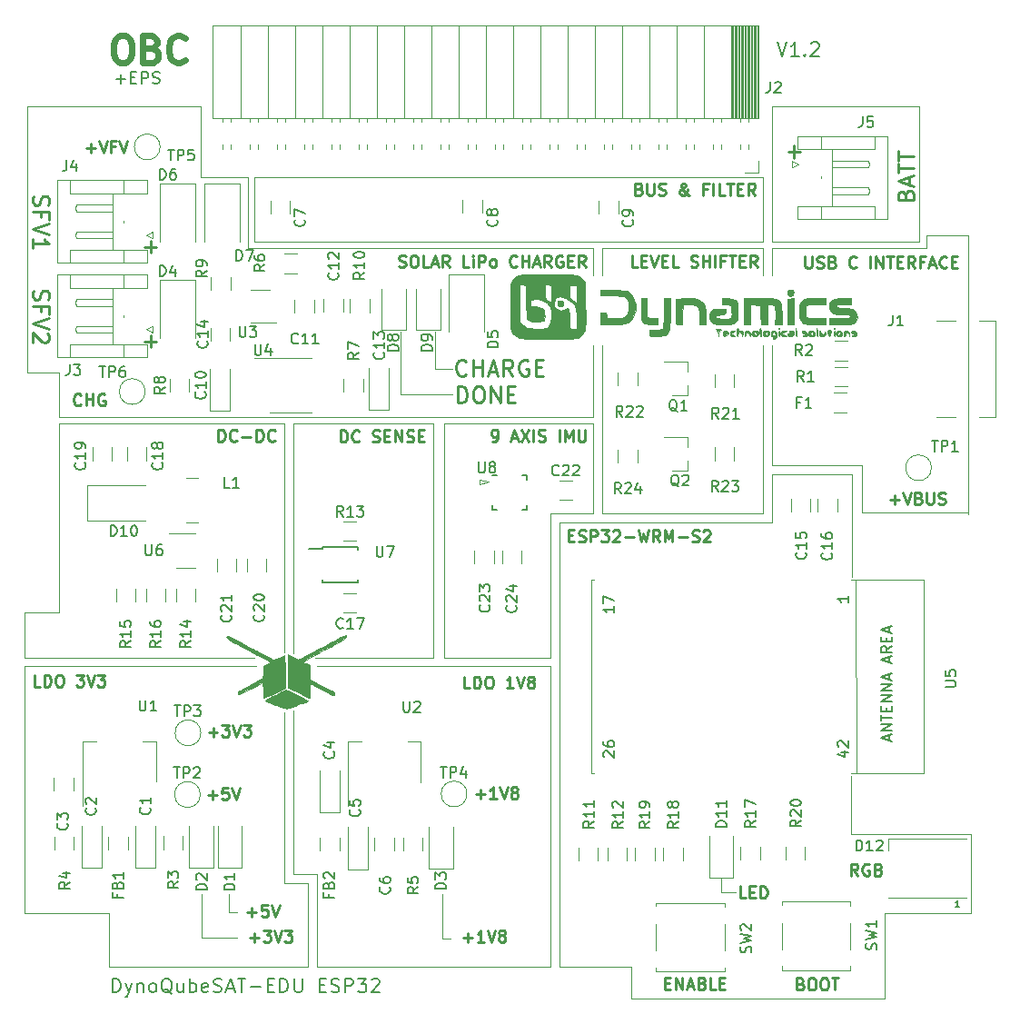
<source format=gbr>
G04 #@! TF.GenerationSoftware,KiCad,Pcbnew,(5.1.9)-1*
G04 #@! TF.CreationDate,2021-06-08T10:33:40+02:00*
G04 #@! TF.ProjectId,DynaQube,44796e61-5175-4626-952e-6b696361645f,v1.2*
G04 #@! TF.SameCoordinates,Original*
G04 #@! TF.FileFunction,Legend,Top*
G04 #@! TF.FilePolarity,Positive*
%FSLAX46Y46*%
G04 Gerber Fmt 4.6, Leading zero omitted, Abs format (unit mm)*
G04 Created by KiCad (PCBNEW (5.1.9)-1) date 2021-06-08 10:33:40*
%MOMM*%
%LPD*%
G01*
G04 APERTURE LIST*
%ADD10C,0.210000*%
%ADD11C,0.250000*%
%ADD12C,0.120000*%
%ADD13C,0.200000*%
%ADD14C,0.625000*%
%ADD15C,0.010000*%
%ADD16C,0.150000*%
G04 APERTURE END LIST*
D10*
X98369047Y-51638095D02*
X98802380Y-52938095D01*
X99235714Y-51638095D01*
X100350000Y-52938095D02*
X99607142Y-52938095D01*
X99978571Y-52938095D02*
X99978571Y-51638095D01*
X99854761Y-51823809D01*
X99730952Y-51947619D01*
X99607142Y-52009523D01*
X100907142Y-52814285D02*
X100969047Y-52876190D01*
X100907142Y-52938095D01*
X100845238Y-52876190D01*
X100907142Y-52814285D01*
X100907142Y-52938095D01*
X101464285Y-51761904D02*
X101526190Y-51700000D01*
X101650000Y-51638095D01*
X101959523Y-51638095D01*
X102083333Y-51700000D01*
X102145238Y-51761904D01*
X102207142Y-51885714D01*
X102207142Y-52009523D01*
X102145238Y-52195238D01*
X101402380Y-52938095D01*
X102207142Y-52938095D01*
D11*
X39328571Y-79507142D02*
X40471428Y-79507142D01*
X39900000Y-80078571D02*
X39900000Y-78935714D01*
X39328571Y-70707142D02*
X40471428Y-70707142D01*
X39900000Y-71278571D02*
X39900000Y-70135714D01*
X99328571Y-61857142D02*
X100471428Y-61857142D01*
X99900000Y-62428571D02*
X99900000Y-61285714D01*
D12*
X97800000Y-91100000D02*
X97800000Y-79850000D01*
X82000000Y-95550000D02*
X82000000Y-79900000D01*
X81200000Y-70800000D02*
X81200000Y-73400000D01*
D13*
X36709523Y-55078571D02*
X37547619Y-55078571D01*
X37128571Y-55497619D02*
X37128571Y-54659523D01*
X38071428Y-54921428D02*
X38438095Y-54921428D01*
X38595238Y-55497619D02*
X38071428Y-55497619D01*
X38071428Y-54397619D01*
X38595238Y-54397619D01*
X39066666Y-55497619D02*
X39066666Y-54397619D01*
X39485714Y-54397619D01*
X39590476Y-54450000D01*
X39642857Y-54502380D01*
X39695238Y-54607142D01*
X39695238Y-54764285D01*
X39642857Y-54869047D01*
X39590476Y-54921428D01*
X39485714Y-54973809D01*
X39066666Y-54973809D01*
X40114285Y-55445238D02*
X40271428Y-55497619D01*
X40533333Y-55497619D01*
X40638095Y-55445238D01*
X40690476Y-55392857D01*
X40742857Y-55288095D01*
X40742857Y-55183333D01*
X40690476Y-55078571D01*
X40638095Y-55026190D01*
X40533333Y-54973809D01*
X40323809Y-54921428D01*
X40219047Y-54869047D01*
X40166666Y-54816666D01*
X40114285Y-54711904D01*
X40114285Y-54607142D01*
X40166666Y-54502380D01*
X40219047Y-54450000D01*
X40323809Y-54397619D01*
X40585714Y-54397619D01*
X40742857Y-54450000D01*
D14*
X37061904Y-51030952D02*
X37538095Y-51030952D01*
X37776190Y-51150000D01*
X38014285Y-51388095D01*
X38133333Y-51864285D01*
X38133333Y-52697619D01*
X38014285Y-53173809D01*
X37776190Y-53411904D01*
X37538095Y-53530952D01*
X37061904Y-53530952D01*
X36823809Y-53411904D01*
X36585714Y-53173809D01*
X36466666Y-52697619D01*
X36466666Y-51864285D01*
X36585714Y-51388095D01*
X36823809Y-51150000D01*
X37061904Y-51030952D01*
X40038095Y-52221428D02*
X40395238Y-52340476D01*
X40514285Y-52459523D01*
X40633333Y-52697619D01*
X40633333Y-53054761D01*
X40514285Y-53292857D01*
X40395238Y-53411904D01*
X40157142Y-53530952D01*
X39204761Y-53530952D01*
X39204761Y-51030952D01*
X40038095Y-51030952D01*
X40276190Y-51150000D01*
X40395238Y-51269047D01*
X40514285Y-51507142D01*
X40514285Y-51745238D01*
X40395238Y-51983333D01*
X40276190Y-52102380D01*
X40038095Y-52221428D01*
X39204761Y-52221428D01*
X43133333Y-53292857D02*
X43014285Y-53411904D01*
X42657142Y-53530952D01*
X42419047Y-53530952D01*
X42061904Y-53411904D01*
X41823809Y-53173809D01*
X41704761Y-52935714D01*
X41585714Y-52459523D01*
X41585714Y-52102380D01*
X41704761Y-51626190D01*
X41823809Y-51388095D01*
X42061904Y-51150000D01*
X42419047Y-51030952D01*
X42657142Y-51030952D01*
X43014285Y-51150000D01*
X43133333Y-51269047D01*
D11*
X57624404Y-88897619D02*
X57624404Y-87797619D01*
X57886309Y-87797619D01*
X58043452Y-87850000D01*
X58148214Y-87954761D01*
X58200595Y-88059523D01*
X58252976Y-88269047D01*
X58252976Y-88426190D01*
X58200595Y-88635714D01*
X58148214Y-88740476D01*
X58043452Y-88845238D01*
X57886309Y-88897619D01*
X57624404Y-88897619D01*
X59352976Y-88792857D02*
X59300595Y-88845238D01*
X59143452Y-88897619D01*
X59038690Y-88897619D01*
X58881547Y-88845238D01*
X58776785Y-88740476D01*
X58724404Y-88635714D01*
X58672023Y-88426190D01*
X58672023Y-88269047D01*
X58724404Y-88059523D01*
X58776785Y-87954761D01*
X58881547Y-87850000D01*
X59038690Y-87797619D01*
X59143452Y-87797619D01*
X59300595Y-87850000D01*
X59352976Y-87902380D01*
X60610119Y-88845238D02*
X60767261Y-88897619D01*
X61029166Y-88897619D01*
X61133928Y-88845238D01*
X61186309Y-88792857D01*
X61238690Y-88688095D01*
X61238690Y-88583333D01*
X61186309Y-88478571D01*
X61133928Y-88426190D01*
X61029166Y-88373809D01*
X60819642Y-88321428D01*
X60714880Y-88269047D01*
X60662500Y-88216666D01*
X60610119Y-88111904D01*
X60610119Y-88007142D01*
X60662500Y-87902380D01*
X60714880Y-87850000D01*
X60819642Y-87797619D01*
X61081547Y-87797619D01*
X61238690Y-87850000D01*
X61710119Y-88321428D02*
X62076785Y-88321428D01*
X62233928Y-88897619D02*
X61710119Y-88897619D01*
X61710119Y-87797619D01*
X62233928Y-87797619D01*
X62705357Y-88897619D02*
X62705357Y-87797619D01*
X63333928Y-88897619D01*
X63333928Y-87797619D01*
X63805357Y-88845238D02*
X63962500Y-88897619D01*
X64224404Y-88897619D01*
X64329166Y-88845238D01*
X64381547Y-88792857D01*
X64433928Y-88688095D01*
X64433928Y-88583333D01*
X64381547Y-88478571D01*
X64329166Y-88426190D01*
X64224404Y-88373809D01*
X64014880Y-88321428D01*
X63910119Y-88269047D01*
X63857738Y-88216666D01*
X63805357Y-88111904D01*
X63805357Y-88007142D01*
X63857738Y-87902380D01*
X63910119Y-87850000D01*
X64014880Y-87797619D01*
X64276785Y-87797619D01*
X64433928Y-87850000D01*
X64905357Y-88321428D02*
X65272023Y-88321428D01*
X65429166Y-88897619D02*
X64905357Y-88897619D01*
X64905357Y-87797619D01*
X65429166Y-87797619D01*
D12*
X116100000Y-69600000D02*
X116100000Y-70800000D01*
X112200000Y-69600000D02*
X116100000Y-69600000D01*
X112200000Y-70800000D02*
X112200000Y-69600000D01*
X97800000Y-70200000D02*
X97800000Y-57600000D01*
X111600000Y-70200000D02*
X97800000Y-70200000D01*
X111600000Y-57600000D02*
X111600000Y-70200000D01*
X97800000Y-57600000D02*
X111600000Y-57600000D01*
D11*
X85464285Y-65321428D02*
X85621428Y-65373809D01*
X85673809Y-65426190D01*
X85726190Y-65530952D01*
X85726190Y-65688095D01*
X85673809Y-65792857D01*
X85621428Y-65845238D01*
X85516666Y-65897619D01*
X85097619Y-65897619D01*
X85097619Y-64797619D01*
X85464285Y-64797619D01*
X85569047Y-64850000D01*
X85621428Y-64902380D01*
X85673809Y-65007142D01*
X85673809Y-65111904D01*
X85621428Y-65216666D01*
X85569047Y-65269047D01*
X85464285Y-65321428D01*
X85097619Y-65321428D01*
X86197619Y-64797619D02*
X86197619Y-65688095D01*
X86250000Y-65792857D01*
X86302380Y-65845238D01*
X86407142Y-65897619D01*
X86616666Y-65897619D01*
X86721428Y-65845238D01*
X86773809Y-65792857D01*
X86826190Y-65688095D01*
X86826190Y-64797619D01*
X87297619Y-65845238D02*
X87454761Y-65897619D01*
X87716666Y-65897619D01*
X87821428Y-65845238D01*
X87873809Y-65792857D01*
X87926190Y-65688095D01*
X87926190Y-65583333D01*
X87873809Y-65478571D01*
X87821428Y-65426190D01*
X87716666Y-65373809D01*
X87507142Y-65321428D01*
X87402380Y-65269047D01*
X87350000Y-65216666D01*
X87297619Y-65111904D01*
X87297619Y-65007142D01*
X87350000Y-64902380D01*
X87402380Y-64850000D01*
X87507142Y-64797619D01*
X87769047Y-64797619D01*
X87926190Y-64850000D01*
X90126190Y-65897619D02*
X90073809Y-65897619D01*
X89969047Y-65845238D01*
X89811904Y-65688095D01*
X89550000Y-65373809D01*
X89445238Y-65216666D01*
X89392857Y-65059523D01*
X89392857Y-64954761D01*
X89445238Y-64850000D01*
X89550000Y-64797619D01*
X89602380Y-64797619D01*
X89707142Y-64850000D01*
X89759523Y-64954761D01*
X89759523Y-65007142D01*
X89707142Y-65111904D01*
X89654761Y-65164285D01*
X89340476Y-65373809D01*
X89288095Y-65426190D01*
X89235714Y-65530952D01*
X89235714Y-65688095D01*
X89288095Y-65792857D01*
X89340476Y-65845238D01*
X89445238Y-65897619D01*
X89602380Y-65897619D01*
X89707142Y-65845238D01*
X89759523Y-65792857D01*
X89916666Y-65583333D01*
X89969047Y-65426190D01*
X89969047Y-65321428D01*
X91802380Y-65321428D02*
X91435714Y-65321428D01*
X91435714Y-65897619D02*
X91435714Y-64797619D01*
X91959523Y-64797619D01*
X92378571Y-65897619D02*
X92378571Y-64797619D01*
X93426190Y-65897619D02*
X92902380Y-65897619D01*
X92902380Y-64797619D01*
X93635714Y-64797619D02*
X94264285Y-64797619D01*
X93950000Y-65897619D02*
X93950000Y-64797619D01*
X94630952Y-65321428D02*
X94997619Y-65321428D01*
X95154761Y-65897619D02*
X94630952Y-65897619D01*
X94630952Y-64797619D01*
X95154761Y-64797619D01*
X96254761Y-65897619D02*
X95888095Y-65373809D01*
X95626190Y-65897619D02*
X95626190Y-64797619D01*
X96045238Y-64797619D01*
X96150000Y-64850000D01*
X96202380Y-64902380D01*
X96254761Y-65007142D01*
X96254761Y-65164285D01*
X96202380Y-65269047D01*
X96150000Y-65321428D01*
X96045238Y-65373809D01*
X95626190Y-65373809D01*
D12*
X97000000Y-64200000D02*
X49600000Y-64200000D01*
X97000000Y-70200000D02*
X97000000Y-64200000D01*
X49600000Y-70200000D02*
X97000000Y-70200000D01*
X49600000Y-64200000D02*
X49600000Y-70200000D01*
X53200000Y-87200000D02*
X53200000Y-108600000D01*
X66250000Y-87200000D02*
X53200000Y-87200000D01*
X66250000Y-109000000D02*
X66250000Y-87200000D01*
X55250000Y-109000000D02*
X66250000Y-109000000D01*
X28400000Y-82400000D02*
X31400000Y-82400000D01*
X28400000Y-57600000D02*
X28400000Y-82400000D01*
X28200000Y-104800000D02*
X31400000Y-104800000D01*
X28200000Y-109000000D02*
X28200000Y-104800000D01*
X31400000Y-109000000D02*
X28200000Y-109000000D01*
X68000000Y-86600000D02*
X81200000Y-86600000D01*
X63200000Y-84500000D02*
X63200000Y-78600000D01*
X63200000Y-84500000D02*
X68000000Y-84500000D01*
D11*
X68557142Y-85228571D02*
X68557142Y-83728571D01*
X68914285Y-83728571D01*
X69128571Y-83800000D01*
X69271428Y-83942857D01*
X69342857Y-84085714D01*
X69414285Y-84371428D01*
X69414285Y-84585714D01*
X69342857Y-84871428D01*
X69271428Y-85014285D01*
X69128571Y-85157142D01*
X68914285Y-85228571D01*
X68557142Y-85228571D01*
X70342857Y-83728571D02*
X70628571Y-83728571D01*
X70771428Y-83800000D01*
X70914285Y-83942857D01*
X70985714Y-84228571D01*
X70985714Y-84728571D01*
X70914285Y-85014285D01*
X70771428Y-85157142D01*
X70628571Y-85228571D01*
X70342857Y-85228571D01*
X70200000Y-85157142D01*
X70057142Y-85014285D01*
X69985714Y-84728571D01*
X69985714Y-84228571D01*
X70057142Y-83942857D01*
X70200000Y-83800000D01*
X70342857Y-83728571D01*
X71628571Y-85228571D02*
X71628571Y-83728571D01*
X72485714Y-85228571D01*
X72485714Y-83728571D01*
X73200000Y-84442857D02*
X73700000Y-84442857D01*
X73914285Y-85228571D02*
X73200000Y-85228571D01*
X73200000Y-83728571D01*
X73914285Y-83728571D01*
D12*
X66400000Y-82100000D02*
X66400000Y-78600000D01*
X66400000Y-82100000D02*
X68000000Y-82100000D01*
D11*
X69307142Y-82585714D02*
X69235714Y-82657142D01*
X69021428Y-82728571D01*
X68878571Y-82728571D01*
X68664285Y-82657142D01*
X68521428Y-82514285D01*
X68450000Y-82371428D01*
X68378571Y-82085714D01*
X68378571Y-81871428D01*
X68450000Y-81585714D01*
X68521428Y-81442857D01*
X68664285Y-81300000D01*
X68878571Y-81228571D01*
X69021428Y-81228571D01*
X69235714Y-81300000D01*
X69307142Y-81371428D01*
X69950000Y-82728571D02*
X69950000Y-81228571D01*
X69950000Y-81942857D02*
X70807142Y-81942857D01*
X70807142Y-82728571D02*
X70807142Y-81228571D01*
X71450000Y-82300000D02*
X72164285Y-82300000D01*
X71307142Y-82728571D02*
X71807142Y-81228571D01*
X72307142Y-82728571D01*
X73664285Y-82728571D02*
X73164285Y-82014285D01*
X72807142Y-82728571D02*
X72807142Y-81228571D01*
X73378571Y-81228571D01*
X73521428Y-81300000D01*
X73592857Y-81371428D01*
X73664285Y-81514285D01*
X73664285Y-81728571D01*
X73592857Y-81871428D01*
X73521428Y-81942857D01*
X73378571Y-82014285D01*
X72807142Y-82014285D01*
X75092857Y-81300000D02*
X74950000Y-81228571D01*
X74735714Y-81228571D01*
X74521428Y-81300000D01*
X74378571Y-81442857D01*
X74307142Y-81585714D01*
X74235714Y-81871428D01*
X74235714Y-82085714D01*
X74307142Y-82371428D01*
X74378571Y-82514285D01*
X74521428Y-82657142D01*
X74735714Y-82728571D01*
X74878571Y-82728571D01*
X75092857Y-82657142D01*
X75164285Y-82585714D01*
X75164285Y-82085714D01*
X74878571Y-82085714D01*
X75807142Y-81942857D02*
X76307142Y-81942857D01*
X76521428Y-82728571D02*
X75807142Y-82728571D01*
X75807142Y-81228571D01*
X76521428Y-81228571D01*
X33916666Y-61528571D02*
X34754761Y-61528571D01*
X34335714Y-61947619D02*
X34335714Y-61109523D01*
X35121428Y-60847619D02*
X35488095Y-61947619D01*
X35854761Y-60847619D01*
X36588095Y-61371428D02*
X36221428Y-61371428D01*
X36221428Y-61947619D02*
X36221428Y-60847619D01*
X36745238Y-60847619D01*
X37007142Y-60847619D02*
X37373809Y-61947619D01*
X37740476Y-60847619D01*
X63054761Y-72545238D02*
X63211904Y-72597619D01*
X63473809Y-72597619D01*
X63578571Y-72545238D01*
X63630952Y-72492857D01*
X63683333Y-72388095D01*
X63683333Y-72283333D01*
X63630952Y-72178571D01*
X63578571Y-72126190D01*
X63473809Y-72073809D01*
X63264285Y-72021428D01*
X63159523Y-71969047D01*
X63107142Y-71916666D01*
X63054761Y-71811904D01*
X63054761Y-71707142D01*
X63107142Y-71602380D01*
X63159523Y-71550000D01*
X63264285Y-71497619D01*
X63526190Y-71497619D01*
X63683333Y-71550000D01*
X64364285Y-71497619D02*
X64573809Y-71497619D01*
X64678571Y-71550000D01*
X64783333Y-71654761D01*
X64835714Y-71864285D01*
X64835714Y-72230952D01*
X64783333Y-72440476D01*
X64678571Y-72545238D01*
X64573809Y-72597619D01*
X64364285Y-72597619D01*
X64259523Y-72545238D01*
X64154761Y-72440476D01*
X64102380Y-72230952D01*
X64102380Y-71864285D01*
X64154761Y-71654761D01*
X64259523Y-71550000D01*
X64364285Y-71497619D01*
X65830952Y-72597619D02*
X65307142Y-72597619D01*
X65307142Y-71497619D01*
X66145238Y-72283333D02*
X66669047Y-72283333D01*
X66040476Y-72597619D02*
X66407142Y-71497619D01*
X66773809Y-72597619D01*
X67769047Y-72597619D02*
X67402380Y-72073809D01*
X67140476Y-72597619D02*
X67140476Y-71497619D01*
X67559523Y-71497619D01*
X67664285Y-71550000D01*
X67716666Y-71602380D01*
X67769047Y-71707142D01*
X67769047Y-71864285D01*
X67716666Y-71969047D01*
X67664285Y-72021428D01*
X67559523Y-72073809D01*
X67140476Y-72073809D01*
X69602380Y-72597619D02*
X69078571Y-72597619D01*
X69078571Y-71497619D01*
X69969047Y-72597619D02*
X69969047Y-71864285D01*
X69969047Y-71497619D02*
X69916666Y-71550000D01*
X69969047Y-71602380D01*
X70021428Y-71550000D01*
X69969047Y-71497619D01*
X69969047Y-71602380D01*
X70492857Y-72597619D02*
X70492857Y-71497619D01*
X70911904Y-71497619D01*
X71016666Y-71550000D01*
X71069047Y-71602380D01*
X71121428Y-71707142D01*
X71121428Y-71864285D01*
X71069047Y-71969047D01*
X71016666Y-72021428D01*
X70911904Y-72073809D01*
X70492857Y-72073809D01*
X71750000Y-72597619D02*
X71645238Y-72545238D01*
X71592857Y-72492857D01*
X71540476Y-72388095D01*
X71540476Y-72073809D01*
X71592857Y-71969047D01*
X71645238Y-71916666D01*
X71750000Y-71864285D01*
X71907142Y-71864285D01*
X72011904Y-71916666D01*
X72064285Y-71969047D01*
X72116666Y-72073809D01*
X72116666Y-72388095D01*
X72064285Y-72492857D01*
X72011904Y-72545238D01*
X71907142Y-72597619D01*
X71750000Y-72597619D01*
X74054761Y-72492857D02*
X74002380Y-72545238D01*
X73845238Y-72597619D01*
X73740476Y-72597619D01*
X73583333Y-72545238D01*
X73478571Y-72440476D01*
X73426190Y-72335714D01*
X73373809Y-72126190D01*
X73373809Y-71969047D01*
X73426190Y-71759523D01*
X73478571Y-71654761D01*
X73583333Y-71550000D01*
X73740476Y-71497619D01*
X73845238Y-71497619D01*
X74002380Y-71550000D01*
X74054761Y-71602380D01*
X74526190Y-72597619D02*
X74526190Y-71497619D01*
X74526190Y-72021428D02*
X75154761Y-72021428D01*
X75154761Y-72597619D02*
X75154761Y-71497619D01*
X75626190Y-72283333D02*
X76150000Y-72283333D01*
X75521428Y-72597619D02*
X75888095Y-71497619D01*
X76254761Y-72597619D01*
X77250000Y-72597619D02*
X76883333Y-72073809D01*
X76621428Y-72597619D02*
X76621428Y-71497619D01*
X77040476Y-71497619D01*
X77145238Y-71550000D01*
X77197619Y-71602380D01*
X77250000Y-71707142D01*
X77250000Y-71864285D01*
X77197619Y-71969047D01*
X77145238Y-72021428D01*
X77040476Y-72073809D01*
X76621428Y-72073809D01*
X78297619Y-71550000D02*
X78192857Y-71497619D01*
X78035714Y-71497619D01*
X77878571Y-71550000D01*
X77773809Y-71654761D01*
X77721428Y-71759523D01*
X77669047Y-71969047D01*
X77669047Y-72126190D01*
X77721428Y-72335714D01*
X77773809Y-72440476D01*
X77878571Y-72545238D01*
X78035714Y-72597619D01*
X78140476Y-72597619D01*
X78297619Y-72545238D01*
X78350000Y-72492857D01*
X78350000Y-72126190D01*
X78140476Y-72126190D01*
X78821428Y-72021428D02*
X79188095Y-72021428D01*
X79345238Y-72597619D02*
X78821428Y-72597619D01*
X78821428Y-71497619D01*
X79345238Y-71497619D01*
X80445238Y-72597619D02*
X80078571Y-72073809D01*
X79816666Y-72597619D02*
X79816666Y-71497619D01*
X80235714Y-71497619D01*
X80340476Y-71550000D01*
X80392857Y-71602380D01*
X80445238Y-71707142D01*
X80445238Y-71864285D01*
X80392857Y-71969047D01*
X80340476Y-72021428D01*
X80235714Y-72073809D01*
X79816666Y-72073809D01*
D12*
X31400000Y-86600000D02*
X31400000Y-82400000D01*
X53000000Y-86600000D02*
X31400000Y-86600000D01*
X68000000Y-86600000D02*
X53000000Y-86600000D01*
X81200000Y-79900000D02*
X81200000Y-86600000D01*
X49000000Y-70800000D02*
X81200000Y-70800000D01*
X49000000Y-64200000D02*
X49000000Y-70800000D01*
X44600000Y-64200000D02*
X49000000Y-64200000D01*
X44600000Y-57600000D02*
X44600000Y-64200000D01*
X28400000Y-57600000D02*
X44600000Y-57600000D01*
D11*
X46230952Y-88847619D02*
X46230952Y-87747619D01*
X46492857Y-87747619D01*
X46650000Y-87800000D01*
X46754761Y-87904761D01*
X46807142Y-88009523D01*
X46859523Y-88219047D01*
X46859523Y-88376190D01*
X46807142Y-88585714D01*
X46754761Y-88690476D01*
X46650000Y-88795238D01*
X46492857Y-88847619D01*
X46230952Y-88847619D01*
X47959523Y-88742857D02*
X47907142Y-88795238D01*
X47750000Y-88847619D01*
X47645238Y-88847619D01*
X47488095Y-88795238D01*
X47383333Y-88690476D01*
X47330952Y-88585714D01*
X47278571Y-88376190D01*
X47278571Y-88219047D01*
X47330952Y-88009523D01*
X47383333Y-87904761D01*
X47488095Y-87800000D01*
X47645238Y-87747619D01*
X47750000Y-87747619D01*
X47907142Y-87800000D01*
X47959523Y-87852380D01*
X48430952Y-88428571D02*
X49269047Y-88428571D01*
X49792857Y-88847619D02*
X49792857Y-87747619D01*
X50054761Y-87747619D01*
X50211904Y-87800000D01*
X50316666Y-87904761D01*
X50369047Y-88009523D01*
X50421428Y-88219047D01*
X50421428Y-88376190D01*
X50369047Y-88585714D01*
X50316666Y-88690476D01*
X50211904Y-88795238D01*
X50054761Y-88847619D01*
X49792857Y-88847619D01*
X51521428Y-88742857D02*
X51469047Y-88795238D01*
X51311904Y-88847619D01*
X51207142Y-88847619D01*
X51050000Y-88795238D01*
X50945238Y-88690476D01*
X50892857Y-88585714D01*
X50840476Y-88376190D01*
X50840476Y-88219047D01*
X50892857Y-88009523D01*
X50945238Y-87904761D01*
X51050000Y-87800000D01*
X51207142Y-87747619D01*
X51311904Y-87747619D01*
X51469047Y-87800000D01*
X51521428Y-87852380D01*
D12*
X52400000Y-87200000D02*
X31400000Y-87200000D01*
X52400000Y-108500000D02*
X52400000Y-87200000D01*
X31400000Y-109000000D02*
X49600000Y-109000000D01*
X31400000Y-87200000D02*
X31400000Y-104800000D01*
D11*
X33414285Y-85392857D02*
X33361904Y-85445238D01*
X33204761Y-85497619D01*
X33100000Y-85497619D01*
X32942857Y-85445238D01*
X32838095Y-85340476D01*
X32785714Y-85235714D01*
X32733333Y-85026190D01*
X32733333Y-84869047D01*
X32785714Y-84659523D01*
X32838095Y-84554761D01*
X32942857Y-84450000D01*
X33100000Y-84397619D01*
X33204761Y-84397619D01*
X33361904Y-84450000D01*
X33414285Y-84502380D01*
X33885714Y-85497619D02*
X33885714Y-84397619D01*
X33885714Y-84921428D02*
X34514285Y-84921428D01*
X34514285Y-85497619D02*
X34514285Y-84397619D01*
X35614285Y-84450000D02*
X35509523Y-84397619D01*
X35352380Y-84397619D01*
X35195238Y-84450000D01*
X35090476Y-84554761D01*
X35038095Y-84659523D01*
X34985714Y-84869047D01*
X34985714Y-85026190D01*
X35038095Y-85235714D01*
X35090476Y-85340476D01*
X35195238Y-85445238D01*
X35352380Y-85497619D01*
X35457142Y-85497619D01*
X35614285Y-85445238D01*
X35666666Y-85392857D01*
X35666666Y-85026190D01*
X35457142Y-85026190D01*
X110292857Y-65878571D02*
X110364285Y-65664285D01*
X110435714Y-65592857D01*
X110578571Y-65521428D01*
X110792857Y-65521428D01*
X110935714Y-65592857D01*
X111007142Y-65664285D01*
X111078571Y-65807142D01*
X111078571Y-66378571D01*
X109578571Y-66378571D01*
X109578571Y-65878571D01*
X109650000Y-65735714D01*
X109721428Y-65664285D01*
X109864285Y-65592857D01*
X110007142Y-65592857D01*
X110150000Y-65664285D01*
X110221428Y-65735714D01*
X110292857Y-65878571D01*
X110292857Y-66378571D01*
X110650000Y-64950000D02*
X110650000Y-64235714D01*
X111078571Y-65092857D02*
X109578571Y-64592857D01*
X111078571Y-64092857D01*
X109578571Y-63807142D02*
X109578571Y-62950000D01*
X111078571Y-63378571D02*
X109578571Y-63378571D01*
X109578571Y-62664285D02*
X109578571Y-61807142D01*
X111078571Y-62235714D02*
X109578571Y-62235714D01*
X105840476Y-129297619D02*
X105473809Y-128773809D01*
X105211904Y-129297619D02*
X105211904Y-128197619D01*
X105630952Y-128197619D01*
X105735714Y-128250000D01*
X105788095Y-128302380D01*
X105840476Y-128407142D01*
X105840476Y-128564285D01*
X105788095Y-128669047D01*
X105735714Y-128721428D01*
X105630952Y-128773809D01*
X105211904Y-128773809D01*
X106888095Y-128250000D02*
X106783333Y-128197619D01*
X106626190Y-128197619D01*
X106469047Y-128250000D01*
X106364285Y-128354761D01*
X106311904Y-128459523D01*
X106259523Y-128669047D01*
X106259523Y-128826190D01*
X106311904Y-129035714D01*
X106364285Y-129140476D01*
X106469047Y-129245238D01*
X106626190Y-129297619D01*
X106730952Y-129297619D01*
X106888095Y-129245238D01*
X106940476Y-129192857D01*
X106940476Y-128826190D01*
X106730952Y-128826190D01*
X107778571Y-128721428D02*
X107935714Y-128773809D01*
X107988095Y-128826190D01*
X108040476Y-128930952D01*
X108040476Y-129088095D01*
X107988095Y-129192857D01*
X107935714Y-129245238D01*
X107830952Y-129297619D01*
X107411904Y-129297619D01*
X107411904Y-128197619D01*
X107778571Y-128197619D01*
X107883333Y-128250000D01*
X107935714Y-128302380D01*
X107988095Y-128407142D01*
X107988095Y-128511904D01*
X107935714Y-128616666D01*
X107883333Y-128669047D01*
X107778571Y-128721428D01*
X107411904Y-128721428D01*
D12*
X71400000Y-92600000D02*
X70600000Y-92400000D01*
X70600000Y-92800000D02*
X71400000Y-92600000D01*
X70600000Y-92400000D02*
X70600000Y-92800000D01*
D10*
X36388095Y-140188095D02*
X36388095Y-138888095D01*
X36697619Y-138888095D01*
X36883333Y-138950000D01*
X37007142Y-139073809D01*
X37069047Y-139197619D01*
X37130952Y-139445238D01*
X37130952Y-139630952D01*
X37069047Y-139878571D01*
X37007142Y-140002380D01*
X36883333Y-140126190D01*
X36697619Y-140188095D01*
X36388095Y-140188095D01*
X37564285Y-139321428D02*
X37873809Y-140188095D01*
X38183333Y-139321428D02*
X37873809Y-140188095D01*
X37750000Y-140497619D01*
X37688095Y-140559523D01*
X37564285Y-140621428D01*
X38678571Y-139321428D02*
X38678571Y-140188095D01*
X38678571Y-139445238D02*
X38740476Y-139383333D01*
X38864285Y-139321428D01*
X39050000Y-139321428D01*
X39173809Y-139383333D01*
X39235714Y-139507142D01*
X39235714Y-140188095D01*
X40040476Y-140188095D02*
X39916666Y-140126190D01*
X39854761Y-140064285D01*
X39792857Y-139940476D01*
X39792857Y-139569047D01*
X39854761Y-139445238D01*
X39916666Y-139383333D01*
X40040476Y-139321428D01*
X40226190Y-139321428D01*
X40350000Y-139383333D01*
X40411904Y-139445238D01*
X40473809Y-139569047D01*
X40473809Y-139940476D01*
X40411904Y-140064285D01*
X40350000Y-140126190D01*
X40226190Y-140188095D01*
X40040476Y-140188095D01*
X41897619Y-140311904D02*
X41773809Y-140250000D01*
X41649999Y-140126190D01*
X41464285Y-139940476D01*
X41340476Y-139878571D01*
X41216666Y-139878571D01*
X41278571Y-140188095D02*
X41154761Y-140126190D01*
X41030952Y-140002380D01*
X40969047Y-139754761D01*
X40969047Y-139321428D01*
X41030952Y-139073809D01*
X41154761Y-138950000D01*
X41278571Y-138888095D01*
X41526190Y-138888095D01*
X41649999Y-138950000D01*
X41773809Y-139073809D01*
X41835714Y-139321428D01*
X41835714Y-139754761D01*
X41773809Y-140002380D01*
X41649999Y-140126190D01*
X41526190Y-140188095D01*
X41278571Y-140188095D01*
X42949999Y-139321428D02*
X42949999Y-140188095D01*
X42392857Y-139321428D02*
X42392857Y-140002380D01*
X42454761Y-140126190D01*
X42578571Y-140188095D01*
X42764285Y-140188095D01*
X42888095Y-140126190D01*
X42949999Y-140064285D01*
X43569047Y-140188095D02*
X43569047Y-138888095D01*
X43569047Y-139383333D02*
X43692857Y-139321428D01*
X43940476Y-139321428D01*
X44064285Y-139383333D01*
X44126190Y-139445238D01*
X44188095Y-139569047D01*
X44188095Y-139940476D01*
X44126190Y-140064285D01*
X44064285Y-140126190D01*
X43940476Y-140188095D01*
X43692857Y-140188095D01*
X43569047Y-140126190D01*
X45240476Y-140126190D02*
X45116666Y-140188095D01*
X44869047Y-140188095D01*
X44745238Y-140126190D01*
X44683333Y-140002380D01*
X44683333Y-139507142D01*
X44745238Y-139383333D01*
X44869047Y-139321428D01*
X45116666Y-139321428D01*
X45240476Y-139383333D01*
X45302380Y-139507142D01*
X45302380Y-139630952D01*
X44683333Y-139754761D01*
X45797619Y-140126190D02*
X45983333Y-140188095D01*
X46292857Y-140188095D01*
X46416666Y-140126190D01*
X46478571Y-140064285D01*
X46540476Y-139940476D01*
X46540476Y-139816666D01*
X46478571Y-139692857D01*
X46416666Y-139630952D01*
X46292857Y-139569047D01*
X46045238Y-139507142D01*
X45921428Y-139445238D01*
X45859523Y-139383333D01*
X45797619Y-139259523D01*
X45797619Y-139135714D01*
X45859523Y-139011904D01*
X45921428Y-138950000D01*
X46045238Y-138888095D01*
X46354761Y-138888095D01*
X46540476Y-138950000D01*
X47035714Y-139816666D02*
X47654761Y-139816666D01*
X46911904Y-140188095D02*
X47345238Y-138888095D01*
X47778571Y-140188095D01*
X48026190Y-138888095D02*
X48769047Y-138888095D01*
X48397619Y-140188095D02*
X48397619Y-138888095D01*
X49202380Y-139692857D02*
X50192857Y-139692857D01*
X50811904Y-139507142D02*
X51245238Y-139507142D01*
X51430952Y-140188095D02*
X50811904Y-140188095D01*
X50811904Y-138888095D01*
X51430952Y-138888095D01*
X51988095Y-140188095D02*
X51988095Y-138888095D01*
X52297619Y-138888095D01*
X52483333Y-138950000D01*
X52607142Y-139073809D01*
X52669047Y-139197619D01*
X52730952Y-139445238D01*
X52730952Y-139630952D01*
X52669047Y-139878571D01*
X52607142Y-140002380D01*
X52483333Y-140126190D01*
X52297619Y-140188095D01*
X51988095Y-140188095D01*
X53288095Y-138888095D02*
X53288095Y-139940476D01*
X53349999Y-140064285D01*
X53411904Y-140126190D01*
X53535714Y-140188095D01*
X53783333Y-140188095D01*
X53907142Y-140126190D01*
X53969047Y-140064285D01*
X54030952Y-139940476D01*
X54030952Y-138888095D01*
X55640476Y-139507142D02*
X56073809Y-139507142D01*
X56259523Y-140188095D02*
X55640476Y-140188095D01*
X55640476Y-138888095D01*
X56259523Y-138888095D01*
X56754761Y-140126190D02*
X56940476Y-140188095D01*
X57249999Y-140188095D01*
X57373809Y-140126190D01*
X57435714Y-140064285D01*
X57497619Y-139940476D01*
X57497619Y-139816666D01*
X57435714Y-139692857D01*
X57373809Y-139630952D01*
X57249999Y-139569047D01*
X57002380Y-139507142D01*
X56878571Y-139445238D01*
X56816666Y-139383333D01*
X56754761Y-139259523D01*
X56754761Y-139135714D01*
X56816666Y-139011904D01*
X56878571Y-138950000D01*
X57002380Y-138888095D01*
X57311904Y-138888095D01*
X57497619Y-138950000D01*
X58054761Y-140188095D02*
X58054761Y-138888095D01*
X58549999Y-138888095D01*
X58673809Y-138950000D01*
X58735714Y-139011904D01*
X58797619Y-139135714D01*
X58797619Y-139321428D01*
X58735714Y-139445238D01*
X58673809Y-139507142D01*
X58549999Y-139569047D01*
X58054761Y-139569047D01*
X59230952Y-138888095D02*
X60035714Y-138888095D01*
X59602380Y-139383333D01*
X59788095Y-139383333D01*
X59911904Y-139445238D01*
X59973809Y-139507142D01*
X60035714Y-139630952D01*
X60035714Y-139940476D01*
X59973809Y-140064285D01*
X59911904Y-140126190D01*
X59788095Y-140188095D01*
X59416666Y-140188095D01*
X59292857Y-140126190D01*
X59230952Y-140064285D01*
X60530952Y-139011904D02*
X60592857Y-138950000D01*
X60716666Y-138888095D01*
X61026190Y-138888095D01*
X61150000Y-138950000D01*
X61211904Y-139011904D01*
X61273809Y-139135714D01*
X61273809Y-139259523D01*
X61211904Y-139445238D01*
X60469047Y-140188095D01*
X61273809Y-140188095D01*
D11*
X71776785Y-88847619D02*
X71986309Y-88847619D01*
X72091071Y-88795238D01*
X72143452Y-88742857D01*
X72248214Y-88585714D01*
X72300595Y-88376190D01*
X72300595Y-87957142D01*
X72248214Y-87852380D01*
X72195833Y-87800000D01*
X72091071Y-87747619D01*
X71881547Y-87747619D01*
X71776785Y-87800000D01*
X71724404Y-87852380D01*
X71672023Y-87957142D01*
X71672023Y-88219047D01*
X71724404Y-88323809D01*
X71776785Y-88376190D01*
X71881547Y-88428571D01*
X72091071Y-88428571D01*
X72195833Y-88376190D01*
X72248214Y-88323809D01*
X72300595Y-88219047D01*
X73557738Y-88533333D02*
X74081547Y-88533333D01*
X73452976Y-88847619D02*
X73819642Y-87747619D01*
X74186309Y-88847619D01*
X74448214Y-87747619D02*
X75181547Y-88847619D01*
X75181547Y-87747619D02*
X74448214Y-88847619D01*
X75600595Y-88847619D02*
X75600595Y-87747619D01*
X76072023Y-88795238D02*
X76229166Y-88847619D01*
X76491071Y-88847619D01*
X76595833Y-88795238D01*
X76648214Y-88742857D01*
X76700595Y-88638095D01*
X76700595Y-88533333D01*
X76648214Y-88428571D01*
X76595833Y-88376190D01*
X76491071Y-88323809D01*
X76281547Y-88271428D01*
X76176785Y-88219047D01*
X76124404Y-88166666D01*
X76072023Y-88061904D01*
X76072023Y-87957142D01*
X76124404Y-87852380D01*
X76176785Y-87800000D01*
X76281547Y-87747619D01*
X76543452Y-87747619D01*
X76700595Y-87800000D01*
X78010119Y-88847619D02*
X78010119Y-87747619D01*
X78533928Y-88847619D02*
X78533928Y-87747619D01*
X78900595Y-88533333D01*
X79267261Y-87747619D01*
X79267261Y-88847619D01*
X79791071Y-87747619D02*
X79791071Y-88638095D01*
X79843452Y-88742857D01*
X79895833Y-88795238D01*
X80000595Y-88847619D01*
X80210119Y-88847619D01*
X80314880Y-88795238D01*
X80367261Y-88742857D01*
X80419642Y-88638095D01*
X80419642Y-87747619D01*
D12*
X81200000Y-87200000D02*
X81200000Y-95550000D01*
X67300000Y-87200000D02*
X81200000Y-87200000D01*
X67300000Y-109000000D02*
X67300000Y-87200000D01*
X77200000Y-109000000D02*
X67300000Y-109000000D01*
X77200000Y-95550000D02*
X77200000Y-109000000D01*
X81200000Y-95550000D02*
X77200000Y-95550000D01*
D11*
X85298214Y-72597619D02*
X84774404Y-72597619D01*
X84774404Y-71497619D01*
X85664880Y-72021428D02*
X86031547Y-72021428D01*
X86188690Y-72597619D02*
X85664880Y-72597619D01*
X85664880Y-71497619D01*
X86188690Y-71497619D01*
X86502976Y-71497619D02*
X86869642Y-72597619D01*
X87236309Y-71497619D01*
X87602976Y-72021428D02*
X87969642Y-72021428D01*
X88126785Y-72597619D02*
X87602976Y-72597619D01*
X87602976Y-71497619D01*
X88126785Y-71497619D01*
X89122023Y-72597619D02*
X88598214Y-72597619D01*
X88598214Y-71497619D01*
X90274404Y-72545238D02*
X90431547Y-72597619D01*
X90693452Y-72597619D01*
X90798214Y-72545238D01*
X90850595Y-72492857D01*
X90902976Y-72388095D01*
X90902976Y-72283333D01*
X90850595Y-72178571D01*
X90798214Y-72126190D01*
X90693452Y-72073809D01*
X90483928Y-72021428D01*
X90379166Y-71969047D01*
X90326785Y-71916666D01*
X90274404Y-71811904D01*
X90274404Y-71707142D01*
X90326785Y-71602380D01*
X90379166Y-71550000D01*
X90483928Y-71497619D01*
X90745833Y-71497619D01*
X90902976Y-71550000D01*
X91374404Y-72597619D02*
X91374404Y-71497619D01*
X91374404Y-72021428D02*
X92002976Y-72021428D01*
X92002976Y-72597619D02*
X92002976Y-71497619D01*
X92526785Y-72597619D02*
X92526785Y-71497619D01*
X93417261Y-72021428D02*
X93050595Y-72021428D01*
X93050595Y-72597619D02*
X93050595Y-71497619D01*
X93574404Y-71497619D01*
X93836309Y-71497619D02*
X94464880Y-71497619D01*
X94150595Y-72597619D02*
X94150595Y-71497619D01*
X94831547Y-72021428D02*
X95198214Y-72021428D01*
X95355357Y-72597619D02*
X94831547Y-72597619D01*
X94831547Y-71497619D01*
X95355357Y-71497619D01*
X96455357Y-72597619D02*
X96088690Y-72073809D01*
X95826785Y-72597619D02*
X95826785Y-71497619D01*
X96245833Y-71497619D01*
X96350595Y-71550000D01*
X96402976Y-71602380D01*
X96455357Y-71707142D01*
X96455357Y-71864285D01*
X96402976Y-71969047D01*
X96350595Y-72021428D01*
X96245833Y-72073809D01*
X95826785Y-72073809D01*
D12*
X97000000Y-70800000D02*
X97000000Y-73400000D01*
X82000000Y-70800000D02*
X97000000Y-70800000D01*
X82000000Y-73400000D02*
X82000000Y-70800000D01*
X97000000Y-95550000D02*
X82000000Y-95550000D01*
X97000000Y-79850000D02*
X97000000Y-95550000D01*
X53200000Y-129200000D02*
X55400000Y-129200000D01*
X53200000Y-113950000D02*
X53200000Y-129200000D01*
D11*
X69676190Y-111847619D02*
X69152380Y-111847619D01*
X69152380Y-110747619D01*
X70042857Y-111847619D02*
X70042857Y-110747619D01*
X70304761Y-110747619D01*
X70461904Y-110800000D01*
X70566666Y-110904761D01*
X70619047Y-111009523D01*
X70671428Y-111219047D01*
X70671428Y-111376190D01*
X70619047Y-111585714D01*
X70566666Y-111690476D01*
X70461904Y-111795238D01*
X70304761Y-111847619D01*
X70042857Y-111847619D01*
X71352380Y-110747619D02*
X71561904Y-110747619D01*
X71666666Y-110800000D01*
X71771428Y-110904761D01*
X71823809Y-111114285D01*
X71823809Y-111480952D01*
X71771428Y-111690476D01*
X71666666Y-111795238D01*
X71561904Y-111847619D01*
X71352380Y-111847619D01*
X71247619Y-111795238D01*
X71142857Y-111690476D01*
X71090476Y-111480952D01*
X71090476Y-111114285D01*
X71142857Y-110904761D01*
X71247619Y-110800000D01*
X71352380Y-110747619D01*
X73709523Y-111847619D02*
X73080952Y-111847619D01*
X73395238Y-111847619D02*
X73395238Y-110747619D01*
X73290476Y-110904761D01*
X73185714Y-111009523D01*
X73080952Y-111061904D01*
X74023809Y-110747619D02*
X74390476Y-111847619D01*
X74757142Y-110747619D01*
X75280952Y-111219047D02*
X75176190Y-111166666D01*
X75123809Y-111114285D01*
X75071428Y-111009523D01*
X75071428Y-110957142D01*
X75123809Y-110852380D01*
X75176190Y-110800000D01*
X75280952Y-110747619D01*
X75490476Y-110747619D01*
X75595238Y-110800000D01*
X75647619Y-110852380D01*
X75700000Y-110957142D01*
X75700000Y-111009523D01*
X75647619Y-111114285D01*
X75595238Y-111166666D01*
X75490476Y-111219047D01*
X75280952Y-111219047D01*
X75176190Y-111271428D01*
X75123809Y-111323809D01*
X75071428Y-111428571D01*
X75071428Y-111638095D01*
X75123809Y-111742857D01*
X75176190Y-111795238D01*
X75280952Y-111847619D01*
X75490476Y-111847619D01*
X75595238Y-111795238D01*
X75647619Y-111742857D01*
X75700000Y-111638095D01*
X75700000Y-111428571D01*
X75647619Y-111323809D01*
X75595238Y-111271428D01*
X75490476Y-111219047D01*
D12*
X77200000Y-109800000D02*
X55400000Y-109800000D01*
X77200000Y-137800000D02*
X77200000Y-109800000D01*
X55400000Y-137800000D02*
X77200000Y-137800000D01*
X55400000Y-129200000D02*
X55400000Y-137800000D01*
X67100000Y-131000000D02*
X67100000Y-135200000D01*
X67100000Y-135200000D02*
X67850000Y-135200000D01*
D11*
X69061904Y-135078571D02*
X69900000Y-135078571D01*
X69480952Y-135497619D02*
X69480952Y-134659523D01*
X71000000Y-135497619D02*
X70371428Y-135497619D01*
X70685714Y-135497619D02*
X70685714Y-134397619D01*
X70580952Y-134554761D01*
X70476190Y-134659523D01*
X70371428Y-134711904D01*
X71314285Y-134397619D02*
X71680952Y-135497619D01*
X72047619Y-134397619D01*
X72571428Y-134869047D02*
X72466666Y-134816666D01*
X72414285Y-134764285D01*
X72361904Y-134659523D01*
X72361904Y-134607142D01*
X72414285Y-134502380D01*
X72466666Y-134450000D01*
X72571428Y-134397619D01*
X72780952Y-134397619D01*
X72885714Y-134450000D01*
X72938095Y-134502380D01*
X72990476Y-134607142D01*
X72990476Y-134659523D01*
X72938095Y-134764285D01*
X72885714Y-134816666D01*
X72780952Y-134869047D01*
X72571428Y-134869047D01*
X72466666Y-134921428D01*
X72414285Y-134973809D01*
X72361904Y-135078571D01*
X72361904Y-135288095D01*
X72414285Y-135392857D01*
X72466666Y-135445238D01*
X72571428Y-135497619D01*
X72780952Y-135497619D01*
X72885714Y-135445238D01*
X72938095Y-135392857D01*
X72990476Y-135288095D01*
X72990476Y-135078571D01*
X72938095Y-134973809D01*
X72885714Y-134921428D01*
X72780952Y-134869047D01*
X70211904Y-121728571D02*
X71050000Y-121728571D01*
X70630952Y-122147619D02*
X70630952Y-121309523D01*
X72150000Y-122147619D02*
X71521428Y-122147619D01*
X71835714Y-122147619D02*
X71835714Y-121047619D01*
X71730952Y-121204761D01*
X71626190Y-121309523D01*
X71521428Y-121361904D01*
X72464285Y-121047619D02*
X72830952Y-122147619D01*
X73197619Y-121047619D01*
X73721428Y-121519047D02*
X73616666Y-121466666D01*
X73564285Y-121414285D01*
X73511904Y-121309523D01*
X73511904Y-121257142D01*
X73564285Y-121152380D01*
X73616666Y-121100000D01*
X73721428Y-121047619D01*
X73930952Y-121047619D01*
X74035714Y-121100000D01*
X74088095Y-121152380D01*
X74140476Y-121257142D01*
X74140476Y-121309523D01*
X74088095Y-121414285D01*
X74035714Y-121466666D01*
X73930952Y-121519047D01*
X73721428Y-121519047D01*
X73616666Y-121571428D01*
X73564285Y-121623809D01*
X73511904Y-121728571D01*
X73511904Y-121938095D01*
X73564285Y-122042857D01*
X73616666Y-122095238D01*
X73721428Y-122147619D01*
X73930952Y-122147619D01*
X74035714Y-122095238D01*
X74088095Y-122042857D01*
X74140476Y-121938095D01*
X74140476Y-121728571D01*
X74088095Y-121623809D01*
X74035714Y-121571428D01*
X73930952Y-121519047D01*
X100924404Y-71597619D02*
X100924404Y-72488095D01*
X100976785Y-72592857D01*
X101029166Y-72645238D01*
X101133928Y-72697619D01*
X101343452Y-72697619D01*
X101448214Y-72645238D01*
X101500595Y-72592857D01*
X101552976Y-72488095D01*
X101552976Y-71597619D01*
X102024404Y-72645238D02*
X102181547Y-72697619D01*
X102443452Y-72697619D01*
X102548214Y-72645238D01*
X102600595Y-72592857D01*
X102652976Y-72488095D01*
X102652976Y-72383333D01*
X102600595Y-72278571D01*
X102548214Y-72226190D01*
X102443452Y-72173809D01*
X102233928Y-72121428D01*
X102129166Y-72069047D01*
X102076785Y-72016666D01*
X102024404Y-71911904D01*
X102024404Y-71807142D01*
X102076785Y-71702380D01*
X102129166Y-71650000D01*
X102233928Y-71597619D01*
X102495833Y-71597619D01*
X102652976Y-71650000D01*
X103491071Y-72121428D02*
X103648214Y-72173809D01*
X103700595Y-72226190D01*
X103752976Y-72330952D01*
X103752976Y-72488095D01*
X103700595Y-72592857D01*
X103648214Y-72645238D01*
X103543452Y-72697619D01*
X103124404Y-72697619D01*
X103124404Y-71597619D01*
X103491071Y-71597619D01*
X103595833Y-71650000D01*
X103648214Y-71702380D01*
X103700595Y-71807142D01*
X103700595Y-71911904D01*
X103648214Y-72016666D01*
X103595833Y-72069047D01*
X103491071Y-72121428D01*
X103124404Y-72121428D01*
X105691071Y-72592857D02*
X105638690Y-72645238D01*
X105481547Y-72697619D01*
X105376785Y-72697619D01*
X105219642Y-72645238D01*
X105114880Y-72540476D01*
X105062500Y-72435714D01*
X105010119Y-72226190D01*
X105010119Y-72069047D01*
X105062500Y-71859523D01*
X105114880Y-71754761D01*
X105219642Y-71650000D01*
X105376785Y-71597619D01*
X105481547Y-71597619D01*
X105638690Y-71650000D01*
X105691071Y-71702380D01*
X107000595Y-72697619D02*
X107000595Y-71597619D01*
X107524404Y-72697619D02*
X107524404Y-71597619D01*
X108152976Y-72697619D01*
X108152976Y-71597619D01*
X108519642Y-71597619D02*
X109148214Y-71597619D01*
X108833928Y-72697619D02*
X108833928Y-71597619D01*
X109514880Y-72121428D02*
X109881547Y-72121428D01*
X110038690Y-72697619D02*
X109514880Y-72697619D01*
X109514880Y-71597619D01*
X110038690Y-71597619D01*
X111138690Y-72697619D02*
X110772023Y-72173809D01*
X110510119Y-72697619D02*
X110510119Y-71597619D01*
X110929166Y-71597619D01*
X111033928Y-71650000D01*
X111086309Y-71702380D01*
X111138690Y-71807142D01*
X111138690Y-71964285D01*
X111086309Y-72069047D01*
X111033928Y-72121428D01*
X110929166Y-72173809D01*
X110510119Y-72173809D01*
X111976785Y-72121428D02*
X111610119Y-72121428D01*
X111610119Y-72697619D02*
X111610119Y-71597619D01*
X112133928Y-71597619D01*
X112500595Y-72383333D02*
X113024404Y-72383333D01*
X112395833Y-72697619D02*
X112762500Y-71597619D01*
X113129166Y-72697619D01*
X114124404Y-72592857D02*
X114072023Y-72645238D01*
X113914880Y-72697619D01*
X113810119Y-72697619D01*
X113652976Y-72645238D01*
X113548214Y-72540476D01*
X113495833Y-72435714D01*
X113443452Y-72226190D01*
X113443452Y-72069047D01*
X113495833Y-71859523D01*
X113548214Y-71754761D01*
X113652976Y-71650000D01*
X113810119Y-71597619D01*
X113914880Y-71597619D01*
X114072023Y-71650000D01*
X114124404Y-71702380D01*
X114595833Y-72121428D02*
X114962500Y-72121428D01*
X115119642Y-72697619D02*
X114595833Y-72697619D01*
X114595833Y-71597619D01*
X115119642Y-71597619D01*
D12*
X93100000Y-129500000D02*
X93100000Y-130850000D01*
X94450000Y-130850000D02*
X93100000Y-130850000D01*
D11*
X95392857Y-131397619D02*
X94869047Y-131397619D01*
X94869047Y-130297619D01*
X95759523Y-130821428D02*
X96126190Y-130821428D01*
X96283333Y-131397619D02*
X95759523Y-131397619D01*
X95759523Y-130297619D01*
X96283333Y-130297619D01*
X96754761Y-131397619D02*
X96754761Y-130297619D01*
X97016666Y-130297619D01*
X97173809Y-130350000D01*
X97278571Y-130454761D01*
X97330952Y-130559523D01*
X97383333Y-130769047D01*
X97383333Y-130926190D01*
X97330952Y-131135714D01*
X97278571Y-131240476D01*
X97173809Y-131345238D01*
X97016666Y-131397619D01*
X96754761Y-131397619D01*
D12*
X97800000Y-70800000D02*
X97800000Y-73400000D01*
X112200000Y-70800000D02*
X97800000Y-70800000D01*
X116100000Y-95600000D02*
X116100000Y-70800000D01*
X106200000Y-95500000D02*
X116100000Y-95500000D01*
X106200000Y-91100000D02*
X106200000Y-95500000D01*
X97800000Y-91100000D02*
X106200000Y-91100000D01*
D11*
X78876190Y-97621428D02*
X79242857Y-97621428D01*
X79400000Y-98197619D02*
X78876190Y-98197619D01*
X78876190Y-97097619D01*
X79400000Y-97097619D01*
X79819047Y-98145238D02*
X79976190Y-98197619D01*
X80238095Y-98197619D01*
X80342857Y-98145238D01*
X80395238Y-98092857D01*
X80447619Y-97988095D01*
X80447619Y-97883333D01*
X80395238Y-97778571D01*
X80342857Y-97726190D01*
X80238095Y-97673809D01*
X80028571Y-97621428D01*
X79923809Y-97569047D01*
X79871428Y-97516666D01*
X79819047Y-97411904D01*
X79819047Y-97307142D01*
X79871428Y-97202380D01*
X79923809Y-97150000D01*
X80028571Y-97097619D01*
X80290476Y-97097619D01*
X80447619Y-97150000D01*
X80919047Y-98197619D02*
X80919047Y-97097619D01*
X81338095Y-97097619D01*
X81442857Y-97150000D01*
X81495238Y-97202380D01*
X81547619Y-97307142D01*
X81547619Y-97464285D01*
X81495238Y-97569047D01*
X81442857Y-97621428D01*
X81338095Y-97673809D01*
X80919047Y-97673809D01*
X81914285Y-97097619D02*
X82595238Y-97097619D01*
X82228571Y-97516666D01*
X82385714Y-97516666D01*
X82490476Y-97569047D01*
X82542857Y-97621428D01*
X82595238Y-97726190D01*
X82595238Y-97988095D01*
X82542857Y-98092857D01*
X82490476Y-98145238D01*
X82385714Y-98197619D01*
X82071428Y-98197619D01*
X81966666Y-98145238D01*
X81914285Y-98092857D01*
X83014285Y-97202380D02*
X83066666Y-97150000D01*
X83171428Y-97097619D01*
X83433333Y-97097619D01*
X83538095Y-97150000D01*
X83590476Y-97202380D01*
X83642857Y-97307142D01*
X83642857Y-97411904D01*
X83590476Y-97569047D01*
X82961904Y-98197619D01*
X83642857Y-98197619D01*
X84114285Y-97778571D02*
X84952380Y-97778571D01*
X85371428Y-97097619D02*
X85633333Y-98197619D01*
X85842857Y-97411904D01*
X86052380Y-98197619D01*
X86314285Y-97097619D01*
X87361904Y-98197619D02*
X86995238Y-97673809D01*
X86733333Y-98197619D02*
X86733333Y-97097619D01*
X87152380Y-97097619D01*
X87257142Y-97150000D01*
X87309523Y-97202380D01*
X87361904Y-97307142D01*
X87361904Y-97464285D01*
X87309523Y-97569047D01*
X87257142Y-97621428D01*
X87152380Y-97673809D01*
X86733333Y-97673809D01*
X87833333Y-98197619D02*
X87833333Y-97097619D01*
X88200000Y-97883333D01*
X88566666Y-97097619D01*
X88566666Y-98197619D01*
X89090476Y-97778571D02*
X89928571Y-97778571D01*
X90400000Y-98145238D02*
X90557142Y-98197619D01*
X90819047Y-98197619D01*
X90923809Y-98145238D01*
X90976190Y-98092857D01*
X91028571Y-97988095D01*
X91028571Y-97883333D01*
X90976190Y-97778571D01*
X90923809Y-97726190D01*
X90819047Y-97673809D01*
X90609523Y-97621428D01*
X90504761Y-97569047D01*
X90452380Y-97516666D01*
X90400000Y-97411904D01*
X90400000Y-97307142D01*
X90452380Y-97202380D01*
X90504761Y-97150000D01*
X90609523Y-97097619D01*
X90871428Y-97097619D01*
X91028571Y-97150000D01*
X91447619Y-97202380D02*
X91500000Y-97150000D01*
X91604761Y-97097619D01*
X91866666Y-97097619D01*
X91971428Y-97150000D01*
X92023809Y-97202380D01*
X92076190Y-97307142D01*
X92076190Y-97411904D01*
X92023809Y-97569047D01*
X91395238Y-98197619D01*
X92076190Y-98197619D01*
D12*
X105300000Y-91950000D02*
X105300000Y-101500000D01*
X97800000Y-91950000D02*
X105300000Y-91950000D01*
X97800000Y-96400000D02*
X97800000Y-91950000D01*
X78050000Y-96400000D02*
X97800000Y-96400000D01*
X78050000Y-137800000D02*
X78050000Y-96400000D01*
X84700000Y-137800000D02*
X78050000Y-137800000D01*
X84700000Y-140800000D02*
X84700000Y-137800000D01*
X108300000Y-140800000D02*
X84700000Y-140800000D01*
X108300000Y-132800000D02*
X108300000Y-140800000D01*
X116400000Y-132800000D02*
X108300000Y-132800000D01*
X116400000Y-125450000D02*
X116400000Y-132800000D01*
X105200000Y-125450000D02*
X116400000Y-125450000D01*
X105200000Y-120000000D02*
X105200000Y-125450000D01*
D11*
X108859523Y-94278571D02*
X109697619Y-94278571D01*
X109278571Y-94697619D02*
X109278571Y-93859523D01*
X110064285Y-93597619D02*
X110430952Y-94697619D01*
X110797619Y-93597619D01*
X111530952Y-94121428D02*
X111688095Y-94173809D01*
X111740476Y-94226190D01*
X111792857Y-94330952D01*
X111792857Y-94488095D01*
X111740476Y-94592857D01*
X111688095Y-94645238D01*
X111583333Y-94697619D01*
X111164285Y-94697619D01*
X111164285Y-93597619D01*
X111530952Y-93597619D01*
X111635714Y-93650000D01*
X111688095Y-93702380D01*
X111740476Y-93807142D01*
X111740476Y-93911904D01*
X111688095Y-94016666D01*
X111635714Y-94069047D01*
X111530952Y-94121428D01*
X111164285Y-94121428D01*
X112264285Y-93597619D02*
X112264285Y-94488095D01*
X112316666Y-94592857D01*
X112369047Y-94645238D01*
X112473809Y-94697619D01*
X112683333Y-94697619D01*
X112788095Y-94645238D01*
X112840476Y-94592857D01*
X112892857Y-94488095D01*
X112892857Y-93597619D01*
X113364285Y-94645238D02*
X113521428Y-94697619D01*
X113783333Y-94697619D01*
X113888095Y-94645238D01*
X113940476Y-94592857D01*
X113992857Y-94488095D01*
X113992857Y-94383333D01*
X113940476Y-94278571D01*
X113888095Y-94226190D01*
X113783333Y-94173809D01*
X113573809Y-94121428D01*
X113469047Y-94069047D01*
X113416666Y-94016666D01*
X113364285Y-93911904D01*
X113364285Y-93807142D01*
X113416666Y-93702380D01*
X113469047Y-93650000D01*
X113573809Y-93597619D01*
X113835714Y-93597619D01*
X113992857Y-93650000D01*
X100507142Y-139371428D02*
X100664285Y-139423809D01*
X100716666Y-139476190D01*
X100769047Y-139580952D01*
X100769047Y-139738095D01*
X100716666Y-139842857D01*
X100664285Y-139895238D01*
X100559523Y-139947619D01*
X100140476Y-139947619D01*
X100140476Y-138847619D01*
X100507142Y-138847619D01*
X100611904Y-138900000D01*
X100664285Y-138952380D01*
X100716666Y-139057142D01*
X100716666Y-139161904D01*
X100664285Y-139266666D01*
X100611904Y-139319047D01*
X100507142Y-139371428D01*
X100140476Y-139371428D01*
X101450000Y-138847619D02*
X101659523Y-138847619D01*
X101764285Y-138900000D01*
X101869047Y-139004761D01*
X101921428Y-139214285D01*
X101921428Y-139580952D01*
X101869047Y-139790476D01*
X101764285Y-139895238D01*
X101659523Y-139947619D01*
X101450000Y-139947619D01*
X101345238Y-139895238D01*
X101240476Y-139790476D01*
X101188095Y-139580952D01*
X101188095Y-139214285D01*
X101240476Y-139004761D01*
X101345238Y-138900000D01*
X101450000Y-138847619D01*
X102602380Y-138847619D02*
X102811904Y-138847619D01*
X102916666Y-138900000D01*
X103021428Y-139004761D01*
X103073809Y-139214285D01*
X103073809Y-139580952D01*
X103021428Y-139790476D01*
X102916666Y-139895238D01*
X102811904Y-139947619D01*
X102602380Y-139947619D01*
X102497619Y-139895238D01*
X102392857Y-139790476D01*
X102340476Y-139580952D01*
X102340476Y-139214285D01*
X102392857Y-139004761D01*
X102497619Y-138900000D01*
X102602380Y-138847619D01*
X103388095Y-138847619D02*
X104016666Y-138847619D01*
X103702380Y-139947619D02*
X103702380Y-138847619D01*
X87873809Y-139321428D02*
X88240476Y-139321428D01*
X88397619Y-139897619D02*
X87873809Y-139897619D01*
X87873809Y-138797619D01*
X88397619Y-138797619D01*
X88869047Y-139897619D02*
X88869047Y-138797619D01*
X89497619Y-139897619D01*
X89497619Y-138797619D01*
X89969047Y-139583333D02*
X90492857Y-139583333D01*
X89864285Y-139897619D02*
X90230952Y-138797619D01*
X90597619Y-139897619D01*
X91330952Y-139321428D02*
X91488095Y-139373809D01*
X91540476Y-139426190D01*
X91592857Y-139530952D01*
X91592857Y-139688095D01*
X91540476Y-139792857D01*
X91488095Y-139845238D01*
X91383333Y-139897619D01*
X90964285Y-139897619D01*
X90964285Y-138797619D01*
X91330952Y-138797619D01*
X91435714Y-138850000D01*
X91488095Y-138902380D01*
X91540476Y-139007142D01*
X91540476Y-139111904D01*
X91488095Y-139216666D01*
X91435714Y-139269047D01*
X91330952Y-139321428D01*
X90964285Y-139321428D01*
X92588095Y-139897619D02*
X92064285Y-139897619D01*
X92064285Y-138797619D01*
X92954761Y-139321428D02*
X93321428Y-139321428D01*
X93478571Y-139897619D02*
X92954761Y-139897619D01*
X92954761Y-138797619D01*
X93478571Y-138797619D01*
X28992857Y-74771428D02*
X28921428Y-74985714D01*
X28921428Y-75342857D01*
X28992857Y-75485714D01*
X29064285Y-75557142D01*
X29207142Y-75628571D01*
X29350000Y-75628571D01*
X29492857Y-75557142D01*
X29564285Y-75485714D01*
X29635714Y-75342857D01*
X29707142Y-75057142D01*
X29778571Y-74914285D01*
X29850000Y-74842857D01*
X29992857Y-74771428D01*
X30135714Y-74771428D01*
X30278571Y-74842857D01*
X30350000Y-74914285D01*
X30421428Y-75057142D01*
X30421428Y-75414285D01*
X30350000Y-75628571D01*
X29707142Y-76771428D02*
X29707142Y-76271428D01*
X28921428Y-76271428D02*
X30421428Y-76271428D01*
X30421428Y-76985714D01*
X30421428Y-77342857D02*
X28921428Y-77842857D01*
X30421428Y-78342857D01*
X30278571Y-78771428D02*
X30350000Y-78842857D01*
X30421428Y-78985714D01*
X30421428Y-79342857D01*
X30350000Y-79485714D01*
X30278571Y-79557142D01*
X30135714Y-79628571D01*
X29992857Y-79628571D01*
X29778571Y-79557142D01*
X28921428Y-78700000D01*
X28921428Y-79628571D01*
X28992857Y-65971428D02*
X28921428Y-66185714D01*
X28921428Y-66542857D01*
X28992857Y-66685714D01*
X29064285Y-66757142D01*
X29207142Y-66828571D01*
X29350000Y-66828571D01*
X29492857Y-66757142D01*
X29564285Y-66685714D01*
X29635714Y-66542857D01*
X29707142Y-66257142D01*
X29778571Y-66114285D01*
X29850000Y-66042857D01*
X29992857Y-65971428D01*
X30135714Y-65971428D01*
X30278571Y-66042857D01*
X30350000Y-66114285D01*
X30421428Y-66257142D01*
X30421428Y-66614285D01*
X30350000Y-66828571D01*
X29707142Y-67971428D02*
X29707142Y-67471428D01*
X28921428Y-67471428D02*
X30421428Y-67471428D01*
X30421428Y-68185714D01*
X30421428Y-68542857D02*
X28921428Y-69042857D01*
X30421428Y-69542857D01*
X28921428Y-70828571D02*
X28921428Y-69971428D01*
X28921428Y-70400000D02*
X30421428Y-70400000D01*
X30207142Y-70257142D01*
X30064285Y-70114285D01*
X29992857Y-69971428D01*
X29626190Y-111697619D02*
X29102380Y-111697619D01*
X29102380Y-110597619D01*
X29992857Y-111697619D02*
X29992857Y-110597619D01*
X30254761Y-110597619D01*
X30411904Y-110650000D01*
X30516666Y-110754761D01*
X30569047Y-110859523D01*
X30621428Y-111069047D01*
X30621428Y-111226190D01*
X30569047Y-111435714D01*
X30516666Y-111540476D01*
X30411904Y-111645238D01*
X30254761Y-111697619D01*
X29992857Y-111697619D01*
X31302380Y-110597619D02*
X31511904Y-110597619D01*
X31616666Y-110650000D01*
X31721428Y-110754761D01*
X31773809Y-110964285D01*
X31773809Y-111330952D01*
X31721428Y-111540476D01*
X31616666Y-111645238D01*
X31511904Y-111697619D01*
X31302380Y-111697619D01*
X31197619Y-111645238D01*
X31092857Y-111540476D01*
X31040476Y-111330952D01*
X31040476Y-110964285D01*
X31092857Y-110754761D01*
X31197619Y-110650000D01*
X31302380Y-110597619D01*
X32978571Y-110597619D02*
X33659523Y-110597619D01*
X33292857Y-111016666D01*
X33450000Y-111016666D01*
X33554761Y-111069047D01*
X33607142Y-111121428D01*
X33659523Y-111226190D01*
X33659523Y-111488095D01*
X33607142Y-111592857D01*
X33554761Y-111645238D01*
X33450000Y-111697619D01*
X33135714Y-111697619D01*
X33030952Y-111645238D01*
X32978571Y-111592857D01*
X33973809Y-110597619D02*
X34340476Y-111697619D01*
X34707142Y-110597619D01*
X34969047Y-110597619D02*
X35650000Y-110597619D01*
X35283333Y-111016666D01*
X35440476Y-111016666D01*
X35545238Y-111069047D01*
X35597619Y-111121428D01*
X35650000Y-111226190D01*
X35650000Y-111488095D01*
X35597619Y-111592857D01*
X35545238Y-111645238D01*
X35440476Y-111697619D01*
X35126190Y-111697619D01*
X35021428Y-111645238D01*
X34969047Y-111592857D01*
D12*
X28200000Y-132800000D02*
X28200000Y-109800000D01*
X36000000Y-132800000D02*
X28200000Y-132800000D01*
X36000000Y-137800000D02*
X36000000Y-132800000D01*
X54600000Y-137800000D02*
X36000000Y-137800000D01*
X54600000Y-130000000D02*
X54600000Y-137800000D01*
X52400000Y-130000000D02*
X54600000Y-130000000D01*
X52400000Y-114050000D02*
X52400000Y-130000000D01*
X28200000Y-109800000D02*
X49750000Y-109800000D01*
D11*
X45311904Y-115928571D02*
X46150000Y-115928571D01*
X45730952Y-116347619D02*
X45730952Y-115509523D01*
X46569047Y-115247619D02*
X47250000Y-115247619D01*
X46883333Y-115666666D01*
X47040476Y-115666666D01*
X47145238Y-115719047D01*
X47197619Y-115771428D01*
X47250000Y-115876190D01*
X47250000Y-116138095D01*
X47197619Y-116242857D01*
X47145238Y-116295238D01*
X47040476Y-116347619D01*
X46726190Y-116347619D01*
X46621428Y-116295238D01*
X46569047Y-116242857D01*
X47564285Y-115247619D02*
X47930952Y-116347619D01*
X48297619Y-115247619D01*
X48559523Y-115247619D02*
X49240476Y-115247619D01*
X48873809Y-115666666D01*
X49030952Y-115666666D01*
X49135714Y-115719047D01*
X49188095Y-115771428D01*
X49240476Y-115876190D01*
X49240476Y-116138095D01*
X49188095Y-116242857D01*
X49135714Y-116295238D01*
X49030952Y-116347619D01*
X48716666Y-116347619D01*
X48611904Y-116295238D01*
X48559523Y-116242857D01*
X45235714Y-121778571D02*
X46073809Y-121778571D01*
X45654761Y-122197619D02*
X45654761Y-121359523D01*
X47121428Y-121097619D02*
X46597619Y-121097619D01*
X46545238Y-121621428D01*
X46597619Y-121569047D01*
X46702380Y-121516666D01*
X46964285Y-121516666D01*
X47069047Y-121569047D01*
X47121428Y-121621428D01*
X47173809Y-121726190D01*
X47173809Y-121988095D01*
X47121428Y-122092857D01*
X47069047Y-122145238D01*
X46964285Y-122197619D01*
X46702380Y-122197619D01*
X46597619Y-122145238D01*
X46545238Y-122092857D01*
X47488095Y-121097619D02*
X47854761Y-122197619D01*
X48221428Y-121097619D01*
D12*
X44700000Y-135100000D02*
X48000000Y-135100000D01*
X44700000Y-131050000D02*
X44700000Y-135100000D01*
X47250000Y-132700000D02*
X48000000Y-132700000D01*
X47250000Y-131050000D02*
X47250000Y-132700000D01*
D11*
X48935714Y-132728571D02*
X49773809Y-132728571D01*
X49354761Y-133147619D02*
X49354761Y-132309523D01*
X50821428Y-132047619D02*
X50297619Y-132047619D01*
X50245238Y-132571428D01*
X50297619Y-132519047D01*
X50402380Y-132466666D01*
X50664285Y-132466666D01*
X50769047Y-132519047D01*
X50821428Y-132571428D01*
X50873809Y-132676190D01*
X50873809Y-132938095D01*
X50821428Y-133042857D01*
X50769047Y-133095238D01*
X50664285Y-133147619D01*
X50402380Y-133147619D01*
X50297619Y-133095238D01*
X50245238Y-133042857D01*
X51188095Y-132047619D02*
X51554761Y-133147619D01*
X51921428Y-132047619D01*
X49161904Y-135078571D02*
X50000000Y-135078571D01*
X49580952Y-135497619D02*
X49580952Y-134659523D01*
X50419047Y-134397619D02*
X51100000Y-134397619D01*
X50733333Y-134816666D01*
X50890476Y-134816666D01*
X50995238Y-134869047D01*
X51047619Y-134921428D01*
X51100000Y-135026190D01*
X51100000Y-135288095D01*
X51047619Y-135392857D01*
X50995238Y-135445238D01*
X50890476Y-135497619D01*
X50576190Y-135497619D01*
X50471428Y-135445238D01*
X50419047Y-135392857D01*
X51414285Y-134397619D02*
X51780952Y-135497619D01*
X52147619Y-134397619D01*
X52409523Y-134397619D02*
X53090476Y-134397619D01*
X52723809Y-134816666D01*
X52880952Y-134816666D01*
X52985714Y-134869047D01*
X53038095Y-134921428D01*
X53090476Y-135026190D01*
X53090476Y-135288095D01*
X53038095Y-135392857D01*
X52985714Y-135445238D01*
X52880952Y-135497619D01*
X52566666Y-135497619D01*
X52461904Y-135445238D01*
X52409523Y-135392857D01*
D15*
G36*
X58112555Y-106933684D02*
G01*
X58131441Y-106967390D01*
X58131428Y-107020865D01*
X58126541Y-107058388D01*
X58074155Y-107146611D01*
X57934451Y-107263103D01*
X57700097Y-107412467D01*
X57363763Y-107599310D01*
X56918118Y-107828237D01*
X56836250Y-107869044D01*
X56665049Y-107956718D01*
X56424037Y-108083478D01*
X56154775Y-108227382D01*
X56042500Y-108288068D01*
X55743544Y-108450150D01*
X55389038Y-108642160D01*
X55035170Y-108833672D01*
X54867750Y-108924212D01*
X54540326Y-109100664D01*
X54313854Y-109226576D01*
X54179142Y-109314634D01*
X54126999Y-109377524D01*
X54148233Y-109427932D01*
X54233652Y-109478544D01*
X54374065Y-109542045D01*
X54408712Y-109557762D01*
X54772500Y-109724309D01*
X54772500Y-111025840D01*
X55391625Y-111348742D01*
X55878389Y-111602505D01*
X56263752Y-111804320D01*
X56558594Y-111961590D01*
X56773792Y-112081718D01*
X56920226Y-112172106D01*
X57008773Y-112240157D01*
X57050313Y-112293272D01*
X57055724Y-112338856D01*
X57035885Y-112384309D01*
X57001673Y-112437035D01*
X56998435Y-112442115D01*
X56947218Y-112486669D01*
X56860837Y-112477587D01*
X56708604Y-112408751D01*
X56634282Y-112369515D01*
X56447591Y-112269936D01*
X56187796Y-112132345D01*
X55894330Y-111977593D01*
X55693984Y-111872318D01*
X55423112Y-111728584D01*
X55181573Y-111597445D01*
X54999199Y-111495269D01*
X54916109Y-111445490D01*
X54772500Y-111351393D01*
X54772500Y-112057196D01*
X54768507Y-112338968D01*
X54757673Y-112566541D01*
X54741716Y-112714610D01*
X54724875Y-112759056D01*
X54654999Y-112730830D01*
X54491011Y-112655043D01*
X54252367Y-112540976D01*
X53958525Y-112397907D01*
X53693000Y-112266931D01*
X52708750Y-111778750D01*
X52691733Y-110233202D01*
X52688936Y-109806849D01*
X52690090Y-109427337D01*
X52694844Y-109111566D01*
X52702844Y-108876437D01*
X52713739Y-108738851D01*
X52723483Y-108709784D01*
X52799658Y-108747278D01*
X52958311Y-108827041D01*
X53168786Y-108933642D01*
X53227183Y-108963324D01*
X53682116Y-109194736D01*
X54084433Y-108977448D01*
X54361875Y-108829617D01*
X54664585Y-108671338D01*
X54867750Y-108567061D01*
X55129686Y-108432266D01*
X55403619Y-108288172D01*
X55566250Y-108200727D01*
X56171372Y-107870841D01*
X56674368Y-107597859D01*
X57084483Y-107377653D01*
X57410966Y-107206099D01*
X57663063Y-107079070D01*
X57850023Y-106992440D01*
X57981094Y-106942083D01*
X58065522Y-106923873D01*
X58112555Y-106933684D01*
G37*
X58112555Y-106933684D02*
X58131441Y-106967390D01*
X58131428Y-107020865D01*
X58126541Y-107058388D01*
X58074155Y-107146611D01*
X57934451Y-107263103D01*
X57700097Y-107412467D01*
X57363763Y-107599310D01*
X56918118Y-107828237D01*
X56836250Y-107869044D01*
X56665049Y-107956718D01*
X56424037Y-108083478D01*
X56154775Y-108227382D01*
X56042500Y-108288068D01*
X55743544Y-108450150D01*
X55389038Y-108642160D01*
X55035170Y-108833672D01*
X54867750Y-108924212D01*
X54540326Y-109100664D01*
X54313854Y-109226576D01*
X54179142Y-109314634D01*
X54126999Y-109377524D01*
X54148233Y-109427932D01*
X54233652Y-109478544D01*
X54374065Y-109542045D01*
X54408712Y-109557762D01*
X54772500Y-109724309D01*
X54772500Y-111025840D01*
X55391625Y-111348742D01*
X55878389Y-111602505D01*
X56263752Y-111804320D01*
X56558594Y-111961590D01*
X56773792Y-112081718D01*
X56920226Y-112172106D01*
X57008773Y-112240157D01*
X57050313Y-112293272D01*
X57055724Y-112338856D01*
X57035885Y-112384309D01*
X57001673Y-112437035D01*
X56998435Y-112442115D01*
X56947218Y-112486669D01*
X56860837Y-112477587D01*
X56708604Y-112408751D01*
X56634282Y-112369515D01*
X56447591Y-112269936D01*
X56187796Y-112132345D01*
X55894330Y-111977593D01*
X55693984Y-111872318D01*
X55423112Y-111728584D01*
X55181573Y-111597445D01*
X54999199Y-111495269D01*
X54916109Y-111445490D01*
X54772500Y-111351393D01*
X54772500Y-112057196D01*
X54768507Y-112338968D01*
X54757673Y-112566541D01*
X54741716Y-112714610D01*
X54724875Y-112759056D01*
X54654999Y-112730830D01*
X54491011Y-112655043D01*
X54252367Y-112540976D01*
X53958525Y-112397907D01*
X53693000Y-112266931D01*
X52708750Y-111778750D01*
X52691733Y-110233202D01*
X52688936Y-109806849D01*
X52690090Y-109427337D01*
X52694844Y-109111566D01*
X52702844Y-108876437D01*
X52713739Y-108738851D01*
X52723483Y-108709784D01*
X52799658Y-108747278D01*
X52958311Y-108827041D01*
X53168786Y-108933642D01*
X53227183Y-108963324D01*
X53682116Y-109194736D01*
X54084433Y-108977448D01*
X54361875Y-108829617D01*
X54664585Y-108671338D01*
X54867750Y-108567061D01*
X55129686Y-108432266D01*
X55403619Y-108288172D01*
X55566250Y-108200727D01*
X56171372Y-107870841D01*
X56674368Y-107597859D01*
X57084483Y-107377653D01*
X57410966Y-107206099D01*
X57663063Y-107079070D01*
X57850023Y-106992440D01*
X57981094Y-106942083D01*
X58065522Y-106923873D01*
X58112555Y-106933684D01*
G36*
X47107450Y-106968399D02*
G01*
X47299031Y-107047615D01*
X47595528Y-107191400D01*
X47995233Y-107398901D01*
X48496438Y-107669261D01*
X48935311Y-107911317D01*
X49200152Y-108056730D01*
X49438083Y-108184184D01*
X49618562Y-108277494D01*
X49697311Y-108315106D01*
X49814185Y-108371921D01*
X50012301Y-108475125D01*
X50262070Y-108609091D01*
X50486250Y-108731809D01*
X50755143Y-108879805D01*
X50995279Y-109010951D01*
X51177577Y-109109425D01*
X51264112Y-109155005D01*
X51353290Y-109183271D01*
X51462728Y-109172980D01*
X51621836Y-109116531D01*
X51860029Y-109006322D01*
X51883419Y-108994936D01*
X52105198Y-108888461D01*
X52280256Y-108807644D01*
X52379885Y-108765618D01*
X52391431Y-108762500D01*
X52400233Y-108823106D01*
X52408089Y-108993352D01*
X52414641Y-109255880D01*
X52419528Y-109593332D01*
X52422392Y-109988348D01*
X52423000Y-110285577D01*
X52423000Y-111808654D01*
X51438584Y-112285827D01*
X51114928Y-112441866D01*
X50832315Y-112576512D01*
X50609934Y-112680752D01*
X50466974Y-112745575D01*
X50422584Y-112763000D01*
X50410149Y-112703680D01*
X50400019Y-112542435D01*
X50393277Y-112304330D01*
X50391000Y-112032750D01*
X50388614Y-111745243D01*
X50382131Y-111511025D01*
X50372557Y-111355163D01*
X50361638Y-111302500D01*
X50299071Y-111330879D01*
X50142081Y-111409950D01*
X49908288Y-111530610D01*
X49615312Y-111683757D01*
X49280775Y-111860290D01*
X49242372Y-111880652D01*
X48848616Y-112086991D01*
X48552502Y-112235628D01*
X48341458Y-112331967D01*
X48202915Y-112381415D01*
X48124302Y-112389376D01*
X48097956Y-112372777D01*
X48047801Y-112244836D01*
X48093833Y-112141025D01*
X48248884Y-112036462D01*
X48279625Y-112020548D01*
X48473373Y-111920960D01*
X48732883Y-111785695D01*
X49032265Y-111628459D01*
X49345631Y-111462955D01*
X49647092Y-111302889D01*
X49910759Y-111161965D01*
X50110743Y-111053889D01*
X50214155Y-110996454D01*
X50296150Y-110942052D01*
X50348092Y-110874983D01*
X50378125Y-110766403D01*
X50394395Y-110587464D01*
X50404655Y-110321744D01*
X50422750Y-109746750D01*
X50767060Y-109582630D01*
X50938166Y-109491788D01*
X51040163Y-109418995D01*
X51052810Y-109383763D01*
X50975222Y-109341388D01*
X50811191Y-109253960D01*
X50586789Y-109135325D01*
X50391000Y-109032332D01*
X49800850Y-108722028D01*
X49271344Y-108442609D01*
X48818106Y-108202344D01*
X48456758Y-108009500D01*
X48359000Y-107956955D01*
X48135601Y-107837154D01*
X47852069Y-107685893D01*
X47560586Y-107530995D01*
X47485874Y-107491408D01*
X47189153Y-107318687D01*
X47011592Y-107176497D01*
X46950042Y-107061186D01*
X47001347Y-106969102D01*
X47022494Y-106954607D01*
X47107450Y-106968399D01*
G37*
X47107450Y-106968399D02*
X47299031Y-107047615D01*
X47595528Y-107191400D01*
X47995233Y-107398901D01*
X48496438Y-107669261D01*
X48935311Y-107911317D01*
X49200152Y-108056730D01*
X49438083Y-108184184D01*
X49618562Y-108277494D01*
X49697311Y-108315106D01*
X49814185Y-108371921D01*
X50012301Y-108475125D01*
X50262070Y-108609091D01*
X50486250Y-108731809D01*
X50755143Y-108879805D01*
X50995279Y-109010951D01*
X51177577Y-109109425D01*
X51264112Y-109155005D01*
X51353290Y-109183271D01*
X51462728Y-109172980D01*
X51621836Y-109116531D01*
X51860029Y-109006322D01*
X51883419Y-108994936D01*
X52105198Y-108888461D01*
X52280256Y-108807644D01*
X52379885Y-108765618D01*
X52391431Y-108762500D01*
X52400233Y-108823106D01*
X52408089Y-108993352D01*
X52414641Y-109255880D01*
X52419528Y-109593332D01*
X52422392Y-109988348D01*
X52423000Y-110285577D01*
X52423000Y-111808654D01*
X51438584Y-112285827D01*
X51114928Y-112441866D01*
X50832315Y-112576512D01*
X50609934Y-112680752D01*
X50466974Y-112745575D01*
X50422584Y-112763000D01*
X50410149Y-112703680D01*
X50400019Y-112542435D01*
X50393277Y-112304330D01*
X50391000Y-112032750D01*
X50388614Y-111745243D01*
X50382131Y-111511025D01*
X50372557Y-111355163D01*
X50361638Y-111302500D01*
X50299071Y-111330879D01*
X50142081Y-111409950D01*
X49908288Y-111530610D01*
X49615312Y-111683757D01*
X49280775Y-111860290D01*
X49242372Y-111880652D01*
X48848616Y-112086991D01*
X48552502Y-112235628D01*
X48341458Y-112331967D01*
X48202915Y-112381415D01*
X48124302Y-112389376D01*
X48097956Y-112372777D01*
X48047801Y-112244836D01*
X48093833Y-112141025D01*
X48248884Y-112036462D01*
X48279625Y-112020548D01*
X48473373Y-111920960D01*
X48732883Y-111785695D01*
X49032265Y-111628459D01*
X49345631Y-111462955D01*
X49647092Y-111302889D01*
X49910759Y-111161965D01*
X50110743Y-111053889D01*
X50214155Y-110996454D01*
X50296150Y-110942052D01*
X50348092Y-110874983D01*
X50378125Y-110766403D01*
X50394395Y-110587464D01*
X50404655Y-110321744D01*
X50422750Y-109746750D01*
X50767060Y-109582630D01*
X50938166Y-109491788D01*
X51040163Y-109418995D01*
X51052810Y-109383763D01*
X50975222Y-109341388D01*
X50811191Y-109253960D01*
X50586789Y-109135325D01*
X50391000Y-109032332D01*
X49800850Y-108722028D01*
X49271344Y-108442609D01*
X48818106Y-108202344D01*
X48456758Y-108009500D01*
X48359000Y-107956955D01*
X48135601Y-107837154D01*
X47852069Y-107685893D01*
X47560586Y-107530995D01*
X47485874Y-107491408D01*
X47189153Y-107318687D01*
X47011592Y-107176497D01*
X46950042Y-107061186D01*
X47001347Y-106969102D01*
X47022494Y-106954607D01*
X47107450Y-106968399D01*
G36*
X52624617Y-112028940D02*
G01*
X52798043Y-112100359D01*
X53032632Y-112206893D01*
X53306528Y-112337574D01*
X53597876Y-112481432D01*
X53884820Y-112627500D01*
X54145505Y-112764807D01*
X54358074Y-112882384D01*
X54500672Y-112969263D01*
X54551444Y-113014474D01*
X54550989Y-113015803D01*
X54477472Y-113061078D01*
X54316252Y-113128254D01*
X54101409Y-113203212D01*
X54089185Y-113207130D01*
X53854900Y-113284418D01*
X53654867Y-113354897D01*
X53534250Y-113402524D01*
X53358454Y-113474614D01*
X53134530Y-113554107D01*
X52902119Y-113628458D01*
X52700865Y-113685123D01*
X52570410Y-113711557D01*
X52555934Y-113712101D01*
X52463191Y-113690274D01*
X52274604Y-113632372D01*
X52013572Y-113546028D01*
X51703491Y-113438876D01*
X51534143Y-113378726D01*
X51217698Y-113261232D01*
X50949219Y-113153776D01*
X50749026Y-113065114D01*
X50637435Y-113004003D01*
X50621196Y-112985250D01*
X50677238Y-112938635D01*
X50824892Y-112849159D01*
X51041140Y-112728634D01*
X51302966Y-112588871D01*
X51587351Y-112441680D01*
X51871279Y-112298873D01*
X52131731Y-112172261D01*
X52345691Y-112073655D01*
X52490140Y-112014867D01*
X52534210Y-112003607D01*
X52624617Y-112028940D01*
G37*
X52624617Y-112028940D02*
X52798043Y-112100359D01*
X53032632Y-112206893D01*
X53306528Y-112337574D01*
X53597876Y-112481432D01*
X53884820Y-112627500D01*
X54145505Y-112764807D01*
X54358074Y-112882384D01*
X54500672Y-112969263D01*
X54551444Y-113014474D01*
X54550989Y-113015803D01*
X54477472Y-113061078D01*
X54316252Y-113128254D01*
X54101409Y-113203212D01*
X54089185Y-113207130D01*
X53854900Y-113284418D01*
X53654867Y-113354897D01*
X53534250Y-113402524D01*
X53358454Y-113474614D01*
X53134530Y-113554107D01*
X52902119Y-113628458D01*
X52700865Y-113685123D01*
X52570410Y-113711557D01*
X52555934Y-113712101D01*
X52463191Y-113690274D01*
X52274604Y-113632372D01*
X52013572Y-113546028D01*
X51703491Y-113438876D01*
X51534143Y-113378726D01*
X51217698Y-113261232D01*
X50949219Y-113153776D01*
X50749026Y-113065114D01*
X50637435Y-113004003D01*
X50621196Y-112985250D01*
X50677238Y-112938635D01*
X50824892Y-112849159D01*
X51041140Y-112728634D01*
X51302966Y-112588871D01*
X51587351Y-112441680D01*
X51871279Y-112298873D01*
X52131731Y-112172261D01*
X52345691Y-112073655D01*
X52490140Y-112014867D01*
X52534210Y-112003607D01*
X52624617Y-112028940D01*
G36*
X78313742Y-75725794D02*
G01*
X78392122Y-75835309D01*
X78407907Y-75926805D01*
X78371354Y-76142514D01*
X78235513Y-76266521D01*
X78048135Y-76267345D01*
X77961988Y-76220809D01*
X77850569Y-76044545D01*
X77844459Y-75906589D01*
X77900727Y-75755619D01*
X78046148Y-75702574D01*
X78127667Y-75699667D01*
X78313742Y-75725794D01*
G37*
X78313742Y-75725794D02*
X78392122Y-75835309D01*
X78407907Y-75926805D01*
X78371354Y-76142514D01*
X78235513Y-76266521D01*
X78048135Y-76267345D01*
X77961988Y-76220809D01*
X77850569Y-76044545D01*
X77844459Y-75906589D01*
X77900727Y-75755619D01*
X78046148Y-75702574D01*
X78127667Y-75699667D01*
X78313742Y-75725794D01*
G36*
X99753316Y-74737213D02*
G01*
X99830508Y-74802031D01*
X99832039Y-74967222D01*
X99828864Y-75001167D01*
X99748493Y-75223388D01*
X99573584Y-75308413D01*
X99357833Y-75264160D01*
X99281602Y-75156194D01*
X99252000Y-74972944D01*
X99268789Y-74807953D01*
X99353046Y-74739508D01*
X99553698Y-74726000D01*
X99753316Y-74737213D01*
G37*
X99753316Y-74737213D02*
X99830508Y-74802031D01*
X99832039Y-74967222D01*
X99828864Y-75001167D01*
X99748493Y-75223388D01*
X99573584Y-75308413D01*
X99357833Y-75264160D01*
X99281602Y-75156194D01*
X99252000Y-74972944D01*
X99268789Y-74807953D01*
X99353046Y-74739508D01*
X99553698Y-74726000D01*
X99753316Y-74737213D01*
G36*
X105178667Y-76080667D02*
G01*
X104501333Y-76080667D01*
X104163016Y-76084542D01*
X103960178Y-76101517D01*
X103859044Y-76139615D01*
X103825835Y-76206862D01*
X103824000Y-76241576D01*
X103840433Y-76318689D01*
X103910831Y-76369085D01*
X104066843Y-76400599D01*
X104340117Y-76421068D01*
X104593387Y-76432076D01*
X104963058Y-76449798D01*
X105205344Y-76476224D01*
X105362172Y-76522857D01*
X105475466Y-76601201D01*
X105567054Y-76699221D01*
X105721081Y-76975620D01*
X105767366Y-77283042D01*
X105699054Y-77556146D01*
X105662807Y-77612003D01*
X105530712Y-77746961D01*
X105356475Y-77840848D01*
X105109877Y-77900365D01*
X104760696Y-77932211D01*
X104278715Y-77943085D01*
X104168233Y-77943333D01*
X103146667Y-77943333D01*
X103146667Y-77350667D01*
X104120333Y-77350667D01*
X104538679Y-77348871D01*
X104816350Y-77340162D01*
X104981996Y-77319557D01*
X105064263Y-77282074D01*
X105091800Y-77222732D01*
X105094000Y-77181333D01*
X105079938Y-77097173D01*
X105015109Y-77046635D01*
X104865549Y-77021278D01*
X104597295Y-77012665D01*
X104412462Y-77012000D01*
X103909767Y-76988301D01*
X103551532Y-76908570D01*
X103318454Y-76759858D01*
X103191232Y-76529214D01*
X103150564Y-76203688D01*
X103150515Y-76165333D01*
X103205981Y-75893382D01*
X103376238Y-75696184D01*
X103673864Y-75567460D01*
X104111433Y-75500929D01*
X104506845Y-75488000D01*
X105178667Y-75488000D01*
X105178667Y-76080667D01*
G37*
X105178667Y-76080667D02*
X104501333Y-76080667D01*
X104163016Y-76084542D01*
X103960178Y-76101517D01*
X103859044Y-76139615D01*
X103825835Y-76206862D01*
X103824000Y-76241576D01*
X103840433Y-76318689D01*
X103910831Y-76369085D01*
X104066843Y-76400599D01*
X104340117Y-76421068D01*
X104593387Y-76432076D01*
X104963058Y-76449798D01*
X105205344Y-76476224D01*
X105362172Y-76522857D01*
X105475466Y-76601201D01*
X105567054Y-76699221D01*
X105721081Y-76975620D01*
X105767366Y-77283042D01*
X105699054Y-77556146D01*
X105662807Y-77612003D01*
X105530712Y-77746961D01*
X105356475Y-77840848D01*
X105109877Y-77900365D01*
X104760696Y-77932211D01*
X104278715Y-77943085D01*
X104168233Y-77943333D01*
X103146667Y-77943333D01*
X103146667Y-77350667D01*
X104120333Y-77350667D01*
X104538679Y-77348871D01*
X104816350Y-77340162D01*
X104981996Y-77319557D01*
X105064263Y-77282074D01*
X105091800Y-77222732D01*
X105094000Y-77181333D01*
X105079938Y-77097173D01*
X105015109Y-77046635D01*
X104865549Y-77021278D01*
X104597295Y-77012665D01*
X104412462Y-77012000D01*
X103909767Y-76988301D01*
X103551532Y-76908570D01*
X103318454Y-76759858D01*
X103191232Y-76529214D01*
X103150564Y-76203688D01*
X103150515Y-76165333D01*
X103205981Y-75893382D01*
X103376238Y-75696184D01*
X103673864Y-75567460D01*
X104111433Y-75500929D01*
X104506845Y-75488000D01*
X105178667Y-75488000D01*
X105178667Y-76080667D01*
G36*
X102808000Y-76080667D02*
G01*
X101928058Y-76080667D01*
X101508328Y-76083561D01*
X101229234Y-76104606D01*
X101062083Y-76162344D01*
X100978179Y-76275315D01*
X100948826Y-76462063D01*
X100945333Y-76715666D01*
X100949813Y-76986881D01*
X100982382Y-77167220D01*
X101071737Y-77275227D01*
X101246571Y-77329443D01*
X101535582Y-77348410D01*
X101928058Y-77350667D01*
X102808000Y-77350667D01*
X102808000Y-77943333D01*
X101855500Y-77940759D01*
X101457803Y-77932311D01*
X101112955Y-77911404D01*
X100862115Y-77881359D01*
X100754831Y-77851884D01*
X100542184Y-77632295D01*
X100406659Y-77273643D01*
X100353307Y-76790095D01*
X100352667Y-76723855D01*
X100373566Y-76284640D01*
X100450279Y-75960979D01*
X100603825Y-75736240D01*
X100855228Y-75593793D01*
X101225507Y-75517007D01*
X101735684Y-75489252D01*
X101914795Y-75488000D01*
X102808000Y-75488000D01*
X102808000Y-76080667D01*
G37*
X102808000Y-76080667D02*
X101928058Y-76080667D01*
X101508328Y-76083561D01*
X101229234Y-76104606D01*
X101062083Y-76162344D01*
X100978179Y-76275315D01*
X100948826Y-76462063D01*
X100945333Y-76715666D01*
X100949813Y-76986881D01*
X100982382Y-77167220D01*
X101071737Y-77275227D01*
X101246571Y-77329443D01*
X101535582Y-77348410D01*
X101928058Y-77350667D01*
X102808000Y-77350667D01*
X102808000Y-77943333D01*
X101855500Y-77940759D01*
X101457803Y-77932311D01*
X101112955Y-77911404D01*
X100862115Y-77881359D01*
X100754831Y-77851884D01*
X100542184Y-77632295D01*
X100406659Y-77273643D01*
X100353307Y-76790095D01*
X100352667Y-76723855D01*
X100373566Y-76284640D01*
X100450279Y-75960979D01*
X100603825Y-75736240D01*
X100855228Y-75593793D01*
X101225507Y-75517007D01*
X101735684Y-75489252D01*
X101914795Y-75488000D01*
X102808000Y-75488000D01*
X102808000Y-76080667D01*
G36*
X99844667Y-77943333D02*
G01*
X99247351Y-77943333D01*
X99294333Y-75530333D01*
X99844667Y-75477271D01*
X99844667Y-77943333D01*
G37*
X99844667Y-77943333D02*
X99247351Y-77943333D01*
X99294333Y-75530333D01*
X99844667Y-75477271D01*
X99844667Y-77943333D01*
G36*
X97251619Y-75493336D02*
G01*
X97759953Y-75518778D01*
X98137688Y-75578475D01*
X98404139Y-75686575D01*
X98578621Y-75857227D01*
X98680449Y-76104581D01*
X98728937Y-76442785D01*
X98743401Y-76885989D01*
X98744000Y-77063428D01*
X98744000Y-77953555D01*
X98434118Y-77927277D01*
X98124236Y-77901000D01*
X98142805Y-77216077D01*
X98148640Y-76755700D01*
X98130421Y-76438265D01*
X98078525Y-76237996D01*
X97983327Y-76129117D01*
X97835200Y-76085853D01*
X97718821Y-76080667D01*
X97389333Y-76080667D01*
X97389333Y-77943333D01*
X96802395Y-77943333D01*
X96778364Y-77033167D01*
X96754333Y-76123000D01*
X95780667Y-76072216D01*
X95780667Y-77943333D01*
X95188000Y-77943333D01*
X95188000Y-75488000D01*
X96593371Y-75488000D01*
X97251619Y-75493336D01*
G37*
X97251619Y-75493336D02*
X97759953Y-75518778D01*
X98137688Y-75578475D01*
X98404139Y-75686575D01*
X98578621Y-75857227D01*
X98680449Y-76104581D01*
X98728937Y-76442785D01*
X98743401Y-76885989D01*
X98744000Y-77063428D01*
X98744000Y-77953555D01*
X98434118Y-77927277D01*
X98124236Y-77901000D01*
X98142805Y-77216077D01*
X98148640Y-76755700D01*
X98130421Y-76438265D01*
X98078525Y-76237996D01*
X97983327Y-76129117D01*
X97835200Y-76085853D01*
X97718821Y-76080667D01*
X97389333Y-76080667D01*
X97389333Y-77943333D01*
X96802395Y-77943333D01*
X96778364Y-77033167D01*
X96754333Y-76123000D01*
X95780667Y-76072216D01*
X95780667Y-77943333D01*
X95188000Y-77943333D01*
X95188000Y-75488000D01*
X96593371Y-75488000D01*
X97251619Y-75493336D01*
G36*
X93708107Y-75503429D02*
G01*
X94081775Y-75543430D01*
X94340497Y-75625658D01*
X94504815Y-75777111D01*
X94595268Y-76024791D01*
X94632396Y-76395697D01*
X94637667Y-76725349D01*
X94635186Y-77103132D01*
X94621483Y-77351669D01*
X94587164Y-77511036D01*
X94522839Y-77621311D01*
X94419114Y-77722569D01*
X94400112Y-77738997D01*
X94274561Y-77834427D01*
X94139610Y-77894114D01*
X93953553Y-77925884D01*
X93674681Y-77937565D01*
X93341779Y-77937603D01*
X92965536Y-77926136D01*
X92636981Y-77900126D01*
X92404252Y-77864120D01*
X92336526Y-77842687D01*
X92127584Y-77656958D01*
X92017150Y-77383045D01*
X92009433Y-77073410D01*
X92108643Y-76780517D01*
X92238302Y-76618612D01*
X92391453Y-76525143D01*
X92618873Y-76476114D01*
X92966787Y-76461670D01*
X92974336Y-76461667D01*
X93537000Y-76461667D01*
X93537000Y-76715667D01*
X93527340Y-76861774D01*
X93470701Y-76942562D01*
X93325596Y-76984475D01*
X93072067Y-77012000D01*
X92776245Y-77055101D01*
X92621161Y-77122842D01*
X92581134Y-77191553D01*
X92617758Y-77309220D01*
X92788449Y-77386047D01*
X93105269Y-77425548D01*
X93410000Y-77432881D01*
X93743540Y-77422532D01*
X93945871Y-77369704D01*
X94047099Y-77241354D01*
X94077328Y-77004438D01*
X94070345Y-76708087D01*
X94045000Y-76123000D01*
X93600500Y-76097409D01*
X93156000Y-76071817D01*
X93156000Y-75468273D01*
X93708107Y-75503429D01*
G37*
X93708107Y-75503429D02*
X94081775Y-75543430D01*
X94340497Y-75625658D01*
X94504815Y-75777111D01*
X94595268Y-76024791D01*
X94632396Y-76395697D01*
X94637667Y-76725349D01*
X94635186Y-77103132D01*
X94621483Y-77351669D01*
X94587164Y-77511036D01*
X94522839Y-77621311D01*
X94419114Y-77722569D01*
X94400112Y-77738997D01*
X94274561Y-77834427D01*
X94139610Y-77894114D01*
X93953553Y-77925884D01*
X93674681Y-77937565D01*
X93341779Y-77937603D01*
X92965536Y-77926136D01*
X92636981Y-77900126D01*
X92404252Y-77864120D01*
X92336526Y-77842687D01*
X92127584Y-77656958D01*
X92017150Y-77383045D01*
X92009433Y-77073410D01*
X92108643Y-76780517D01*
X92238302Y-76618612D01*
X92391453Y-76525143D01*
X92618873Y-76476114D01*
X92966787Y-76461670D01*
X92974336Y-76461667D01*
X93537000Y-76461667D01*
X93537000Y-76715667D01*
X93527340Y-76861774D01*
X93470701Y-76942562D01*
X93325596Y-76984475D01*
X93072067Y-77012000D01*
X92776245Y-77055101D01*
X92621161Y-77122842D01*
X92581134Y-77191553D01*
X92617758Y-77309220D01*
X92788449Y-77386047D01*
X93105269Y-77425548D01*
X93410000Y-77432881D01*
X93743540Y-77422532D01*
X93945871Y-77369704D01*
X94047099Y-77241354D01*
X94077328Y-77004438D01*
X94070345Y-76708087D01*
X94045000Y-76123000D01*
X93600500Y-76097409D01*
X93156000Y-76071817D01*
X93156000Y-75468273D01*
X93708107Y-75503429D01*
G36*
X90395018Y-75510653D02*
G01*
X90857540Y-75570828D01*
X91192626Y-75703111D01*
X91418872Y-75923744D01*
X91554878Y-76248968D01*
X91619240Y-76695027D01*
X91631683Y-77117833D01*
X91632000Y-77943333D01*
X91039333Y-77943333D01*
X91039333Y-77181333D01*
X91027401Y-76730848D01*
X90976745Y-76422476D01*
X90865080Y-76229797D01*
X90670118Y-76126391D01*
X90369572Y-76085837D01*
X90110864Y-76080667D01*
X89521062Y-76080667D01*
X89497031Y-76990833D01*
X89473000Y-77901000D01*
X89197251Y-77927574D01*
X88970039Y-77913263D01*
X88877097Y-77838430D01*
X88862132Y-77713612D01*
X88853106Y-77455607D01*
X88850632Y-77100481D01*
X88855321Y-76684296D01*
X88856512Y-76626522D01*
X88880333Y-75530333D01*
X89786462Y-75506343D01*
X90395018Y-75510653D01*
G37*
X90395018Y-75510653D02*
X90857540Y-75570828D01*
X91192626Y-75703111D01*
X91418872Y-75923744D01*
X91554878Y-76248968D01*
X91619240Y-76695027D01*
X91631683Y-77117833D01*
X91632000Y-77943333D01*
X91039333Y-77943333D01*
X91039333Y-77181333D01*
X91027401Y-76730848D01*
X90976745Y-76422476D01*
X90865080Y-76229797D01*
X90670118Y-76126391D01*
X90369572Y-76085837D01*
X90110864Y-76080667D01*
X89521062Y-76080667D01*
X89497031Y-76990833D01*
X89473000Y-77901000D01*
X89197251Y-77927574D01*
X88970039Y-77913263D01*
X88877097Y-77838430D01*
X88862132Y-77713612D01*
X88853106Y-77455607D01*
X88850632Y-77100481D01*
X88855321Y-76684296D01*
X88856512Y-76626522D01*
X88880333Y-75530333D01*
X89786462Y-75506343D01*
X90395018Y-75510653D01*
G36*
X86128667Y-76285408D02*
G01*
X86133914Y-76649078D01*
X86147977Y-76957538D01*
X86168335Y-77165124D01*
X86180058Y-77216742D01*
X86265393Y-77301392D01*
X86459905Y-77342742D01*
X86688058Y-77350667D01*
X87144667Y-77350667D01*
X87144667Y-77943333D01*
X86657833Y-77940759D01*
X86358271Y-77922810D01*
X86107468Y-77879408D01*
X86001667Y-77841071D01*
X85848349Y-77737189D01*
X85743012Y-77610992D01*
X85676746Y-77430481D01*
X85640637Y-77163661D01*
X85625773Y-76778532D01*
X85623359Y-76482833D01*
X85620667Y-75488000D01*
X86128667Y-75488000D01*
X86128667Y-76285408D01*
G37*
X86128667Y-76285408D02*
X86133914Y-76649078D01*
X86147977Y-76957538D01*
X86168335Y-77165124D01*
X86180058Y-77216742D01*
X86265393Y-77301392D01*
X86459905Y-77342742D01*
X86688058Y-77350667D01*
X87144667Y-77350667D01*
X87144667Y-77943333D01*
X86657833Y-77940759D01*
X86358271Y-77922810D01*
X86107468Y-77879408D01*
X86001667Y-77841071D01*
X85848349Y-77737189D01*
X85743012Y-77610992D01*
X85676746Y-77430481D01*
X85640637Y-77163661D01*
X85625773Y-76778532D01*
X85623359Y-76482833D01*
X85620667Y-75488000D01*
X86128667Y-75488000D01*
X86128667Y-76285408D01*
G36*
X83059500Y-74741067D02*
G01*
X83558435Y-74754493D01*
X83918413Y-74772202D01*
X84169810Y-74798230D01*
X84343001Y-74836615D01*
X84468363Y-74891396D01*
X84538532Y-74937667D01*
X84815833Y-75239427D01*
X85004239Y-75644355D01*
X85100364Y-76109461D01*
X85100822Y-76591754D01*
X85002227Y-77048245D01*
X84801193Y-77435945D01*
X84741105Y-77509745D01*
X84563763Y-77676808D01*
X84354645Y-77796301D01*
X84083570Y-77875387D01*
X83720358Y-77921228D01*
X83234828Y-77940987D01*
X82914053Y-77943333D01*
X81810667Y-77943333D01*
X81810667Y-76842667D01*
X82107000Y-76842667D01*
X82306095Y-76856826D01*
X82387755Y-76928646D01*
X82403333Y-77096667D01*
X82403333Y-77350667D01*
X83196248Y-77350667D01*
X83591281Y-77344886D01*
X83858686Y-77322907D01*
X84039917Y-77277769D01*
X84176426Y-77202514D01*
X84204287Y-77181450D01*
X84375161Y-76950929D01*
X84475363Y-76612167D01*
X84496409Y-76214423D01*
X84436707Y-75831770D01*
X84352304Y-75610473D01*
X84219773Y-75449742D01*
X84014501Y-75340658D01*
X83711873Y-75274303D01*
X83287276Y-75241757D01*
X82787053Y-75234000D01*
X81810667Y-75234000D01*
X81810667Y-74713800D01*
X83059500Y-74741067D01*
G37*
X83059500Y-74741067D02*
X83558435Y-74754493D01*
X83918413Y-74772202D01*
X84169810Y-74798230D01*
X84343001Y-74836615D01*
X84468363Y-74891396D01*
X84538532Y-74937667D01*
X84815833Y-75239427D01*
X85004239Y-75644355D01*
X85100364Y-76109461D01*
X85100822Y-76591754D01*
X85002227Y-77048245D01*
X84801193Y-77435945D01*
X84741105Y-77509745D01*
X84563763Y-77676808D01*
X84354645Y-77796301D01*
X84083570Y-77875387D01*
X83720358Y-77921228D01*
X83234828Y-77940987D01*
X82914053Y-77943333D01*
X81810667Y-77943333D01*
X81810667Y-76842667D01*
X82107000Y-76842667D01*
X82306095Y-76856826D01*
X82387755Y-76928646D01*
X82403333Y-77096667D01*
X82403333Y-77350667D01*
X83196248Y-77350667D01*
X83591281Y-77344886D01*
X83858686Y-77322907D01*
X84039917Y-77277769D01*
X84176426Y-77202514D01*
X84204287Y-77181450D01*
X84375161Y-76950929D01*
X84475363Y-76612167D01*
X84496409Y-76214423D01*
X84436707Y-75831770D01*
X84352304Y-75610473D01*
X84219773Y-75449742D01*
X84014501Y-75340658D01*
X83711873Y-75274303D01*
X83287276Y-75241757D01*
X82787053Y-75234000D01*
X81810667Y-75234000D01*
X81810667Y-74713800D01*
X83059500Y-74741067D01*
G36*
X103711111Y-78310222D02*
G01*
X103699489Y-78360556D01*
X103654667Y-78366667D01*
X103584976Y-78335688D01*
X103598222Y-78310222D01*
X103698702Y-78300089D01*
X103711111Y-78310222D01*
G37*
X103711111Y-78310222D02*
X103699489Y-78360556D01*
X103654667Y-78366667D01*
X103584976Y-78335688D01*
X103598222Y-78310222D01*
X103698702Y-78300089D01*
X103711111Y-78310222D01*
G36*
X98546444Y-78310222D02*
G01*
X98534822Y-78360556D01*
X98490000Y-78366667D01*
X98420310Y-78335688D01*
X98433555Y-78310222D01*
X98534035Y-78300089D01*
X98546444Y-78310222D01*
G37*
X98546444Y-78310222D02*
X98534822Y-78360556D01*
X98490000Y-78366667D01*
X98420310Y-78335688D01*
X98433555Y-78310222D01*
X98534035Y-78300089D01*
X98546444Y-78310222D01*
G36*
X105652459Y-78602165D02*
G01*
X105715041Y-78720026D01*
X105734254Y-78918171D01*
X105641233Y-79014250D01*
X105411858Y-79032691D01*
X105406503Y-79032470D01*
X105252352Y-79019700D01*
X105261117Y-78999111D01*
X105326833Y-78984248D01*
X105489833Y-78918696D01*
X105490596Y-78834635D01*
X105339481Y-78763240D01*
X105220540Y-78691697D01*
X105239290Y-78605654D01*
X105372965Y-78544710D01*
X105470122Y-78536000D01*
X105652459Y-78602165D01*
G37*
X105652459Y-78602165D02*
X105715041Y-78720026D01*
X105734254Y-78918171D01*
X105641233Y-79014250D01*
X105411858Y-79032691D01*
X105406503Y-79032470D01*
X105252352Y-79019700D01*
X105261117Y-78999111D01*
X105326833Y-78984248D01*
X105489833Y-78918696D01*
X105490596Y-78834635D01*
X105339481Y-78763240D01*
X105220540Y-78691697D01*
X105239290Y-78605654D01*
X105372965Y-78544710D01*
X105470122Y-78536000D01*
X105652459Y-78602165D01*
G36*
X104776500Y-78551802D02*
G01*
X104969926Y-78592501D01*
X105050145Y-78698514D01*
X105068273Y-78832333D01*
X105076111Y-78995597D01*
X105061302Y-78998490D01*
X105022122Y-78874667D01*
X104924559Y-78707684D01*
X104802683Y-78672803D01*
X104706372Y-78773162D01*
X104685945Y-78853500D01*
X104632454Y-79015421D01*
X104562769Y-79028031D01*
X104510493Y-78903864D01*
X104501333Y-78784635D01*
X104516716Y-78608450D01*
X104597924Y-78546360D01*
X104776500Y-78551802D01*
G37*
X104776500Y-78551802D02*
X104969926Y-78592501D01*
X105050145Y-78698514D01*
X105068273Y-78832333D01*
X105076111Y-78995597D01*
X105061302Y-78998490D01*
X105022122Y-78874667D01*
X104924559Y-78707684D01*
X104802683Y-78672803D01*
X104706372Y-78773162D01*
X104685945Y-78853500D01*
X104632454Y-79015421D01*
X104562769Y-79028031D01*
X104510493Y-78903864D01*
X104501333Y-78784635D01*
X104516716Y-78608450D01*
X104597924Y-78546360D01*
X104776500Y-78551802D01*
G36*
X104099167Y-78551802D02*
G01*
X104292195Y-78592636D01*
X104366280Y-78691927D01*
X104374333Y-78790000D01*
X104345444Y-78941269D01*
X104225652Y-79009807D01*
X104099167Y-79028198D01*
X103910713Y-79031974D01*
X103836565Y-78962141D01*
X103825547Y-78811183D01*
X103929123Y-78811183D01*
X103953762Y-78879136D01*
X104062288Y-78941579D01*
X104178531Y-78878293D01*
X104232375Y-78761817D01*
X104197062Y-78641250D01*
X104131538Y-78620667D01*
X103977663Y-78678794D01*
X103929123Y-78811183D01*
X103825547Y-78811183D01*
X103824000Y-78790000D01*
X103838961Y-78610138D01*
X103918978Y-78546517D01*
X104099167Y-78551802D01*
G37*
X104099167Y-78551802D02*
X104292195Y-78592636D01*
X104366280Y-78691927D01*
X104374333Y-78790000D01*
X104345444Y-78941269D01*
X104225652Y-79009807D01*
X104099167Y-79028198D01*
X103910713Y-79031974D01*
X103836565Y-78962141D01*
X103825547Y-78811183D01*
X103929123Y-78811183D01*
X103953762Y-78879136D01*
X104062288Y-78941579D01*
X104178531Y-78878293D01*
X104232375Y-78761817D01*
X104197062Y-78641250D01*
X104131538Y-78620667D01*
X103977663Y-78678794D01*
X103929123Y-78811183D01*
X103825547Y-78811183D01*
X103824000Y-78790000D01*
X103838961Y-78610138D01*
X103918978Y-78546517D01*
X104099167Y-78551802D01*
G36*
X103714114Y-78609572D02*
G01*
X103739327Y-78786840D01*
X103739333Y-78790000D01*
X103714809Y-78968342D01*
X103655720Y-79043980D01*
X103654667Y-79044000D01*
X103595219Y-78970427D01*
X103570006Y-78793160D01*
X103570000Y-78790000D01*
X103594524Y-78611658D01*
X103653613Y-78536019D01*
X103654667Y-78536000D01*
X103714114Y-78609572D01*
G37*
X103714114Y-78609572D02*
X103739327Y-78786840D01*
X103739333Y-78790000D01*
X103714809Y-78968342D01*
X103655720Y-79043980D01*
X103654667Y-79044000D01*
X103595219Y-78970427D01*
X103570006Y-78793160D01*
X103570000Y-78790000D01*
X103594524Y-78611658D01*
X103653613Y-78536019D01*
X103654667Y-78536000D01*
X103714114Y-78609572D01*
G36*
X103209175Y-78426521D02*
G01*
X103266632Y-78474537D01*
X103345409Y-78603810D01*
X103316649Y-78662598D01*
X103244968Y-78782393D01*
X103231333Y-78879663D01*
X103202422Y-79023271D01*
X103137829Y-79027758D01*
X103070764Y-78908689D01*
X103044229Y-78791969D01*
X103036193Y-78539681D01*
X103095065Y-78412312D01*
X103209175Y-78426521D01*
G37*
X103209175Y-78426521D02*
X103266632Y-78474537D01*
X103345409Y-78603810D01*
X103316649Y-78662598D01*
X103244968Y-78782393D01*
X103231333Y-78879663D01*
X103202422Y-79023271D01*
X103137829Y-79027758D01*
X103070764Y-78908689D01*
X103044229Y-78791969D01*
X103036193Y-78539681D01*
X103095065Y-78412312D01*
X103209175Y-78426521D01*
G36*
X102365901Y-78607989D02*
G01*
X102399945Y-78726500D01*
X102471507Y-78882814D01*
X102588345Y-78902835D01*
X102699776Y-78789792D01*
X102732243Y-78705333D01*
X102772383Y-78578001D01*
X102790952Y-78597982D01*
X102799560Y-78768833D01*
X102788810Y-78958318D01*
X102710262Y-79032465D01*
X102563058Y-79044000D01*
X102356840Y-78999555D01*
X102266725Y-78910075D01*
X102218233Y-78701712D01*
X102243496Y-78563423D01*
X102294111Y-78536000D01*
X102365901Y-78607989D01*
G37*
X102365901Y-78607989D02*
X102399945Y-78726500D01*
X102471507Y-78882814D01*
X102588345Y-78902835D01*
X102699776Y-78789792D01*
X102732243Y-78705333D01*
X102772383Y-78578001D01*
X102790952Y-78597982D01*
X102799560Y-78768833D01*
X102788810Y-78958318D01*
X102710262Y-79032465D01*
X102563058Y-79044000D01*
X102356840Y-78999555D01*
X102266725Y-78910075D01*
X102218233Y-78701712D01*
X102243496Y-78563423D01*
X102294111Y-78536000D01*
X102365901Y-78607989D01*
G36*
X102045826Y-78620667D02*
G01*
X102085135Y-78882902D01*
X102088485Y-79006449D01*
X102053795Y-79018530D01*
X102017778Y-78987555D01*
X101984591Y-78874188D01*
X101970972Y-78660618D01*
X101971931Y-78585389D01*
X101982528Y-78239667D01*
X102045826Y-78620667D01*
G37*
X102045826Y-78620667D02*
X102085135Y-78882902D01*
X102088485Y-79006449D01*
X102053795Y-79018530D01*
X102017778Y-78987555D01*
X101984591Y-78874188D01*
X101970972Y-78660618D01*
X101971931Y-78585389D01*
X101982528Y-78239667D01*
X102045826Y-78620667D01*
G36*
X101749155Y-78593136D02*
G01*
X101846762Y-78746884D01*
X101822618Y-78917000D01*
X101707325Y-79011877D01*
X101526284Y-79044000D01*
X101325786Y-79003538D01*
X101229951Y-78917000D01*
X101222897Y-78814533D01*
X101396374Y-78814533D01*
X101458127Y-78932550D01*
X101538000Y-78959333D01*
X101646588Y-78897659D01*
X101669559Y-78867289D01*
X101679450Y-78738166D01*
X101589871Y-78651536D01*
X101467002Y-78661997D01*
X101443777Y-78681023D01*
X101396374Y-78814533D01*
X101222897Y-78814533D01*
X101215441Y-78706244D01*
X101342282Y-78571415D01*
X101526284Y-78536000D01*
X101749155Y-78593136D01*
G37*
X101749155Y-78593136D02*
X101846762Y-78746884D01*
X101822618Y-78917000D01*
X101707325Y-79011877D01*
X101526284Y-79044000D01*
X101325786Y-79003538D01*
X101229951Y-78917000D01*
X101222897Y-78814533D01*
X101396374Y-78814533D01*
X101458127Y-78932550D01*
X101538000Y-78959333D01*
X101646588Y-78897659D01*
X101669559Y-78867289D01*
X101679450Y-78738166D01*
X101589871Y-78651536D01*
X101467002Y-78661997D01*
X101443777Y-78681023D01*
X101396374Y-78814533D01*
X101222897Y-78814533D01*
X101215441Y-78706244D01*
X101342282Y-78571415D01*
X101526284Y-78536000D01*
X101749155Y-78593136D01*
G36*
X100974545Y-78577091D02*
G01*
X101063275Y-78669925D01*
X101116553Y-78892659D01*
X101048983Y-79006311D01*
X100847059Y-79032764D01*
X100839500Y-79032470D01*
X100683900Y-79019500D01*
X100692018Y-78998538D01*
X100754833Y-78984248D01*
X100910895Y-78918994D01*
X100932959Y-78839367D01*
X100815982Y-78791644D01*
X100776000Y-78790000D01*
X100638096Y-78737060D01*
X100606667Y-78663000D01*
X100671651Y-78565585D01*
X100818386Y-78537314D01*
X100974545Y-78577091D01*
G37*
X100974545Y-78577091D02*
X101063275Y-78669925D01*
X101116553Y-78892659D01*
X101048983Y-79006311D01*
X100847059Y-79032764D01*
X100839500Y-79032470D01*
X100683900Y-79019500D01*
X100692018Y-78998538D01*
X100754833Y-78984248D01*
X100910895Y-78918994D01*
X100932959Y-78839367D01*
X100815982Y-78791644D01*
X100776000Y-78790000D01*
X100638096Y-78737060D01*
X100606667Y-78663000D01*
X100671651Y-78565585D01*
X100818386Y-78537314D01*
X100974545Y-78577091D01*
G36*
X100085254Y-78403515D02*
G01*
X100113594Y-78599977D01*
X100125820Y-78814625D01*
X100118052Y-78983642D01*
X100090610Y-79044000D01*
X100045610Y-78968145D01*
X100018059Y-78775513D01*
X100014000Y-78648889D01*
X100019787Y-78425299D01*
X100034511Y-78299813D01*
X100044684Y-78289055D01*
X100085254Y-78403515D01*
G37*
X100085254Y-78403515D02*
X100113594Y-78599977D01*
X100125820Y-78814625D01*
X100118052Y-78983642D01*
X100090610Y-79044000D01*
X100045610Y-78968145D01*
X100018059Y-78775513D01*
X100014000Y-78648889D01*
X100019787Y-78425299D01*
X100034511Y-78299813D01*
X100044684Y-78289055D01*
X100085254Y-78403515D01*
G36*
X99779615Y-78560799D02*
G01*
X99838640Y-78670195D01*
X99844667Y-78790000D01*
X99823530Y-78970033D01*
X99724944Y-79036363D01*
X99595663Y-79044000D01*
X99397144Y-79013764D01*
X99286395Y-78946489D01*
X99291622Y-78874667D01*
X99463667Y-78874667D01*
X99481911Y-78947921D01*
X99538340Y-78959333D01*
X99684622Y-78909655D01*
X99717667Y-78874667D01*
X99699422Y-78801412D01*
X99642993Y-78790000D01*
X99496711Y-78839678D01*
X99463667Y-78874667D01*
X99291622Y-78874667D01*
X99295216Y-78825294D01*
X99364749Y-78747617D01*
X99437150Y-78663000D01*
X99590667Y-78663000D01*
X99633000Y-78705333D01*
X99675333Y-78663000D01*
X99633000Y-78620667D01*
X99590667Y-78663000D01*
X99437150Y-78663000D01*
X99453806Y-78643534D01*
X99448239Y-78591128D01*
X99478072Y-78551424D01*
X99618889Y-78536000D01*
X99779615Y-78560799D01*
G37*
X99779615Y-78560799D02*
X99838640Y-78670195D01*
X99844667Y-78790000D01*
X99823530Y-78970033D01*
X99724944Y-79036363D01*
X99595663Y-79044000D01*
X99397144Y-79013764D01*
X99286395Y-78946489D01*
X99291622Y-78874667D01*
X99463667Y-78874667D01*
X99481911Y-78947921D01*
X99538340Y-78959333D01*
X99684622Y-78909655D01*
X99717667Y-78874667D01*
X99699422Y-78801412D01*
X99642993Y-78790000D01*
X99496711Y-78839678D01*
X99463667Y-78874667D01*
X99291622Y-78874667D01*
X99295216Y-78825294D01*
X99364749Y-78747617D01*
X99437150Y-78663000D01*
X99590667Y-78663000D01*
X99633000Y-78705333D01*
X99675333Y-78663000D01*
X99633000Y-78620667D01*
X99590667Y-78663000D01*
X99437150Y-78663000D01*
X99453806Y-78643534D01*
X99448239Y-78591128D01*
X99478072Y-78551424D01*
X99618889Y-78536000D01*
X99779615Y-78560799D01*
G36*
X99209667Y-78552879D02*
G01*
X98998000Y-78611757D01*
X98839329Y-78696469D01*
X98786333Y-78790000D01*
X98858285Y-78899494D01*
X98998000Y-78968243D01*
X99209667Y-79027121D01*
X98974176Y-79035560D01*
X98776514Y-78999320D01*
X98689951Y-78917000D01*
X98675027Y-78705966D01*
X98799241Y-78573644D01*
X98974176Y-78544439D01*
X99209667Y-78552879D01*
G37*
X99209667Y-78552879D02*
X98998000Y-78611757D01*
X98839329Y-78696469D01*
X98786333Y-78790000D01*
X98858285Y-78899494D01*
X98998000Y-78968243D01*
X99209667Y-79027121D01*
X98974176Y-79035560D01*
X98776514Y-78999320D01*
X98689951Y-78917000D01*
X98675027Y-78705966D01*
X98799241Y-78573644D01*
X98974176Y-78544439D01*
X99209667Y-78552879D01*
G36*
X98549447Y-78609572D02*
G01*
X98574660Y-78786840D01*
X98574667Y-78790000D01*
X98550142Y-78968342D01*
X98491053Y-79043980D01*
X98490000Y-79044000D01*
X98430553Y-78970427D01*
X98405340Y-78793160D01*
X98405333Y-78790000D01*
X98429857Y-78611658D01*
X98488946Y-78536019D01*
X98490000Y-78536000D01*
X98549447Y-78609572D01*
G37*
X98549447Y-78609572D02*
X98574660Y-78786840D01*
X98574667Y-78790000D01*
X98550142Y-78968342D01*
X98491053Y-79043980D01*
X98490000Y-79044000D01*
X98430553Y-78970427D01*
X98405340Y-78793160D01*
X98405333Y-78790000D01*
X98429857Y-78611658D01*
X98488946Y-78536019D01*
X98490000Y-78536000D01*
X98549447Y-78609572D01*
G36*
X97483161Y-78556433D02*
G01*
X97550450Y-78653286D01*
X97558667Y-78790000D01*
X97538020Y-78969276D01*
X97440153Y-79035868D01*
X97302009Y-79044000D01*
X97094360Y-79004280D01*
X96996618Y-78917000D01*
X96989210Y-78814533D01*
X97163040Y-78814533D01*
X97224794Y-78932550D01*
X97304667Y-78959333D01*
X97413255Y-78897659D01*
X97436226Y-78867289D01*
X97446116Y-78738166D01*
X97356537Y-78651536D01*
X97233669Y-78661997D01*
X97210444Y-78681023D01*
X97163040Y-78814533D01*
X96989210Y-78814533D01*
X96981401Y-78706536D01*
X97108349Y-78572563D01*
X97302009Y-78536000D01*
X97483161Y-78556433D01*
G37*
X97483161Y-78556433D02*
X97550450Y-78653286D01*
X97558667Y-78790000D01*
X97538020Y-78969276D01*
X97440153Y-79035868D01*
X97302009Y-79044000D01*
X97094360Y-79004280D01*
X96996618Y-78917000D01*
X96989210Y-78814533D01*
X97163040Y-78814533D01*
X97224794Y-78932550D01*
X97304667Y-78959333D01*
X97413255Y-78897659D01*
X97436226Y-78867289D01*
X97446116Y-78738166D01*
X97356537Y-78651536D01*
X97233669Y-78661997D01*
X97210444Y-78681023D01*
X97163040Y-78814533D01*
X96989210Y-78814533D01*
X96981401Y-78706536D01*
X97108349Y-78572563D01*
X97302009Y-78536000D01*
X97483161Y-78556433D01*
G36*
X96773742Y-78357081D02*
G01*
X96796613Y-78514541D01*
X96796667Y-78524078D01*
X96813523Y-78754273D01*
X96848058Y-78910075D01*
X96847912Y-79022980D01*
X96805725Y-79044000D01*
X96709143Y-78998388D01*
X96702718Y-78980500D01*
X96671504Y-78660549D01*
X96679065Y-78425724D01*
X96721852Y-78318244D01*
X96773742Y-78357081D01*
G37*
X96773742Y-78357081D02*
X96796613Y-78514541D01*
X96796667Y-78524078D01*
X96813523Y-78754273D01*
X96848058Y-78910075D01*
X96847912Y-79022980D01*
X96805725Y-79044000D01*
X96709143Y-78998388D01*
X96702718Y-78980500D01*
X96671504Y-78660549D01*
X96679065Y-78425724D01*
X96721852Y-78318244D01*
X96773742Y-78357081D01*
G36*
X96467161Y-78556433D02*
G01*
X96534450Y-78653286D01*
X96542667Y-78790000D01*
X96522020Y-78969276D01*
X96424153Y-79035868D01*
X96286009Y-79044000D01*
X96078360Y-79004280D01*
X95980618Y-78917000D01*
X95971697Y-78793614D01*
X96118616Y-78793614D01*
X96177542Y-78904653D01*
X96300124Y-78938952D01*
X96399838Y-78855623D01*
X96415667Y-78784104D01*
X96345287Y-78669572D01*
X96267500Y-78636785D01*
X96148644Y-78673117D01*
X96118616Y-78793614D01*
X95971697Y-78793614D01*
X95965401Y-78706536D01*
X96092349Y-78572563D01*
X96286009Y-78536000D01*
X96467161Y-78556433D01*
G37*
X96467161Y-78556433D02*
X96534450Y-78653286D01*
X96542667Y-78790000D01*
X96522020Y-78969276D01*
X96424153Y-79035868D01*
X96286009Y-79044000D01*
X96078360Y-79004280D01*
X95980618Y-78917000D01*
X95971697Y-78793614D01*
X96118616Y-78793614D01*
X96177542Y-78904653D01*
X96300124Y-78938952D01*
X96399838Y-78855623D01*
X96415667Y-78784104D01*
X96345287Y-78669572D01*
X96267500Y-78636785D01*
X96148644Y-78673117D01*
X96118616Y-78793614D01*
X95971697Y-78793614D01*
X95965401Y-78706536D01*
X96092349Y-78572563D01*
X96286009Y-78536000D01*
X96467161Y-78556433D01*
G36*
X95759106Y-78589859D02*
G01*
X95856910Y-78749722D01*
X95843486Y-78933221D01*
X95807358Y-79011704D01*
X95753867Y-78948558D01*
X95708805Y-78846618D01*
X95592816Y-78673345D01*
X95471128Y-78664661D01*
X95367160Y-78818345D01*
X95346941Y-78880944D01*
X95307894Y-79000990D01*
X95289396Y-78974053D01*
X95281106Y-78811167D01*
X95291530Y-78621894D01*
X95370777Y-78547823D01*
X95529324Y-78536000D01*
X95759106Y-78589859D01*
G37*
X95759106Y-78589859D02*
X95856910Y-78749722D01*
X95843486Y-78933221D01*
X95807358Y-79011704D01*
X95753867Y-78948558D01*
X95708805Y-78846618D01*
X95592816Y-78673345D01*
X95471128Y-78664661D01*
X95367160Y-78818345D01*
X95346941Y-78880944D01*
X95307894Y-79000990D01*
X95289396Y-78974053D01*
X95281106Y-78811167D01*
X95291530Y-78621894D01*
X95370777Y-78547823D01*
X95529324Y-78536000D01*
X95759106Y-78589859D01*
G36*
X94669855Y-78328079D02*
G01*
X94680000Y-78394889D01*
X94750447Y-78510740D01*
X94891667Y-78536000D01*
X95037521Y-78559199D01*
X95091574Y-78662733D01*
X95094894Y-78811167D01*
X95085909Y-78984649D01*
X95066820Y-79000019D01*
X95027681Y-78875111D01*
X94929953Y-78688912D01*
X94806463Y-78635223D01*
X94701934Y-78717327D01*
X94664942Y-78848468D01*
X94630076Y-78990560D01*
X94583804Y-79003325D01*
X94582691Y-79001667D01*
X94546062Y-78852209D01*
X94544189Y-78630732D01*
X94572771Y-78421429D01*
X94617722Y-78316056D01*
X94669855Y-78328079D01*
G37*
X94669855Y-78328079D02*
X94680000Y-78394889D01*
X94750447Y-78510740D01*
X94891667Y-78536000D01*
X95037521Y-78559199D01*
X95091574Y-78662733D01*
X95094894Y-78811167D01*
X95085909Y-78984649D01*
X95066820Y-79000019D01*
X95027681Y-78875111D01*
X94929953Y-78688912D01*
X94806463Y-78635223D01*
X94701934Y-78717327D01*
X94664942Y-78848468D01*
X94630076Y-78990560D01*
X94583804Y-79003325D01*
X94582691Y-79001667D01*
X94546062Y-78852209D01*
X94544189Y-78630732D01*
X94572771Y-78421429D01*
X94617722Y-78316056D01*
X94669855Y-78328079D01*
G36*
X94366812Y-78553397D02*
G01*
X94382303Y-78572431D01*
X94256667Y-78611757D01*
X94097995Y-78696469D01*
X94045000Y-78790000D01*
X94116951Y-78899494D01*
X94256667Y-78968243D01*
X94383999Y-79008383D01*
X94364018Y-79026952D01*
X94193167Y-79035560D01*
X94003851Y-79025066D01*
X93929763Y-78945988D01*
X93918000Y-78790000D01*
X93935659Y-78615789D01*
X94023789Y-78550103D01*
X94193167Y-78544439D01*
X94366812Y-78553397D01*
G37*
X94366812Y-78553397D02*
X94382303Y-78572431D01*
X94256667Y-78611757D01*
X94097995Y-78696469D01*
X94045000Y-78790000D01*
X94116951Y-78899494D01*
X94256667Y-78968243D01*
X94383999Y-79008383D01*
X94364018Y-79026952D01*
X94193167Y-79035560D01*
X94003851Y-79025066D01*
X93929763Y-78945988D01*
X93918000Y-78790000D01*
X93935659Y-78615789D01*
X94023789Y-78550103D01*
X94193167Y-78544439D01*
X94366812Y-78553397D01*
G36*
X93718607Y-78573799D02*
G01*
X93799121Y-78677663D01*
X93723471Y-78833296D01*
X93676545Y-78881151D01*
X93466898Y-79026123D01*
X93319007Y-79022900D01*
X93246057Y-78874238D01*
X93240667Y-78790000D01*
X93250606Y-78705333D01*
X93367667Y-78705333D01*
X93385911Y-78778588D01*
X93442340Y-78790000D01*
X93588622Y-78740322D01*
X93621667Y-78705333D01*
X93603422Y-78632079D01*
X93546993Y-78620667D01*
X93400711Y-78670345D01*
X93367667Y-78705333D01*
X93250606Y-78705333D01*
X93261803Y-78609967D01*
X93360389Y-78543637D01*
X93489670Y-78536000D01*
X93718607Y-78573799D01*
G37*
X93718607Y-78573799D02*
X93799121Y-78677663D01*
X93723471Y-78833296D01*
X93676545Y-78881151D01*
X93466898Y-79026123D01*
X93319007Y-79022900D01*
X93246057Y-78874238D01*
X93240667Y-78790000D01*
X93250606Y-78705333D01*
X93367667Y-78705333D01*
X93385911Y-78778588D01*
X93442340Y-78790000D01*
X93588622Y-78740322D01*
X93621667Y-78705333D01*
X93603422Y-78632079D01*
X93546993Y-78620667D01*
X93400711Y-78670345D01*
X93367667Y-78705333D01*
X93250606Y-78705333D01*
X93261803Y-78609967D01*
X93360389Y-78543637D01*
X93489670Y-78536000D01*
X93718607Y-78573799D01*
G36*
X93034847Y-78391153D02*
G01*
X93081553Y-78413193D01*
X93054962Y-78424106D01*
X92935602Y-78540903D01*
X92878695Y-78774118D01*
X92856809Y-78966896D01*
X92844511Y-78997473D01*
X92834607Y-78872146D01*
X92831566Y-78815374D01*
X92774755Y-78586508D01*
X92669167Y-78458115D01*
X92606578Y-78404094D01*
X92678046Y-78380660D01*
X92859667Y-78379063D01*
X93034847Y-78391153D01*
G37*
X93034847Y-78391153D02*
X93081553Y-78413193D01*
X93054962Y-78424106D01*
X92935602Y-78540903D01*
X92878695Y-78774118D01*
X92856809Y-78966896D01*
X92844511Y-78997473D01*
X92834607Y-78872146D01*
X92831566Y-78815374D01*
X92774755Y-78586508D01*
X92669167Y-78458115D01*
X92606578Y-78404094D01*
X92678046Y-78380660D01*
X92859667Y-78379063D01*
X93034847Y-78391153D01*
G36*
X88330000Y-76923349D02*
G01*
X88325801Y-77527019D01*
X88309728Y-77985424D01*
X88276567Y-78322502D01*
X88221105Y-78562191D01*
X88138128Y-78728429D01*
X88022421Y-78845154D01*
X87894388Y-78923349D01*
X87711973Y-78978000D01*
X87435953Y-79018145D01*
X87118498Y-79041483D01*
X86811774Y-79045714D01*
X86567952Y-79028534D01*
X86439198Y-78987643D01*
X86439111Y-78987555D01*
X86397752Y-78869132D01*
X86382667Y-78691222D01*
X86382667Y-78451333D01*
X86958400Y-78451333D01*
X87287258Y-78436481D01*
X87531207Y-78396532D01*
X87635733Y-78349733D01*
X87679105Y-78235264D01*
X87709977Y-77984801D01*
X87729042Y-77588197D01*
X87736998Y-77035304D01*
X87737333Y-76868067D01*
X87737333Y-75488000D01*
X88330000Y-75488000D01*
X88330000Y-76923349D01*
G37*
X88330000Y-76923349D02*
X88325801Y-77527019D01*
X88309728Y-77985424D01*
X88276567Y-78322502D01*
X88221105Y-78562191D01*
X88138128Y-78728429D01*
X88022421Y-78845154D01*
X87894388Y-78923349D01*
X87711973Y-78978000D01*
X87435953Y-79018145D01*
X87118498Y-79041483D01*
X86811774Y-79045714D01*
X86567952Y-79028534D01*
X86439198Y-78987643D01*
X86439111Y-78987555D01*
X86397752Y-78869132D01*
X86382667Y-78691222D01*
X86382667Y-78451333D01*
X86958400Y-78451333D01*
X87287258Y-78436481D01*
X87531207Y-78396532D01*
X87635733Y-78349733D01*
X87679105Y-78235264D01*
X87709977Y-77984801D01*
X87729042Y-77588197D01*
X87736998Y-77035304D01*
X87737333Y-76868067D01*
X87737333Y-75488000D01*
X88330000Y-75488000D01*
X88330000Y-76923349D01*
G36*
X98195927Y-78600290D02*
G01*
X98303193Y-78783193D01*
X98289816Y-79069756D01*
X98284365Y-79092444D01*
X98202314Y-79221576D01*
X98070657Y-79298327D01*
X97949104Y-79303087D01*
X97897333Y-79219541D01*
X97967076Y-79134829D01*
X98045500Y-79102363D01*
X98092877Y-79072579D01*
X97979595Y-79054718D01*
X97960833Y-79053821D01*
X97794692Y-79021566D01*
X97733996Y-78908017D01*
X97728000Y-78790000D01*
X97732717Y-78749861D01*
X97842509Y-78749861D01*
X97850440Y-78867289D01*
X97966625Y-78951206D01*
X98093800Y-78937155D01*
X98151333Y-78837330D01*
X98094923Y-78690031D01*
X98059289Y-78658440D01*
X97932489Y-78654618D01*
X97842509Y-78749861D01*
X97732717Y-78749861D01*
X97749160Y-78609948D01*
X97847695Y-78543615D01*
X97976294Y-78536000D01*
X98195927Y-78600290D01*
G37*
X98195927Y-78600290D02*
X98303193Y-78783193D01*
X98289816Y-79069756D01*
X98284365Y-79092444D01*
X98202314Y-79221576D01*
X98070657Y-79298327D01*
X97949104Y-79303087D01*
X97897333Y-79219541D01*
X97967076Y-79134829D01*
X98045500Y-79102363D01*
X98092877Y-79072579D01*
X97979595Y-79054718D01*
X97960833Y-79053821D01*
X97794692Y-79021566D01*
X97733996Y-78908017D01*
X97728000Y-78790000D01*
X97732717Y-78749861D01*
X97842509Y-78749861D01*
X97850440Y-78867289D01*
X97966625Y-78951206D01*
X98093800Y-78937155D01*
X98151333Y-78837330D01*
X98094923Y-78690031D01*
X98059289Y-78658440D01*
X97932489Y-78654618D01*
X97842509Y-78749861D01*
X97732717Y-78749861D01*
X97749160Y-78609948D01*
X97847695Y-78543615D01*
X97976294Y-78536000D01*
X98195927Y-78600290D01*
G36*
X77694388Y-73287497D02*
G01*
X78313567Y-73291085D01*
X78802399Y-73300507D01*
X79180381Y-73318525D01*
X79467004Y-73347898D01*
X79681764Y-73391386D01*
X79844154Y-73451750D01*
X79973667Y-73531751D01*
X80089799Y-73634149D01*
X80202000Y-73750959D01*
X80413667Y-73977341D01*
X80438680Y-76196108D01*
X80445878Y-76866231D01*
X80449552Y-77388692D01*
X80448227Y-77785147D01*
X80440429Y-78077255D01*
X80424683Y-78286672D01*
X80399516Y-78435057D01*
X80363452Y-78544068D01*
X80315018Y-78635362D01*
X80267659Y-78708270D01*
X80156826Y-78865789D01*
X80044313Y-78992433D01*
X79911177Y-79091550D01*
X79738472Y-79166488D01*
X79507257Y-79220595D01*
X79198586Y-79257219D01*
X78793516Y-79279707D01*
X78273105Y-79291407D01*
X77618407Y-79295668D01*
X76942333Y-79295940D01*
X76198903Y-79294286D01*
X75605483Y-79289856D01*
X75142761Y-79281700D01*
X74791424Y-79268866D01*
X74532158Y-79250404D01*
X74345651Y-79225362D01*
X74212590Y-79192790D01*
X74124473Y-79157192D01*
X73879825Y-78988909D01*
X73667285Y-78768600D01*
X73658806Y-78756953D01*
X73601219Y-78669501D01*
X73556460Y-78573811D01*
X73522628Y-78448053D01*
X73497822Y-78270394D01*
X73480142Y-78019003D01*
X73467686Y-77672046D01*
X73458553Y-77207692D01*
X73450844Y-76604109D01*
X73447902Y-76334667D01*
X73441493Y-75670872D01*
X73439088Y-75154419D01*
X73442018Y-74763337D01*
X73451612Y-74475655D01*
X73469201Y-74269404D01*
X73480605Y-74207195D01*
X74265554Y-74207195D01*
X74291610Y-75942903D01*
X74317667Y-77678611D01*
X74568486Y-77940212D01*
X74781743Y-78127155D01*
X75020718Y-78250001D01*
X75323910Y-78318967D01*
X75729817Y-78344268D01*
X76081887Y-78341797D01*
X76446034Y-78329577D01*
X76683293Y-78306184D01*
X76836109Y-78260587D01*
X76946930Y-78181753D01*
X77026119Y-78096391D01*
X77213192Y-77757781D01*
X77300925Y-77308297D01*
X77283631Y-76778144D01*
X77279779Y-76749123D01*
X77142283Y-76291923D01*
X76878452Y-75939599D01*
X76502405Y-75702442D01*
X76028263Y-75590744D01*
X75688456Y-75589211D01*
X75463706Y-75615489D01*
X75356932Y-75680334D01*
X75316885Y-75828367D01*
X75308114Y-75920343D01*
X75282561Y-76225686D01*
X75806070Y-76273156D01*
X76116495Y-76319864D01*
X76357914Y-76390542D01*
X76457277Y-76448324D01*
X76550495Y-76623862D01*
X76611725Y-76891701D01*
X76634702Y-77185063D01*
X76613166Y-77437166D01*
X76561696Y-77561896D01*
X76406509Y-77641563D01*
X76141745Y-77683153D01*
X75822813Y-77686698D01*
X75505127Y-77652228D01*
X75244098Y-77579775D01*
X75204326Y-77561123D01*
X74956394Y-77432912D01*
X74933364Y-75846623D01*
X74910333Y-74260333D01*
X74587944Y-74233764D01*
X74272629Y-74207778D01*
X76646000Y-74207778D01*
X76649261Y-74869056D01*
X76654008Y-75202925D01*
X76673974Y-75412442D01*
X76723826Y-75542585D01*
X76818234Y-75638336D01*
X76924428Y-75712841D01*
X77115939Y-75832648D01*
X77247396Y-75899246D01*
X77262899Y-75903341D01*
X77266185Y-75893836D01*
X77509465Y-75893836D01*
X77509949Y-76033121D01*
X77556173Y-76281627D01*
X77678287Y-76441396D01*
X77803521Y-76524900D01*
X77991427Y-76619940D01*
X78141989Y-76633260D01*
X78341829Y-76568201D01*
X78391712Y-76547592D01*
X78614991Y-76464579D01*
X78766602Y-76449992D01*
X78860320Y-76524958D01*
X78909921Y-76710604D01*
X78929180Y-77028058D01*
X78932000Y-77376231D01*
X78937138Y-77746152D01*
X78951012Y-78050664D01*
X78971306Y-78251482D01*
X78988444Y-78310222D01*
X79104636Y-78348965D01*
X79310347Y-78366568D01*
X79327111Y-78366667D01*
X79609333Y-78366667D01*
X79609333Y-77384903D01*
X79605736Y-76947298D01*
X79591466Y-76642210D01*
X79561309Y-76432911D01*
X79510048Y-76282674D01*
X79435178Y-76158562D01*
X79220897Y-75926944D01*
X78926566Y-75695207D01*
X78603149Y-75495434D01*
X78301611Y-75359710D01*
X78101035Y-75318667D01*
X77802338Y-75390565D01*
X77598537Y-75590278D01*
X77509465Y-75893836D01*
X77266185Y-75893836D01*
X77288825Y-75828360D01*
X77304920Y-75620008D01*
X77309330Y-75314061D01*
X77305232Y-75085833D01*
X77282243Y-74302667D01*
X78932000Y-74302667D01*
X78932000Y-74883878D01*
X78935802Y-75192644D01*
X78960860Y-75383628D01*
X79027652Y-75508377D01*
X79156656Y-75618440D01*
X79249500Y-75683122D01*
X79443234Y-75814282D01*
X79567431Y-75894815D01*
X79588167Y-75906244D01*
X79597257Y-75829999D01*
X79604392Y-75620890D01*
X79608607Y-75315383D01*
X79609333Y-75107000D01*
X79609333Y-74302667D01*
X78932000Y-74302667D01*
X77282243Y-74302667D01*
X77281000Y-74260333D01*
X76963500Y-74234056D01*
X76646000Y-74207778D01*
X74272629Y-74207778D01*
X74265554Y-74207195D01*
X73480605Y-74207195D01*
X73496113Y-74122611D01*
X73533680Y-74013308D01*
X73583231Y-73919523D01*
X73595295Y-73899726D01*
X73791400Y-73660777D01*
X74031580Y-73461842D01*
X74041726Y-73455542D01*
X74128315Y-73408051D01*
X74227921Y-73370419D01*
X74360104Y-73341502D01*
X74544428Y-73320156D01*
X74800452Y-73305238D01*
X75147740Y-73295606D01*
X75605851Y-73290114D01*
X76194349Y-73287621D01*
X76925371Y-73286983D01*
X77694388Y-73287497D01*
G37*
X77694388Y-73287497D02*
X78313567Y-73291085D01*
X78802399Y-73300507D01*
X79180381Y-73318525D01*
X79467004Y-73347898D01*
X79681764Y-73391386D01*
X79844154Y-73451750D01*
X79973667Y-73531751D01*
X80089799Y-73634149D01*
X80202000Y-73750959D01*
X80413667Y-73977341D01*
X80438680Y-76196108D01*
X80445878Y-76866231D01*
X80449552Y-77388692D01*
X80448227Y-77785147D01*
X80440429Y-78077255D01*
X80424683Y-78286672D01*
X80399516Y-78435057D01*
X80363452Y-78544068D01*
X80315018Y-78635362D01*
X80267659Y-78708270D01*
X80156826Y-78865789D01*
X80044313Y-78992433D01*
X79911177Y-79091550D01*
X79738472Y-79166488D01*
X79507257Y-79220595D01*
X79198586Y-79257219D01*
X78793516Y-79279707D01*
X78273105Y-79291407D01*
X77618407Y-79295668D01*
X76942333Y-79295940D01*
X76198903Y-79294286D01*
X75605483Y-79289856D01*
X75142761Y-79281700D01*
X74791424Y-79268866D01*
X74532158Y-79250404D01*
X74345651Y-79225362D01*
X74212590Y-79192790D01*
X74124473Y-79157192D01*
X73879825Y-78988909D01*
X73667285Y-78768600D01*
X73658806Y-78756953D01*
X73601219Y-78669501D01*
X73556460Y-78573811D01*
X73522628Y-78448053D01*
X73497822Y-78270394D01*
X73480142Y-78019003D01*
X73467686Y-77672046D01*
X73458553Y-77207692D01*
X73450844Y-76604109D01*
X73447902Y-76334667D01*
X73441493Y-75670872D01*
X73439088Y-75154419D01*
X73442018Y-74763337D01*
X73451612Y-74475655D01*
X73469201Y-74269404D01*
X73480605Y-74207195D01*
X74265554Y-74207195D01*
X74291610Y-75942903D01*
X74317667Y-77678611D01*
X74568486Y-77940212D01*
X74781743Y-78127155D01*
X75020718Y-78250001D01*
X75323910Y-78318967D01*
X75729817Y-78344268D01*
X76081887Y-78341797D01*
X76446034Y-78329577D01*
X76683293Y-78306184D01*
X76836109Y-78260587D01*
X76946930Y-78181753D01*
X77026119Y-78096391D01*
X77213192Y-77757781D01*
X77300925Y-77308297D01*
X77283631Y-76778144D01*
X77279779Y-76749123D01*
X77142283Y-76291923D01*
X76878452Y-75939599D01*
X76502405Y-75702442D01*
X76028263Y-75590744D01*
X75688456Y-75589211D01*
X75463706Y-75615489D01*
X75356932Y-75680334D01*
X75316885Y-75828367D01*
X75308114Y-75920343D01*
X75282561Y-76225686D01*
X75806070Y-76273156D01*
X76116495Y-76319864D01*
X76357914Y-76390542D01*
X76457277Y-76448324D01*
X76550495Y-76623862D01*
X76611725Y-76891701D01*
X76634702Y-77185063D01*
X76613166Y-77437166D01*
X76561696Y-77561896D01*
X76406509Y-77641563D01*
X76141745Y-77683153D01*
X75822813Y-77686698D01*
X75505127Y-77652228D01*
X75244098Y-77579775D01*
X75204326Y-77561123D01*
X74956394Y-77432912D01*
X74933364Y-75846623D01*
X74910333Y-74260333D01*
X74587944Y-74233764D01*
X74272629Y-74207778D01*
X76646000Y-74207778D01*
X76649261Y-74869056D01*
X76654008Y-75202925D01*
X76673974Y-75412442D01*
X76723826Y-75542585D01*
X76818234Y-75638336D01*
X76924428Y-75712841D01*
X77115939Y-75832648D01*
X77247396Y-75899246D01*
X77262899Y-75903341D01*
X77266185Y-75893836D01*
X77509465Y-75893836D01*
X77509949Y-76033121D01*
X77556173Y-76281627D01*
X77678287Y-76441396D01*
X77803521Y-76524900D01*
X77991427Y-76619940D01*
X78141989Y-76633260D01*
X78341829Y-76568201D01*
X78391712Y-76547592D01*
X78614991Y-76464579D01*
X78766602Y-76449992D01*
X78860320Y-76524958D01*
X78909921Y-76710604D01*
X78929180Y-77028058D01*
X78932000Y-77376231D01*
X78937138Y-77746152D01*
X78951012Y-78050664D01*
X78971306Y-78251482D01*
X78988444Y-78310222D01*
X79104636Y-78348965D01*
X79310347Y-78366568D01*
X79327111Y-78366667D01*
X79609333Y-78366667D01*
X79609333Y-77384903D01*
X79605736Y-76947298D01*
X79591466Y-76642210D01*
X79561309Y-76432911D01*
X79510048Y-76282674D01*
X79435178Y-76158562D01*
X79220897Y-75926944D01*
X78926566Y-75695207D01*
X78603149Y-75495434D01*
X78301611Y-75359710D01*
X78101035Y-75318667D01*
X77802338Y-75390565D01*
X77598537Y-75590278D01*
X77509465Y-75893836D01*
X77266185Y-75893836D01*
X77288825Y-75828360D01*
X77304920Y-75620008D01*
X77309330Y-75314061D01*
X77305232Y-75085833D01*
X77282243Y-74302667D01*
X78932000Y-74302667D01*
X78932000Y-74883878D01*
X78935802Y-75192644D01*
X78960860Y-75383628D01*
X79027652Y-75508377D01*
X79156656Y-75618440D01*
X79249500Y-75683122D01*
X79443234Y-75814282D01*
X79567431Y-75894815D01*
X79588167Y-75906244D01*
X79597257Y-75829999D01*
X79604392Y-75620890D01*
X79608607Y-75315383D01*
X79609333Y-75107000D01*
X79609333Y-74302667D01*
X78932000Y-74302667D01*
X77282243Y-74302667D01*
X77281000Y-74260333D01*
X76963500Y-74234056D01*
X76646000Y-74207778D01*
X74272629Y-74207778D01*
X74265554Y-74207195D01*
X73480605Y-74207195D01*
X73496113Y-74122611D01*
X73533680Y-74013308D01*
X73583231Y-73919523D01*
X73595295Y-73899726D01*
X73791400Y-73660777D01*
X74031580Y-73461842D01*
X74041726Y-73455542D01*
X74128315Y-73408051D01*
X74227921Y-73370419D01*
X74360104Y-73341502D01*
X74544428Y-73320156D01*
X74800452Y-73305238D01*
X75147740Y-73295606D01*
X75605851Y-73290114D01*
X76194349Y-73287621D01*
X76925371Y-73286983D01*
X77694388Y-73287497D01*
D12*
X56040000Y-76752064D02*
X56040000Y-75547936D01*
X57860000Y-76752064D02*
X57860000Y-75547936D01*
X38515000Y-124700000D02*
X38515000Y-128610000D01*
X38515000Y-128610000D02*
X40385000Y-128610000D01*
X40385000Y-128610000D02*
X40385000Y-124700000D01*
X49220000Y-77760000D02*
X51650000Y-77760000D01*
X50980000Y-74690000D02*
X49220000Y-74690000D01*
X45540000Y-73547936D02*
X45540000Y-74752064D01*
X47360000Y-73547936D02*
X47360000Y-74752064D01*
X53602064Y-71340000D02*
X52397936Y-71340000D01*
X53602064Y-73160000D02*
X52397936Y-73160000D01*
X71000000Y-73250000D02*
X71000000Y-78650000D01*
X67700000Y-73250000D02*
X67700000Y-78650000D01*
X71000000Y-73250000D02*
X67700000Y-73250000D01*
X45490000Y-78297936D02*
X45490000Y-79502064D01*
X47310000Y-78297936D02*
X47310000Y-79502064D01*
X55160000Y-76852064D02*
X55160000Y-75647936D01*
X53340000Y-76852064D02*
X53340000Y-75647936D01*
D16*
X55915000Y-98880000D02*
X54690000Y-98880000D01*
X55915000Y-102005000D02*
X59265000Y-102005000D01*
X55915000Y-98655000D02*
X59265000Y-98655000D01*
X55915000Y-102005000D02*
X55915000Y-101705000D01*
X59265000Y-102005000D02*
X59265000Y-101705000D01*
X59265000Y-98655000D02*
X59265000Y-98955000D01*
X55915000Y-98655000D02*
X55915000Y-98880000D01*
D12*
X59102064Y-98110000D02*
X57897936Y-98110000D01*
X59102064Y-96290000D02*
X57897936Y-96290000D01*
X59102064Y-104810000D02*
X57897936Y-104810000D01*
X59102064Y-102990000D02*
X57897936Y-102990000D01*
X83510000Y-66397936D02*
X83510000Y-67602064D01*
X81690000Y-66397936D02*
X81690000Y-67602064D01*
X96470000Y-50060000D02*
X96470000Y-58690000D01*
X96351905Y-50060000D02*
X96351905Y-58690000D01*
X96233810Y-50060000D02*
X96233810Y-58690000D01*
X96115715Y-50060000D02*
X96115715Y-58690000D01*
X95997620Y-50060000D02*
X95997620Y-58690000D01*
X95879525Y-50060000D02*
X95879525Y-58690000D01*
X95761430Y-50060000D02*
X95761430Y-58690000D01*
X95643335Y-50060000D02*
X95643335Y-58690000D01*
X95525240Y-50060000D02*
X95525240Y-58690000D01*
X95407145Y-50060000D02*
X95407145Y-58690000D01*
X95289050Y-50060000D02*
X95289050Y-58690000D01*
X95170955Y-50060000D02*
X95170955Y-58690000D01*
X95052860Y-50060000D02*
X95052860Y-58690000D01*
X94934765Y-50060000D02*
X94934765Y-58690000D01*
X94816670Y-50060000D02*
X94816670Y-58690000D01*
X94698575Y-50060000D02*
X94698575Y-58690000D01*
X94580480Y-50060000D02*
X94580480Y-58690000D01*
X94462385Y-50060000D02*
X94462385Y-58690000D01*
X94344290Y-50060000D02*
X94344290Y-58690000D01*
X94226195Y-50060000D02*
X94226195Y-58690000D01*
X94108100Y-50060000D02*
X94108100Y-58690000D01*
X95620000Y-58690000D02*
X95620000Y-59100000D01*
X95620000Y-61200000D02*
X95620000Y-61580000D01*
X94900000Y-58690000D02*
X94900000Y-59100000D01*
X94900000Y-61200000D02*
X94900000Y-61580000D01*
X93080000Y-58690000D02*
X93080000Y-59100000D01*
X93080000Y-61200000D02*
X93080000Y-61640000D01*
X92360000Y-58690000D02*
X92360000Y-59100000D01*
X92360000Y-61200000D02*
X92360000Y-61640000D01*
X90540000Y-58690000D02*
X90540000Y-59100000D01*
X90540000Y-61200000D02*
X90540000Y-61640000D01*
X89820000Y-58690000D02*
X89820000Y-59100000D01*
X89820000Y-61200000D02*
X89820000Y-61640000D01*
X88000000Y-58690000D02*
X88000000Y-59100000D01*
X88000000Y-61200000D02*
X88000000Y-61640000D01*
X87280000Y-58690000D02*
X87280000Y-59100000D01*
X87280000Y-61200000D02*
X87280000Y-61640000D01*
X85460000Y-58690000D02*
X85460000Y-59100000D01*
X85460000Y-61200000D02*
X85460000Y-61640000D01*
X84740000Y-58690000D02*
X84740000Y-59100000D01*
X84740000Y-61200000D02*
X84740000Y-61640000D01*
X82920000Y-58690000D02*
X82920000Y-59100000D01*
X82920000Y-61200000D02*
X82920000Y-61640000D01*
X82200000Y-58690000D02*
X82200000Y-59100000D01*
X82200000Y-61200000D02*
X82200000Y-61640000D01*
X80380000Y-58690000D02*
X80380000Y-59100000D01*
X80380000Y-61200000D02*
X80380000Y-61640000D01*
X79660000Y-58690000D02*
X79660000Y-59100000D01*
X79660000Y-61200000D02*
X79660000Y-61640000D01*
X77840000Y-58690000D02*
X77840000Y-59100000D01*
X77840000Y-61200000D02*
X77840000Y-61640000D01*
X77120000Y-58690000D02*
X77120000Y-59100000D01*
X77120000Y-61200000D02*
X77120000Y-61640000D01*
X75300000Y-58690000D02*
X75300000Y-59100000D01*
X75300000Y-61200000D02*
X75300000Y-61640000D01*
X74580000Y-58690000D02*
X74580000Y-59100000D01*
X74580000Y-61200000D02*
X74580000Y-61640000D01*
X72760000Y-58690000D02*
X72760000Y-59100000D01*
X72760000Y-61200000D02*
X72760000Y-61640000D01*
X72040000Y-58690000D02*
X72040000Y-59100000D01*
X72040000Y-61200000D02*
X72040000Y-61640000D01*
X70220000Y-58690000D02*
X70220000Y-59100000D01*
X70220000Y-61200000D02*
X70220000Y-61640000D01*
X69500000Y-58690000D02*
X69500000Y-59100000D01*
X69500000Y-61200000D02*
X69500000Y-61640000D01*
X67680000Y-58690000D02*
X67680000Y-59100000D01*
X67680000Y-61200000D02*
X67680000Y-61640000D01*
X66960000Y-58690000D02*
X66960000Y-59100000D01*
X66960000Y-61200000D02*
X66960000Y-61640000D01*
X65140000Y-58690000D02*
X65140000Y-59100000D01*
X65140000Y-61200000D02*
X65140000Y-61640000D01*
X64420000Y-58690000D02*
X64420000Y-59100000D01*
X64420000Y-61200000D02*
X64420000Y-61640000D01*
X62600000Y-58690000D02*
X62600000Y-59100000D01*
X62600000Y-61200000D02*
X62600000Y-61640000D01*
X61880000Y-58690000D02*
X61880000Y-59100000D01*
X61880000Y-61200000D02*
X61880000Y-61640000D01*
X60060000Y-58690000D02*
X60060000Y-59100000D01*
X60060000Y-61200000D02*
X60060000Y-61640000D01*
X59340000Y-58690000D02*
X59340000Y-59100000D01*
X59340000Y-61200000D02*
X59340000Y-61640000D01*
X57520000Y-58690000D02*
X57520000Y-59100000D01*
X57520000Y-61200000D02*
X57520000Y-61640000D01*
X56800000Y-58690000D02*
X56800000Y-59100000D01*
X56800000Y-61200000D02*
X56800000Y-61640000D01*
X54980000Y-58690000D02*
X54980000Y-59100000D01*
X54980000Y-61200000D02*
X54980000Y-61640000D01*
X54260000Y-58690000D02*
X54260000Y-59100000D01*
X54260000Y-61200000D02*
X54260000Y-61640000D01*
X52440000Y-58690000D02*
X52440000Y-59100000D01*
X52440000Y-61200000D02*
X52440000Y-61640000D01*
X51720000Y-58690000D02*
X51720000Y-59100000D01*
X51720000Y-61200000D02*
X51720000Y-61640000D01*
X49900000Y-58690000D02*
X49900000Y-59100000D01*
X49900000Y-61200000D02*
X49900000Y-61640000D01*
X49180000Y-58690000D02*
X49180000Y-59100000D01*
X49180000Y-61200000D02*
X49180000Y-61640000D01*
X47360000Y-58690000D02*
X47360000Y-59100000D01*
X47360000Y-61200000D02*
X47360000Y-61640000D01*
X46640000Y-58690000D02*
X46640000Y-59100000D01*
X46640000Y-61200000D02*
X46640000Y-61640000D01*
X93990000Y-50060000D02*
X93990000Y-58690000D01*
X91450000Y-50060000D02*
X91450000Y-58690000D01*
X88910000Y-50060000D02*
X88910000Y-58690000D01*
X86370000Y-50060000D02*
X86370000Y-58690000D01*
X83830000Y-50060000D02*
X83830000Y-58690000D01*
X81290000Y-50060000D02*
X81290000Y-58690000D01*
X78750000Y-50060000D02*
X78750000Y-58690000D01*
X76210000Y-50060000D02*
X76210000Y-58690000D01*
X73670000Y-50060000D02*
X73670000Y-58690000D01*
X71130000Y-50060000D02*
X71130000Y-58690000D01*
X68590000Y-50060000D02*
X68590000Y-58690000D01*
X66050000Y-50060000D02*
X66050000Y-58690000D01*
X63510000Y-50060000D02*
X63510000Y-58690000D01*
X60970000Y-50060000D02*
X60970000Y-58690000D01*
X58430000Y-50060000D02*
X58430000Y-58690000D01*
X55890000Y-50060000D02*
X55890000Y-58690000D01*
X53350000Y-50060000D02*
X53350000Y-58690000D01*
X50810000Y-50060000D02*
X50810000Y-58690000D01*
X48270000Y-50060000D02*
X48270000Y-58690000D01*
X96590000Y-50060000D02*
X96590000Y-58690000D01*
X96590000Y-58690000D02*
X45670000Y-58690000D01*
X45670000Y-50060000D02*
X45670000Y-58690000D01*
X96590000Y-50060000D02*
X45670000Y-50060000D01*
X96590000Y-63800000D02*
X95260000Y-63800000D01*
X96590000Y-62690000D02*
X96590000Y-63800000D01*
X42300000Y-100610000D02*
X44100000Y-100610000D01*
X44100000Y-97390000D02*
X41650000Y-97390000D01*
X39400000Y-84200000D02*
G75*
G03*
X39400000Y-84200000I-1200000J0D01*
G01*
X40800000Y-61400000D02*
G75*
G03*
X40800000Y-61400000I-1200000J0D01*
G01*
X39490000Y-103802064D02*
X39490000Y-102597936D01*
X41310000Y-103802064D02*
X41310000Y-102597936D01*
X36690000Y-103802064D02*
X36690000Y-102597936D01*
X38510000Y-103802064D02*
X38510000Y-102597936D01*
X42290000Y-103802064D02*
X42290000Y-102597936D01*
X44110000Y-103802064D02*
X44110000Y-102597936D01*
X44370000Y-96360000D02*
X43230000Y-96360000D01*
X44370000Y-92240000D02*
X43230000Y-92240000D01*
X34000000Y-92950000D02*
X34000000Y-96250000D01*
X34000000Y-96250000D02*
X39400000Y-96250000D01*
X34000000Y-92950000D02*
X39400000Y-92950000D01*
X47910000Y-99797936D02*
X47910000Y-101002064D01*
X46090000Y-99797936D02*
X46090000Y-101002064D01*
X50710000Y-99797936D02*
X50710000Y-101002064D01*
X48890000Y-99797936D02*
X48890000Y-101002064D01*
X34490000Y-90602064D02*
X34490000Y-89397936D01*
X36310000Y-90602064D02*
X36310000Y-89397936D01*
X37690000Y-90602064D02*
X37690000Y-89397936D01*
X39510000Y-90602064D02*
X39510000Y-89397936D01*
X44050000Y-64800000D02*
X40750000Y-64800000D01*
X40750000Y-64800000D02*
X40750000Y-70200000D01*
X44050000Y-64800000D02*
X44050000Y-70200000D01*
X49550000Y-81040000D02*
X54950000Y-81040000D01*
X51050000Y-86160000D02*
X54950000Y-86160000D01*
X60310000Y-75597936D02*
X60310000Y-76802064D01*
X58490000Y-75597936D02*
X58490000Y-76802064D01*
X43510000Y-82997936D02*
X43510000Y-84202064D01*
X41690000Y-82997936D02*
X41690000Y-84202064D01*
X57890000Y-84202064D02*
X57890000Y-82997936D01*
X59710000Y-84202064D02*
X59710000Y-82997936D01*
X102390000Y-61610000D02*
X100190000Y-61610000D01*
X100190000Y-61610000D02*
X100190000Y-60390000D01*
X100190000Y-60390000D02*
X108610000Y-60390000D01*
X108610000Y-60390000D02*
X108610000Y-68110000D01*
X108610000Y-68110000D02*
X100190000Y-68110000D01*
X100190000Y-68110000D02*
X100190000Y-66890000D01*
X100190000Y-66890000D02*
X102390000Y-66890000D01*
X107390000Y-60390000D02*
X107390000Y-61610000D01*
X107390000Y-61610000D02*
X102390000Y-61610000D01*
X102390000Y-61610000D02*
X102390000Y-60390000D01*
X107390000Y-68110000D02*
X107390000Y-66890000D01*
X107390000Y-66890000D02*
X102390000Y-66890000D01*
X102390000Y-66890000D02*
X102390000Y-68110000D01*
X103390000Y-61610000D02*
X103390000Y-66890000D01*
X103390000Y-63000000D02*
X103390000Y-62680000D01*
X103390000Y-62680000D02*
X106810000Y-62680000D01*
X106810000Y-62680000D02*
X106890000Y-63000000D01*
X106890000Y-63000000D02*
X106810000Y-63320000D01*
X106810000Y-63320000D02*
X103390000Y-63320000D01*
X103390000Y-63320000D02*
X103390000Y-63000000D01*
X102390000Y-64170000D02*
X102390000Y-64330000D01*
X103390000Y-65500000D02*
X103390000Y-65180000D01*
X103390000Y-65180000D02*
X106810000Y-65180000D01*
X106810000Y-65180000D02*
X106890000Y-65500000D01*
X106890000Y-65500000D02*
X106810000Y-65820000D01*
X106810000Y-65820000D02*
X103390000Y-65820000D01*
X103390000Y-65820000D02*
X103390000Y-65500000D01*
X100300000Y-63000000D02*
X99700000Y-62700000D01*
X99700000Y-62700000D02*
X99700000Y-63300000D01*
X99700000Y-63300000D02*
X100300000Y-63000000D01*
X64665000Y-74600000D02*
X64665000Y-78485000D01*
X64665000Y-78485000D02*
X66935000Y-78485000D01*
X66935000Y-78485000D02*
X66935000Y-74600000D01*
X61465000Y-74600000D02*
X61465000Y-78485000D01*
X61465000Y-78485000D02*
X63735000Y-78485000D01*
X63735000Y-78485000D02*
X63735000Y-74600000D01*
X48250000Y-64800000D02*
X44950000Y-64800000D01*
X44950000Y-64800000D02*
X44950000Y-70200000D01*
X48250000Y-64800000D02*
X48250000Y-70200000D01*
X44050000Y-73800000D02*
X40750000Y-73800000D01*
X40750000Y-73800000D02*
X40750000Y-79200000D01*
X44050000Y-73800000D02*
X44050000Y-79200000D01*
X60265000Y-82000000D02*
X60265000Y-85910000D01*
X60265000Y-85910000D02*
X62135000Y-85910000D01*
X62135000Y-85910000D02*
X62135000Y-82000000D01*
X45465000Y-82050000D02*
X45465000Y-85960000D01*
X45465000Y-85960000D02*
X47335000Y-85960000D01*
X47335000Y-85960000D02*
X47335000Y-82050000D01*
X100910000Y-126597936D02*
X100910000Y-127802064D01*
X99090000Y-126597936D02*
X99090000Y-127802064D01*
X112000000Y-101750000D02*
X105250000Y-101750000D01*
X81000000Y-101750000D02*
X81000000Y-119750000D01*
X105250000Y-119750000D02*
X112000000Y-119750000D01*
X112000000Y-119750000D02*
X112000000Y-101750000D01*
X81250000Y-101750000D02*
X81000000Y-101750000D01*
X81250000Y-119750000D02*
X81000000Y-119750000D01*
X105690000Y-119750000D02*
X105670000Y-101750000D01*
X94310000Y-89397936D02*
X94310000Y-90602064D01*
X92490000Y-89397936D02*
X92490000Y-90602064D01*
X85310000Y-89597936D02*
X85310000Y-90802064D01*
X83490000Y-89597936D02*
X83490000Y-90802064D01*
X94310000Y-82597936D02*
X94310000Y-83802064D01*
X92490000Y-82597936D02*
X92490000Y-83802064D01*
X85310000Y-82397936D02*
X85310000Y-83602064D01*
X83490000Y-82397936D02*
X83490000Y-83602064D01*
X89960000Y-91580000D02*
X89960000Y-90650000D01*
X89960000Y-88420000D02*
X89960000Y-89350000D01*
X89960000Y-88420000D02*
X87800000Y-88420000D01*
X89960000Y-91580000D02*
X88500000Y-91580000D01*
X89960000Y-84580000D02*
X89960000Y-83650000D01*
X89960000Y-81420000D02*
X89960000Y-82350000D01*
X89960000Y-81420000D02*
X87800000Y-81420000D01*
X89960000Y-84580000D02*
X88500000Y-84580000D01*
D16*
X71800000Y-95200000D02*
X71800000Y-94800000D01*
X71800000Y-95200000D02*
X72200000Y-95200000D01*
X75000000Y-95200000D02*
X75000000Y-94800000D01*
X75000000Y-95200000D02*
X74600000Y-95200000D01*
X75000000Y-92000000D02*
X75000000Y-92400000D01*
X75000000Y-92000000D02*
X74600000Y-92000000D01*
X71800000Y-92000000D02*
X72200000Y-92000000D01*
D12*
X65110000Y-116840000D02*
X63850000Y-116840000D01*
X58290000Y-116840000D02*
X59550000Y-116840000D01*
X65110000Y-120600000D02*
X65110000Y-116840000D01*
X58290000Y-122850000D02*
X58290000Y-116840000D01*
X69400000Y-121700000D02*
G75*
G03*
X69400000Y-121700000I-1200000J0D01*
G01*
X65260000Y-125747936D02*
X65260000Y-126952064D01*
X63440000Y-125747936D02*
X63440000Y-126952064D01*
X57510000Y-125797936D02*
X57510000Y-127002064D01*
X55690000Y-125797936D02*
X55690000Y-127002064D01*
X65815000Y-124750000D02*
X65815000Y-128635000D01*
X65815000Y-128635000D02*
X68085000Y-128635000D01*
X68085000Y-128635000D02*
X68085000Y-124750000D01*
X74510000Y-98997936D02*
X74510000Y-100202064D01*
X72690000Y-98997936D02*
X72690000Y-100202064D01*
X71910000Y-98997936D02*
X71910000Y-100202064D01*
X70090000Y-98997936D02*
X70090000Y-100202064D01*
X77997936Y-92490000D02*
X79202064Y-92490000D01*
X77997936Y-94310000D02*
X79202064Y-94310000D01*
X62610000Y-125747936D02*
X62610000Y-126952064D01*
X60790000Y-125747936D02*
X60790000Y-126952064D01*
X58265000Y-124800000D02*
X58265000Y-128710000D01*
X58265000Y-128710000D02*
X60135000Y-128710000D01*
X60135000Y-128710000D02*
X60135000Y-124800000D01*
X55665000Y-119500000D02*
X55665000Y-123410000D01*
X55665000Y-123410000D02*
X57535000Y-123410000D01*
X57535000Y-123410000D02*
X57535000Y-119500000D01*
X93460000Y-132250000D02*
X93460000Y-131840000D01*
X93460000Y-131840000D02*
X87040000Y-131840000D01*
X87040000Y-131840000D02*
X87040000Y-132120000D01*
X87040000Y-133850000D02*
X87040000Y-136250000D01*
X87040000Y-137850000D02*
X87040000Y-138260000D01*
X87040000Y-138260000D02*
X93460000Y-138260000D01*
X93460000Y-138260000D02*
X93460000Y-137850000D01*
X93460000Y-136250000D02*
X93460000Y-133850000D01*
X105160000Y-132150000D02*
X105160000Y-131740000D01*
X105160000Y-131740000D02*
X98740000Y-131740000D01*
X98740000Y-131740000D02*
X98740000Y-132020000D01*
X98740000Y-133750000D02*
X98740000Y-136150000D01*
X98740000Y-137750000D02*
X98740000Y-138160000D01*
X98740000Y-138160000D02*
X105160000Y-138160000D01*
X105160000Y-138160000D02*
X105160000Y-137750000D01*
X105160000Y-136150000D02*
X105160000Y-133750000D01*
X118640000Y-77630000D02*
X118640000Y-86570000D01*
X113130000Y-77630000D02*
X114930000Y-77630000D01*
X118640000Y-77630000D02*
X117180000Y-77630000D01*
X118640000Y-86570000D02*
X117180000Y-86570000D01*
X113130000Y-86570000D02*
X114930000Y-86570000D01*
X115950000Y-131350000D02*
X108650000Y-131350000D01*
X115950000Y-125850000D02*
X108650000Y-125850000D01*
X108650000Y-125850000D02*
X108650000Y-127000000D01*
X112700000Y-91300000D02*
G75*
G03*
X112700000Y-91300000I-1200000J0D01*
G01*
X86910000Y-126697936D02*
X86910000Y-127902064D01*
X85090000Y-126697936D02*
X85090000Y-127902064D01*
X89510000Y-126697936D02*
X89510000Y-127902064D01*
X87690000Y-126697936D02*
X87690000Y-127902064D01*
X82490000Y-127902064D02*
X82490000Y-126697936D01*
X84310000Y-127902064D02*
X84310000Y-126697936D01*
X79790000Y-127902064D02*
X79790000Y-126697936D01*
X81610000Y-127902064D02*
X81610000Y-126697936D01*
X103697936Y-79490000D02*
X104902064Y-79490000D01*
X103697936Y-81310000D02*
X104902064Y-81310000D01*
X103697936Y-81890000D02*
X104902064Y-81890000D01*
X103697936Y-83710000D02*
X104902064Y-83710000D01*
X104814564Y-86110000D02*
X103610436Y-86110000D01*
X104814564Y-84290000D02*
X103610436Y-84290000D01*
X102090000Y-95402064D02*
X102090000Y-94197936D01*
X103910000Y-95402064D02*
X103910000Y-94197936D01*
X99590000Y-95402064D02*
X99590000Y-94197936D01*
X101410000Y-95402064D02*
X101410000Y-94197936D01*
X33465000Y-124700000D02*
X33465000Y-128610000D01*
X33465000Y-128610000D02*
X35335000Y-128610000D01*
X35335000Y-128610000D02*
X35335000Y-124700000D01*
X32710000Y-120147936D02*
X32710000Y-121352064D01*
X30890000Y-120147936D02*
X30890000Y-121352064D01*
X46165000Y-124650000D02*
X46165000Y-128535000D01*
X46165000Y-128535000D02*
X48435000Y-128535000D01*
X48435000Y-128535000D02*
X48435000Y-124650000D01*
X37410000Y-79790000D02*
X39610000Y-79790000D01*
X39610000Y-79790000D02*
X39610000Y-81010000D01*
X39610000Y-81010000D02*
X31190000Y-81010000D01*
X31190000Y-81010000D02*
X31190000Y-73290000D01*
X31190000Y-73290000D02*
X39610000Y-73290000D01*
X39610000Y-73290000D02*
X39610000Y-74510000D01*
X39610000Y-74510000D02*
X37410000Y-74510000D01*
X32410000Y-81010000D02*
X32410000Y-79790000D01*
X32410000Y-79790000D02*
X37410000Y-79790000D01*
X37410000Y-79790000D02*
X37410000Y-81010000D01*
X32410000Y-73290000D02*
X32410000Y-74510000D01*
X32410000Y-74510000D02*
X37410000Y-74510000D01*
X37410000Y-74510000D02*
X37410000Y-73290000D01*
X36410000Y-79790000D02*
X36410000Y-74510000D01*
X36410000Y-78400000D02*
X36410000Y-78720000D01*
X36410000Y-78720000D02*
X32990000Y-78720000D01*
X32990000Y-78720000D02*
X32910000Y-78400000D01*
X32910000Y-78400000D02*
X32990000Y-78080000D01*
X32990000Y-78080000D02*
X36410000Y-78080000D01*
X36410000Y-78080000D02*
X36410000Y-78400000D01*
X37410000Y-77230000D02*
X37410000Y-77070000D01*
X36410000Y-75900000D02*
X36410000Y-76220000D01*
X36410000Y-76220000D02*
X32990000Y-76220000D01*
X32990000Y-76220000D02*
X32910000Y-75900000D01*
X32910000Y-75900000D02*
X32990000Y-75580000D01*
X32990000Y-75580000D02*
X36410000Y-75580000D01*
X36410000Y-75580000D02*
X36410000Y-75900000D01*
X39500000Y-78400000D02*
X40100000Y-78700000D01*
X40100000Y-78700000D02*
X40100000Y-78100000D01*
X40100000Y-78100000D02*
X39500000Y-78400000D01*
X40410000Y-116790000D02*
X39150000Y-116790000D01*
X33590000Y-116790000D02*
X34850000Y-116790000D01*
X40410000Y-120550000D02*
X40410000Y-116790000D01*
X33590000Y-122800000D02*
X33590000Y-116790000D01*
X94890000Y-127802064D02*
X94890000Y-126597936D01*
X96710000Y-127802064D02*
X96710000Y-126597936D01*
X91965000Y-125600000D02*
X91965000Y-129485000D01*
X91965000Y-129485000D02*
X94235000Y-129485000D01*
X94235000Y-129485000D02*
X94235000Y-125600000D01*
X37410000Y-70990000D02*
X39610000Y-70990000D01*
X39610000Y-70990000D02*
X39610000Y-72210000D01*
X39610000Y-72210000D02*
X31190000Y-72210000D01*
X31190000Y-72210000D02*
X31190000Y-64490000D01*
X31190000Y-64490000D02*
X39610000Y-64490000D01*
X39610000Y-64490000D02*
X39610000Y-65710000D01*
X39610000Y-65710000D02*
X37410000Y-65710000D01*
X32410000Y-72210000D02*
X32410000Y-70990000D01*
X32410000Y-70990000D02*
X37410000Y-70990000D01*
X37410000Y-70990000D02*
X37410000Y-72210000D01*
X32410000Y-64490000D02*
X32410000Y-65710000D01*
X32410000Y-65710000D02*
X37410000Y-65710000D01*
X37410000Y-65710000D02*
X37410000Y-64490000D01*
X36410000Y-70990000D02*
X36410000Y-65710000D01*
X36410000Y-69600000D02*
X36410000Y-69920000D01*
X36410000Y-69920000D02*
X32990000Y-69920000D01*
X32990000Y-69920000D02*
X32910000Y-69600000D01*
X32910000Y-69600000D02*
X32990000Y-69280000D01*
X32990000Y-69280000D02*
X36410000Y-69280000D01*
X36410000Y-69280000D02*
X36410000Y-69600000D01*
X37410000Y-68430000D02*
X37410000Y-68270000D01*
X36410000Y-67100000D02*
X36410000Y-67420000D01*
X36410000Y-67420000D02*
X32990000Y-67420000D01*
X32990000Y-67420000D02*
X32910000Y-67100000D01*
X32910000Y-67100000D02*
X32990000Y-66780000D01*
X32990000Y-66780000D02*
X36410000Y-66780000D01*
X36410000Y-66780000D02*
X36410000Y-67100000D01*
X39500000Y-69600000D02*
X40100000Y-69900000D01*
X40100000Y-69900000D02*
X40100000Y-69300000D01*
X40100000Y-69300000D02*
X39500000Y-69600000D01*
X44600000Y-116000000D02*
G75*
G03*
X44600000Y-116000000I-1200000J0D01*
G01*
X44550000Y-121750000D02*
G75*
G03*
X44550000Y-121750000I-1200000J0D01*
G01*
X32760000Y-125697936D02*
X32760000Y-126902064D01*
X30940000Y-125697936D02*
X30940000Y-126902064D01*
X42910000Y-125647936D02*
X42910000Y-126852064D01*
X41090000Y-125647936D02*
X41090000Y-126852064D01*
X37810000Y-125697936D02*
X37810000Y-126902064D01*
X35990000Y-125697936D02*
X35990000Y-126902064D01*
X43515000Y-124700000D02*
X43515000Y-128585000D01*
X43515000Y-128585000D02*
X45785000Y-128585000D01*
X45785000Y-128585000D02*
X45785000Y-124700000D01*
X70810000Y-66297936D02*
X70810000Y-67502064D01*
X68990000Y-66297936D02*
X68990000Y-67502064D01*
X52910000Y-66397936D02*
X52910000Y-67602064D01*
X51090000Y-66397936D02*
X51090000Y-67602064D01*
D16*
X57357142Y-73142857D02*
X57404761Y-73190476D01*
X57452380Y-73333333D01*
X57452380Y-73428571D01*
X57404761Y-73571428D01*
X57309523Y-73666666D01*
X57214285Y-73714285D01*
X57023809Y-73761904D01*
X56880952Y-73761904D01*
X56690476Y-73714285D01*
X56595238Y-73666666D01*
X56500000Y-73571428D01*
X56452380Y-73428571D01*
X56452380Y-73333333D01*
X56500000Y-73190476D01*
X56547619Y-73142857D01*
X57452380Y-72190476D02*
X57452380Y-72761904D01*
X57452380Y-72476190D02*
X56452380Y-72476190D01*
X56595238Y-72571428D01*
X56690476Y-72666666D01*
X56738095Y-72761904D01*
X56547619Y-71809523D02*
X56500000Y-71761904D01*
X56452380Y-71666666D01*
X56452380Y-71428571D01*
X56500000Y-71333333D01*
X56547619Y-71285714D01*
X56642857Y-71238095D01*
X56738095Y-71238095D01*
X56880952Y-71285714D01*
X57452380Y-71857142D01*
X57452380Y-71238095D01*
X39807142Y-122966666D02*
X39854761Y-123014285D01*
X39902380Y-123157142D01*
X39902380Y-123252380D01*
X39854761Y-123395238D01*
X39759523Y-123490476D01*
X39664285Y-123538095D01*
X39473809Y-123585714D01*
X39330952Y-123585714D01*
X39140476Y-123538095D01*
X39045238Y-123490476D01*
X38950000Y-123395238D01*
X38902380Y-123252380D01*
X38902380Y-123157142D01*
X38950000Y-123014285D01*
X38997619Y-122966666D01*
X39902380Y-122014285D02*
X39902380Y-122585714D01*
X39902380Y-122300000D02*
X38902380Y-122300000D01*
X39045238Y-122395238D01*
X39140476Y-122490476D01*
X39188095Y-122585714D01*
X48188095Y-78102380D02*
X48188095Y-78911904D01*
X48235714Y-79007142D01*
X48283333Y-79054761D01*
X48378571Y-79102380D01*
X48569047Y-79102380D01*
X48664285Y-79054761D01*
X48711904Y-79007142D01*
X48759523Y-78911904D01*
X48759523Y-78102380D01*
X49140476Y-78102380D02*
X49759523Y-78102380D01*
X49426190Y-78483333D01*
X49569047Y-78483333D01*
X49664285Y-78530952D01*
X49711904Y-78578571D01*
X49759523Y-78673809D01*
X49759523Y-78911904D01*
X49711904Y-79007142D01*
X49664285Y-79054761D01*
X49569047Y-79102380D01*
X49283333Y-79102380D01*
X49188095Y-79054761D01*
X49140476Y-79007142D01*
X45152380Y-72916666D02*
X44676190Y-73250000D01*
X45152380Y-73488095D02*
X44152380Y-73488095D01*
X44152380Y-73107142D01*
X44200000Y-73011904D01*
X44247619Y-72964285D01*
X44342857Y-72916666D01*
X44485714Y-72916666D01*
X44580952Y-72964285D01*
X44628571Y-73011904D01*
X44676190Y-73107142D01*
X44676190Y-73488095D01*
X45152380Y-72440476D02*
X45152380Y-72250000D01*
X45104761Y-72154761D01*
X45057142Y-72107142D01*
X44914285Y-72011904D01*
X44723809Y-71964285D01*
X44342857Y-71964285D01*
X44247619Y-72011904D01*
X44200000Y-72059523D01*
X44152380Y-72154761D01*
X44152380Y-72345238D01*
X44200000Y-72440476D01*
X44247619Y-72488095D01*
X44342857Y-72535714D01*
X44580952Y-72535714D01*
X44676190Y-72488095D01*
X44723809Y-72440476D01*
X44771428Y-72345238D01*
X44771428Y-72154761D01*
X44723809Y-72059523D01*
X44676190Y-72011904D01*
X44580952Y-71964285D01*
X50552380Y-72366666D02*
X50076190Y-72700000D01*
X50552380Y-72938095D02*
X49552380Y-72938095D01*
X49552380Y-72557142D01*
X49600000Y-72461904D01*
X49647619Y-72414285D01*
X49742857Y-72366666D01*
X49885714Y-72366666D01*
X49980952Y-72414285D01*
X50028571Y-72461904D01*
X50076190Y-72557142D01*
X50076190Y-72938095D01*
X49552380Y-71509523D02*
X49552380Y-71700000D01*
X49600000Y-71795238D01*
X49647619Y-71842857D01*
X49790476Y-71938095D01*
X49980952Y-71985714D01*
X50361904Y-71985714D01*
X50457142Y-71938095D01*
X50504761Y-71890476D01*
X50552380Y-71795238D01*
X50552380Y-71604761D01*
X50504761Y-71509523D01*
X50457142Y-71461904D01*
X50361904Y-71414285D01*
X50123809Y-71414285D01*
X50028571Y-71461904D01*
X49980952Y-71509523D01*
X49933333Y-71604761D01*
X49933333Y-71795238D01*
X49980952Y-71890476D01*
X50028571Y-71938095D01*
X50123809Y-71985714D01*
X72302380Y-80088095D02*
X71302380Y-80088095D01*
X71302380Y-79850000D01*
X71350000Y-79707142D01*
X71445238Y-79611904D01*
X71540476Y-79564285D01*
X71730952Y-79516666D01*
X71873809Y-79516666D01*
X72064285Y-79564285D01*
X72159523Y-79611904D01*
X72254761Y-79707142D01*
X72302380Y-79850000D01*
X72302380Y-80088095D01*
X71302380Y-78611904D02*
X71302380Y-79088095D01*
X71778571Y-79135714D01*
X71730952Y-79088095D01*
X71683333Y-78992857D01*
X71683333Y-78754761D01*
X71730952Y-78659523D01*
X71778571Y-78611904D01*
X71873809Y-78564285D01*
X72111904Y-78564285D01*
X72207142Y-78611904D01*
X72254761Y-78659523D01*
X72302380Y-78754761D01*
X72302380Y-78992857D01*
X72254761Y-79088095D01*
X72207142Y-79135714D01*
X45157142Y-79492857D02*
X45204761Y-79540476D01*
X45252380Y-79683333D01*
X45252380Y-79778571D01*
X45204761Y-79921428D01*
X45109523Y-80016666D01*
X45014285Y-80064285D01*
X44823809Y-80111904D01*
X44680952Y-80111904D01*
X44490476Y-80064285D01*
X44395238Y-80016666D01*
X44300000Y-79921428D01*
X44252380Y-79778571D01*
X44252380Y-79683333D01*
X44300000Y-79540476D01*
X44347619Y-79492857D01*
X45252380Y-78540476D02*
X45252380Y-79111904D01*
X45252380Y-78826190D02*
X44252380Y-78826190D01*
X44395238Y-78921428D01*
X44490476Y-79016666D01*
X44538095Y-79111904D01*
X44585714Y-77683333D02*
X45252380Y-77683333D01*
X44204761Y-77921428D02*
X44919047Y-78159523D01*
X44919047Y-77540476D01*
X53657142Y-79657142D02*
X53609523Y-79704761D01*
X53466666Y-79752380D01*
X53371428Y-79752380D01*
X53228571Y-79704761D01*
X53133333Y-79609523D01*
X53085714Y-79514285D01*
X53038095Y-79323809D01*
X53038095Y-79180952D01*
X53085714Y-78990476D01*
X53133333Y-78895238D01*
X53228571Y-78800000D01*
X53371428Y-78752380D01*
X53466666Y-78752380D01*
X53609523Y-78800000D01*
X53657142Y-78847619D01*
X54609523Y-79752380D02*
X54038095Y-79752380D01*
X54323809Y-79752380D02*
X54323809Y-78752380D01*
X54228571Y-78895238D01*
X54133333Y-78990476D01*
X54038095Y-79038095D01*
X55561904Y-79752380D02*
X54990476Y-79752380D01*
X55276190Y-79752380D02*
X55276190Y-78752380D01*
X55180952Y-78895238D01*
X55085714Y-78990476D01*
X54990476Y-79038095D01*
X60988095Y-98602380D02*
X60988095Y-99411904D01*
X61035714Y-99507142D01*
X61083333Y-99554761D01*
X61178571Y-99602380D01*
X61369047Y-99602380D01*
X61464285Y-99554761D01*
X61511904Y-99507142D01*
X61559523Y-99411904D01*
X61559523Y-98602380D01*
X61940476Y-98602380D02*
X62607142Y-98602380D01*
X62178571Y-99602380D01*
X57857142Y-95852380D02*
X57523809Y-95376190D01*
X57285714Y-95852380D02*
X57285714Y-94852380D01*
X57666666Y-94852380D01*
X57761904Y-94900000D01*
X57809523Y-94947619D01*
X57857142Y-95042857D01*
X57857142Y-95185714D01*
X57809523Y-95280952D01*
X57761904Y-95328571D01*
X57666666Y-95376190D01*
X57285714Y-95376190D01*
X58809523Y-95852380D02*
X58238095Y-95852380D01*
X58523809Y-95852380D02*
X58523809Y-94852380D01*
X58428571Y-94995238D01*
X58333333Y-95090476D01*
X58238095Y-95138095D01*
X59142857Y-94852380D02*
X59761904Y-94852380D01*
X59428571Y-95233333D01*
X59571428Y-95233333D01*
X59666666Y-95280952D01*
X59714285Y-95328571D01*
X59761904Y-95423809D01*
X59761904Y-95661904D01*
X59714285Y-95757142D01*
X59666666Y-95804761D01*
X59571428Y-95852380D01*
X59285714Y-95852380D01*
X59190476Y-95804761D01*
X59142857Y-95757142D01*
X57857142Y-106207142D02*
X57809523Y-106254761D01*
X57666666Y-106302380D01*
X57571428Y-106302380D01*
X57428571Y-106254761D01*
X57333333Y-106159523D01*
X57285714Y-106064285D01*
X57238095Y-105873809D01*
X57238095Y-105730952D01*
X57285714Y-105540476D01*
X57333333Y-105445238D01*
X57428571Y-105350000D01*
X57571428Y-105302380D01*
X57666666Y-105302380D01*
X57809523Y-105350000D01*
X57857142Y-105397619D01*
X58809523Y-106302380D02*
X58238095Y-106302380D01*
X58523809Y-106302380D02*
X58523809Y-105302380D01*
X58428571Y-105445238D01*
X58333333Y-105540476D01*
X58238095Y-105588095D01*
X59142857Y-105302380D02*
X59809523Y-105302380D01*
X59380952Y-106302380D01*
X84807142Y-68216666D02*
X84854761Y-68264285D01*
X84902380Y-68407142D01*
X84902380Y-68502380D01*
X84854761Y-68645238D01*
X84759523Y-68740476D01*
X84664285Y-68788095D01*
X84473809Y-68835714D01*
X84330952Y-68835714D01*
X84140476Y-68788095D01*
X84045238Y-68740476D01*
X83950000Y-68645238D01*
X83902380Y-68502380D01*
X83902380Y-68407142D01*
X83950000Y-68264285D01*
X83997619Y-68216666D01*
X84902380Y-67740476D02*
X84902380Y-67550000D01*
X84854761Y-67454761D01*
X84807142Y-67407142D01*
X84664285Y-67311904D01*
X84473809Y-67264285D01*
X84092857Y-67264285D01*
X83997619Y-67311904D01*
X83950000Y-67359523D01*
X83902380Y-67454761D01*
X83902380Y-67645238D01*
X83950000Y-67740476D01*
X83997619Y-67788095D01*
X84092857Y-67835714D01*
X84330952Y-67835714D01*
X84426190Y-67788095D01*
X84473809Y-67740476D01*
X84521428Y-67645238D01*
X84521428Y-67454761D01*
X84473809Y-67359523D01*
X84426190Y-67311904D01*
X84330952Y-67264285D01*
X97666666Y-55352380D02*
X97666666Y-56066666D01*
X97619047Y-56209523D01*
X97523809Y-56304761D01*
X97380952Y-56352380D01*
X97285714Y-56352380D01*
X98095238Y-55447619D02*
X98142857Y-55400000D01*
X98238095Y-55352380D01*
X98476190Y-55352380D01*
X98571428Y-55400000D01*
X98619047Y-55447619D01*
X98666666Y-55542857D01*
X98666666Y-55638095D01*
X98619047Y-55780952D01*
X98047619Y-56352380D01*
X98666666Y-56352380D01*
X39438095Y-98452380D02*
X39438095Y-99261904D01*
X39485714Y-99357142D01*
X39533333Y-99404761D01*
X39628571Y-99452380D01*
X39819047Y-99452380D01*
X39914285Y-99404761D01*
X39961904Y-99357142D01*
X40009523Y-99261904D01*
X40009523Y-98452380D01*
X40914285Y-98452380D02*
X40723809Y-98452380D01*
X40628571Y-98500000D01*
X40580952Y-98547619D01*
X40485714Y-98690476D01*
X40438095Y-98880952D01*
X40438095Y-99261904D01*
X40485714Y-99357142D01*
X40533333Y-99404761D01*
X40628571Y-99452380D01*
X40819047Y-99452380D01*
X40914285Y-99404761D01*
X40961904Y-99357142D01*
X41009523Y-99261904D01*
X41009523Y-99023809D01*
X40961904Y-98928571D01*
X40914285Y-98880952D01*
X40819047Y-98833333D01*
X40628571Y-98833333D01*
X40533333Y-98880952D01*
X40485714Y-98928571D01*
X40438095Y-99023809D01*
X35138095Y-81852380D02*
X35709523Y-81852380D01*
X35423809Y-82852380D02*
X35423809Y-81852380D01*
X36042857Y-82852380D02*
X36042857Y-81852380D01*
X36423809Y-81852380D01*
X36519047Y-81900000D01*
X36566666Y-81947619D01*
X36614285Y-82042857D01*
X36614285Y-82185714D01*
X36566666Y-82280952D01*
X36519047Y-82328571D01*
X36423809Y-82376190D01*
X36042857Y-82376190D01*
X37471428Y-81852380D02*
X37280952Y-81852380D01*
X37185714Y-81900000D01*
X37138095Y-81947619D01*
X37042857Y-82090476D01*
X36995238Y-82280952D01*
X36995238Y-82661904D01*
X37042857Y-82757142D01*
X37090476Y-82804761D01*
X37185714Y-82852380D01*
X37376190Y-82852380D01*
X37471428Y-82804761D01*
X37519047Y-82757142D01*
X37566666Y-82661904D01*
X37566666Y-82423809D01*
X37519047Y-82328571D01*
X37471428Y-82280952D01*
X37376190Y-82233333D01*
X37185714Y-82233333D01*
X37090476Y-82280952D01*
X37042857Y-82328571D01*
X36995238Y-82423809D01*
X41538095Y-61652380D02*
X42109523Y-61652380D01*
X41823809Y-62652380D02*
X41823809Y-61652380D01*
X42442857Y-62652380D02*
X42442857Y-61652380D01*
X42823809Y-61652380D01*
X42919047Y-61700000D01*
X42966666Y-61747619D01*
X43014285Y-61842857D01*
X43014285Y-61985714D01*
X42966666Y-62080952D01*
X42919047Y-62128571D01*
X42823809Y-62176190D01*
X42442857Y-62176190D01*
X43919047Y-61652380D02*
X43442857Y-61652380D01*
X43395238Y-62128571D01*
X43442857Y-62080952D01*
X43538095Y-62033333D01*
X43776190Y-62033333D01*
X43871428Y-62080952D01*
X43919047Y-62128571D01*
X43966666Y-62223809D01*
X43966666Y-62461904D01*
X43919047Y-62557142D01*
X43871428Y-62604761D01*
X43776190Y-62652380D01*
X43538095Y-62652380D01*
X43442857Y-62604761D01*
X43395238Y-62557142D01*
X40852380Y-107442857D02*
X40376190Y-107776190D01*
X40852380Y-108014285D02*
X39852380Y-108014285D01*
X39852380Y-107633333D01*
X39900000Y-107538095D01*
X39947619Y-107490476D01*
X40042857Y-107442857D01*
X40185714Y-107442857D01*
X40280952Y-107490476D01*
X40328571Y-107538095D01*
X40376190Y-107633333D01*
X40376190Y-108014285D01*
X40852380Y-106490476D02*
X40852380Y-107061904D01*
X40852380Y-106776190D02*
X39852380Y-106776190D01*
X39995238Y-106871428D01*
X40090476Y-106966666D01*
X40138095Y-107061904D01*
X39852380Y-105633333D02*
X39852380Y-105823809D01*
X39900000Y-105919047D01*
X39947619Y-105966666D01*
X40090476Y-106061904D01*
X40280952Y-106109523D01*
X40661904Y-106109523D01*
X40757142Y-106061904D01*
X40804761Y-106014285D01*
X40852380Y-105919047D01*
X40852380Y-105728571D01*
X40804761Y-105633333D01*
X40757142Y-105585714D01*
X40661904Y-105538095D01*
X40423809Y-105538095D01*
X40328571Y-105585714D01*
X40280952Y-105633333D01*
X40233333Y-105728571D01*
X40233333Y-105919047D01*
X40280952Y-106014285D01*
X40328571Y-106061904D01*
X40423809Y-106109523D01*
X38052380Y-107442857D02*
X37576190Y-107776190D01*
X38052380Y-108014285D02*
X37052380Y-108014285D01*
X37052380Y-107633333D01*
X37100000Y-107538095D01*
X37147619Y-107490476D01*
X37242857Y-107442857D01*
X37385714Y-107442857D01*
X37480952Y-107490476D01*
X37528571Y-107538095D01*
X37576190Y-107633333D01*
X37576190Y-108014285D01*
X38052380Y-106490476D02*
X38052380Y-107061904D01*
X38052380Y-106776190D02*
X37052380Y-106776190D01*
X37195238Y-106871428D01*
X37290476Y-106966666D01*
X37338095Y-107061904D01*
X37052380Y-105585714D02*
X37052380Y-106061904D01*
X37528571Y-106109523D01*
X37480952Y-106061904D01*
X37433333Y-105966666D01*
X37433333Y-105728571D01*
X37480952Y-105633333D01*
X37528571Y-105585714D01*
X37623809Y-105538095D01*
X37861904Y-105538095D01*
X37957142Y-105585714D01*
X38004761Y-105633333D01*
X38052380Y-105728571D01*
X38052380Y-105966666D01*
X38004761Y-106061904D01*
X37957142Y-106109523D01*
X43652380Y-107442857D02*
X43176190Y-107776190D01*
X43652380Y-108014285D02*
X42652380Y-108014285D01*
X42652380Y-107633333D01*
X42700000Y-107538095D01*
X42747619Y-107490476D01*
X42842857Y-107442857D01*
X42985714Y-107442857D01*
X43080952Y-107490476D01*
X43128571Y-107538095D01*
X43176190Y-107633333D01*
X43176190Y-108014285D01*
X43652380Y-106490476D02*
X43652380Y-107061904D01*
X43652380Y-106776190D02*
X42652380Y-106776190D01*
X42795238Y-106871428D01*
X42890476Y-106966666D01*
X42938095Y-107061904D01*
X42985714Y-105633333D02*
X43652380Y-105633333D01*
X42604761Y-105871428D02*
X43319047Y-106109523D01*
X43319047Y-105490476D01*
X47283333Y-93152380D02*
X46807142Y-93152380D01*
X46807142Y-92152380D01*
X48140476Y-93152380D02*
X47569047Y-93152380D01*
X47854761Y-93152380D02*
X47854761Y-92152380D01*
X47759523Y-92295238D01*
X47664285Y-92390476D01*
X47569047Y-92438095D01*
X36185714Y-97652380D02*
X36185714Y-96652380D01*
X36423809Y-96652380D01*
X36566666Y-96700000D01*
X36661904Y-96795238D01*
X36709523Y-96890476D01*
X36757142Y-97080952D01*
X36757142Y-97223809D01*
X36709523Y-97414285D01*
X36661904Y-97509523D01*
X36566666Y-97604761D01*
X36423809Y-97652380D01*
X36185714Y-97652380D01*
X37709523Y-97652380D02*
X37138095Y-97652380D01*
X37423809Y-97652380D02*
X37423809Y-96652380D01*
X37328571Y-96795238D01*
X37233333Y-96890476D01*
X37138095Y-96938095D01*
X38328571Y-96652380D02*
X38423809Y-96652380D01*
X38519047Y-96700000D01*
X38566666Y-96747619D01*
X38614285Y-96842857D01*
X38661904Y-97033333D01*
X38661904Y-97271428D01*
X38614285Y-97461904D01*
X38566666Y-97557142D01*
X38519047Y-97604761D01*
X38423809Y-97652380D01*
X38328571Y-97652380D01*
X38233333Y-97604761D01*
X38185714Y-97557142D01*
X38138095Y-97461904D01*
X38090476Y-97271428D01*
X38090476Y-97033333D01*
X38138095Y-96842857D01*
X38185714Y-96747619D01*
X38233333Y-96700000D01*
X38328571Y-96652380D01*
X47357142Y-105042857D02*
X47404761Y-105090476D01*
X47452380Y-105233333D01*
X47452380Y-105328571D01*
X47404761Y-105471428D01*
X47309523Y-105566666D01*
X47214285Y-105614285D01*
X47023809Y-105661904D01*
X46880952Y-105661904D01*
X46690476Y-105614285D01*
X46595238Y-105566666D01*
X46500000Y-105471428D01*
X46452380Y-105328571D01*
X46452380Y-105233333D01*
X46500000Y-105090476D01*
X46547619Y-105042857D01*
X46547619Y-104661904D02*
X46500000Y-104614285D01*
X46452380Y-104519047D01*
X46452380Y-104280952D01*
X46500000Y-104185714D01*
X46547619Y-104138095D01*
X46642857Y-104090476D01*
X46738095Y-104090476D01*
X46880952Y-104138095D01*
X47452380Y-104709523D01*
X47452380Y-104090476D01*
X47452380Y-103138095D02*
X47452380Y-103709523D01*
X47452380Y-103423809D02*
X46452380Y-103423809D01*
X46595238Y-103519047D01*
X46690476Y-103614285D01*
X46738095Y-103709523D01*
X50407142Y-104992857D02*
X50454761Y-105040476D01*
X50502380Y-105183333D01*
X50502380Y-105278571D01*
X50454761Y-105421428D01*
X50359523Y-105516666D01*
X50264285Y-105564285D01*
X50073809Y-105611904D01*
X49930952Y-105611904D01*
X49740476Y-105564285D01*
X49645238Y-105516666D01*
X49550000Y-105421428D01*
X49502380Y-105278571D01*
X49502380Y-105183333D01*
X49550000Y-105040476D01*
X49597619Y-104992857D01*
X49597619Y-104611904D02*
X49550000Y-104564285D01*
X49502380Y-104469047D01*
X49502380Y-104230952D01*
X49550000Y-104135714D01*
X49597619Y-104088095D01*
X49692857Y-104040476D01*
X49788095Y-104040476D01*
X49930952Y-104088095D01*
X50502380Y-104659523D01*
X50502380Y-104040476D01*
X49502380Y-103421428D02*
X49502380Y-103326190D01*
X49550000Y-103230952D01*
X49597619Y-103183333D01*
X49692857Y-103135714D01*
X49883333Y-103088095D01*
X50121428Y-103088095D01*
X50311904Y-103135714D01*
X50407142Y-103183333D01*
X50454761Y-103230952D01*
X50502380Y-103326190D01*
X50502380Y-103421428D01*
X50454761Y-103516666D01*
X50407142Y-103564285D01*
X50311904Y-103611904D01*
X50121428Y-103659523D01*
X49883333Y-103659523D01*
X49692857Y-103611904D01*
X49597619Y-103564285D01*
X49550000Y-103516666D01*
X49502380Y-103421428D01*
X33757142Y-90842857D02*
X33804761Y-90890476D01*
X33852380Y-91033333D01*
X33852380Y-91128571D01*
X33804761Y-91271428D01*
X33709523Y-91366666D01*
X33614285Y-91414285D01*
X33423809Y-91461904D01*
X33280952Y-91461904D01*
X33090476Y-91414285D01*
X32995238Y-91366666D01*
X32900000Y-91271428D01*
X32852380Y-91128571D01*
X32852380Y-91033333D01*
X32900000Y-90890476D01*
X32947619Y-90842857D01*
X33852380Y-89890476D02*
X33852380Y-90461904D01*
X33852380Y-90176190D02*
X32852380Y-90176190D01*
X32995238Y-90271428D01*
X33090476Y-90366666D01*
X33138095Y-90461904D01*
X33852380Y-89414285D02*
X33852380Y-89223809D01*
X33804761Y-89128571D01*
X33757142Y-89080952D01*
X33614285Y-88985714D01*
X33423809Y-88938095D01*
X33042857Y-88938095D01*
X32947619Y-88985714D01*
X32900000Y-89033333D01*
X32852380Y-89128571D01*
X32852380Y-89319047D01*
X32900000Y-89414285D01*
X32947619Y-89461904D01*
X33042857Y-89509523D01*
X33280952Y-89509523D01*
X33376190Y-89461904D01*
X33423809Y-89414285D01*
X33471428Y-89319047D01*
X33471428Y-89128571D01*
X33423809Y-89033333D01*
X33376190Y-88985714D01*
X33280952Y-88938095D01*
X40957142Y-90842857D02*
X41004761Y-90890476D01*
X41052380Y-91033333D01*
X41052380Y-91128571D01*
X41004761Y-91271428D01*
X40909523Y-91366666D01*
X40814285Y-91414285D01*
X40623809Y-91461904D01*
X40480952Y-91461904D01*
X40290476Y-91414285D01*
X40195238Y-91366666D01*
X40100000Y-91271428D01*
X40052380Y-91128571D01*
X40052380Y-91033333D01*
X40100000Y-90890476D01*
X40147619Y-90842857D01*
X41052380Y-89890476D02*
X41052380Y-90461904D01*
X41052380Y-90176190D02*
X40052380Y-90176190D01*
X40195238Y-90271428D01*
X40290476Y-90366666D01*
X40338095Y-90461904D01*
X40480952Y-89319047D02*
X40433333Y-89414285D01*
X40385714Y-89461904D01*
X40290476Y-89509523D01*
X40242857Y-89509523D01*
X40147619Y-89461904D01*
X40100000Y-89414285D01*
X40052380Y-89319047D01*
X40052380Y-89128571D01*
X40100000Y-89033333D01*
X40147619Y-88985714D01*
X40242857Y-88938095D01*
X40290476Y-88938095D01*
X40385714Y-88985714D01*
X40433333Y-89033333D01*
X40480952Y-89128571D01*
X40480952Y-89319047D01*
X40528571Y-89414285D01*
X40576190Y-89461904D01*
X40671428Y-89509523D01*
X40861904Y-89509523D01*
X40957142Y-89461904D01*
X41004761Y-89414285D01*
X41052380Y-89319047D01*
X41052380Y-89128571D01*
X41004761Y-89033333D01*
X40957142Y-88985714D01*
X40861904Y-88938095D01*
X40671428Y-88938095D01*
X40576190Y-88985714D01*
X40528571Y-89033333D01*
X40480952Y-89128571D01*
X40761904Y-64452380D02*
X40761904Y-63452380D01*
X41000000Y-63452380D01*
X41142857Y-63500000D01*
X41238095Y-63595238D01*
X41285714Y-63690476D01*
X41333333Y-63880952D01*
X41333333Y-64023809D01*
X41285714Y-64214285D01*
X41238095Y-64309523D01*
X41142857Y-64404761D01*
X41000000Y-64452380D01*
X40761904Y-64452380D01*
X42190476Y-63452380D02*
X42000000Y-63452380D01*
X41904761Y-63500000D01*
X41857142Y-63547619D01*
X41761904Y-63690476D01*
X41714285Y-63880952D01*
X41714285Y-64261904D01*
X41761904Y-64357142D01*
X41809523Y-64404761D01*
X41904761Y-64452380D01*
X42095238Y-64452380D01*
X42190476Y-64404761D01*
X42238095Y-64357142D01*
X42285714Y-64261904D01*
X42285714Y-64023809D01*
X42238095Y-63928571D01*
X42190476Y-63880952D01*
X42095238Y-63833333D01*
X41904761Y-63833333D01*
X41809523Y-63880952D01*
X41761904Y-63928571D01*
X41714285Y-64023809D01*
X49638095Y-79802380D02*
X49638095Y-80611904D01*
X49685714Y-80707142D01*
X49733333Y-80754761D01*
X49828571Y-80802380D01*
X50019047Y-80802380D01*
X50114285Y-80754761D01*
X50161904Y-80707142D01*
X50209523Y-80611904D01*
X50209523Y-79802380D01*
X51114285Y-80135714D02*
X51114285Y-80802380D01*
X50876190Y-79754761D02*
X50638095Y-80469047D01*
X51257142Y-80469047D01*
X59852380Y-73092857D02*
X59376190Y-73426190D01*
X59852380Y-73664285D02*
X58852380Y-73664285D01*
X58852380Y-73283333D01*
X58900000Y-73188095D01*
X58947619Y-73140476D01*
X59042857Y-73092857D01*
X59185714Y-73092857D01*
X59280952Y-73140476D01*
X59328571Y-73188095D01*
X59376190Y-73283333D01*
X59376190Y-73664285D01*
X59852380Y-72140476D02*
X59852380Y-72711904D01*
X59852380Y-72426190D02*
X58852380Y-72426190D01*
X58995238Y-72521428D01*
X59090476Y-72616666D01*
X59138095Y-72711904D01*
X58852380Y-71521428D02*
X58852380Y-71426190D01*
X58900000Y-71330952D01*
X58947619Y-71283333D01*
X59042857Y-71235714D01*
X59233333Y-71188095D01*
X59471428Y-71188095D01*
X59661904Y-71235714D01*
X59757142Y-71283333D01*
X59804761Y-71330952D01*
X59852380Y-71426190D01*
X59852380Y-71521428D01*
X59804761Y-71616666D01*
X59757142Y-71664285D01*
X59661904Y-71711904D01*
X59471428Y-71759523D01*
X59233333Y-71759523D01*
X59042857Y-71711904D01*
X58947619Y-71664285D01*
X58900000Y-71616666D01*
X58852380Y-71521428D01*
X41252380Y-83766666D02*
X40776190Y-84100000D01*
X41252380Y-84338095D02*
X40252380Y-84338095D01*
X40252380Y-83957142D01*
X40300000Y-83861904D01*
X40347619Y-83814285D01*
X40442857Y-83766666D01*
X40585714Y-83766666D01*
X40680952Y-83814285D01*
X40728571Y-83861904D01*
X40776190Y-83957142D01*
X40776190Y-84338095D01*
X40680952Y-83195238D02*
X40633333Y-83290476D01*
X40585714Y-83338095D01*
X40490476Y-83385714D01*
X40442857Y-83385714D01*
X40347619Y-83338095D01*
X40300000Y-83290476D01*
X40252380Y-83195238D01*
X40252380Y-83004761D01*
X40300000Y-82909523D01*
X40347619Y-82861904D01*
X40442857Y-82814285D01*
X40490476Y-82814285D01*
X40585714Y-82861904D01*
X40633333Y-82909523D01*
X40680952Y-83004761D01*
X40680952Y-83195238D01*
X40728571Y-83290476D01*
X40776190Y-83338095D01*
X40871428Y-83385714D01*
X41061904Y-83385714D01*
X41157142Y-83338095D01*
X41204761Y-83290476D01*
X41252380Y-83195238D01*
X41252380Y-83004761D01*
X41204761Y-82909523D01*
X41157142Y-82861904D01*
X41061904Y-82814285D01*
X40871428Y-82814285D01*
X40776190Y-82861904D01*
X40728571Y-82909523D01*
X40680952Y-83004761D01*
X59302380Y-80566666D02*
X58826190Y-80900000D01*
X59302380Y-81138095D02*
X58302380Y-81138095D01*
X58302380Y-80757142D01*
X58350000Y-80661904D01*
X58397619Y-80614285D01*
X58492857Y-80566666D01*
X58635714Y-80566666D01*
X58730952Y-80614285D01*
X58778571Y-80661904D01*
X58826190Y-80757142D01*
X58826190Y-81138095D01*
X58302380Y-80233333D02*
X58302380Y-79566666D01*
X59302380Y-79995238D01*
X106266666Y-58552380D02*
X106266666Y-59266666D01*
X106219047Y-59409523D01*
X106123809Y-59504761D01*
X105980952Y-59552380D01*
X105885714Y-59552380D01*
X107219047Y-58552380D02*
X106742857Y-58552380D01*
X106695238Y-59028571D01*
X106742857Y-58980952D01*
X106838095Y-58933333D01*
X107076190Y-58933333D01*
X107171428Y-58980952D01*
X107219047Y-59028571D01*
X107266666Y-59123809D01*
X107266666Y-59361904D01*
X107219047Y-59457142D01*
X107171428Y-59504761D01*
X107076190Y-59552380D01*
X106838095Y-59552380D01*
X106742857Y-59504761D01*
X106695238Y-59457142D01*
X66152380Y-80388095D02*
X65152380Y-80388095D01*
X65152380Y-80150000D01*
X65200000Y-80007142D01*
X65295238Y-79911904D01*
X65390476Y-79864285D01*
X65580952Y-79816666D01*
X65723809Y-79816666D01*
X65914285Y-79864285D01*
X66009523Y-79911904D01*
X66104761Y-80007142D01*
X66152380Y-80150000D01*
X66152380Y-80388095D01*
X66152380Y-79340476D02*
X66152380Y-79150000D01*
X66104761Y-79054761D01*
X66057142Y-79007142D01*
X65914285Y-78911904D01*
X65723809Y-78864285D01*
X65342857Y-78864285D01*
X65247619Y-78911904D01*
X65200000Y-78959523D01*
X65152380Y-79054761D01*
X65152380Y-79245238D01*
X65200000Y-79340476D01*
X65247619Y-79388095D01*
X65342857Y-79435714D01*
X65580952Y-79435714D01*
X65676190Y-79388095D01*
X65723809Y-79340476D01*
X65771428Y-79245238D01*
X65771428Y-79054761D01*
X65723809Y-78959523D01*
X65676190Y-78911904D01*
X65580952Y-78864285D01*
X63002380Y-80388095D02*
X62002380Y-80388095D01*
X62002380Y-80150000D01*
X62050000Y-80007142D01*
X62145238Y-79911904D01*
X62240476Y-79864285D01*
X62430952Y-79816666D01*
X62573809Y-79816666D01*
X62764285Y-79864285D01*
X62859523Y-79911904D01*
X62954761Y-80007142D01*
X63002380Y-80150000D01*
X63002380Y-80388095D01*
X62430952Y-79245238D02*
X62383333Y-79340476D01*
X62335714Y-79388095D01*
X62240476Y-79435714D01*
X62192857Y-79435714D01*
X62097619Y-79388095D01*
X62050000Y-79340476D01*
X62002380Y-79245238D01*
X62002380Y-79054761D01*
X62050000Y-78959523D01*
X62097619Y-78911904D01*
X62192857Y-78864285D01*
X62240476Y-78864285D01*
X62335714Y-78911904D01*
X62383333Y-78959523D01*
X62430952Y-79054761D01*
X62430952Y-79245238D01*
X62478571Y-79340476D01*
X62526190Y-79388095D01*
X62621428Y-79435714D01*
X62811904Y-79435714D01*
X62907142Y-79388095D01*
X62954761Y-79340476D01*
X63002380Y-79245238D01*
X63002380Y-79054761D01*
X62954761Y-78959523D01*
X62907142Y-78911904D01*
X62811904Y-78864285D01*
X62621428Y-78864285D01*
X62526190Y-78911904D01*
X62478571Y-78959523D01*
X62430952Y-79054761D01*
X47911904Y-72002380D02*
X47911904Y-71002380D01*
X48150000Y-71002380D01*
X48292857Y-71050000D01*
X48388095Y-71145238D01*
X48435714Y-71240476D01*
X48483333Y-71430952D01*
X48483333Y-71573809D01*
X48435714Y-71764285D01*
X48388095Y-71859523D01*
X48292857Y-71954761D01*
X48150000Y-72002380D01*
X47911904Y-72002380D01*
X48816666Y-71002380D02*
X49483333Y-71002380D01*
X49054761Y-72002380D01*
X40761904Y-73452380D02*
X40761904Y-72452380D01*
X41000000Y-72452380D01*
X41142857Y-72500000D01*
X41238095Y-72595238D01*
X41285714Y-72690476D01*
X41333333Y-72880952D01*
X41333333Y-73023809D01*
X41285714Y-73214285D01*
X41238095Y-73309523D01*
X41142857Y-73404761D01*
X41000000Y-73452380D01*
X40761904Y-73452380D01*
X42190476Y-72785714D02*
X42190476Y-73452380D01*
X41952380Y-72404761D02*
X41714285Y-73119047D01*
X42333333Y-73119047D01*
X61607142Y-80542857D02*
X61654761Y-80590476D01*
X61702380Y-80733333D01*
X61702380Y-80828571D01*
X61654761Y-80971428D01*
X61559523Y-81066666D01*
X61464285Y-81114285D01*
X61273809Y-81161904D01*
X61130952Y-81161904D01*
X60940476Y-81114285D01*
X60845238Y-81066666D01*
X60750000Y-80971428D01*
X60702380Y-80828571D01*
X60702380Y-80733333D01*
X60750000Y-80590476D01*
X60797619Y-80542857D01*
X61702380Y-79590476D02*
X61702380Y-80161904D01*
X61702380Y-79876190D02*
X60702380Y-79876190D01*
X60845238Y-79971428D01*
X60940476Y-80066666D01*
X60988095Y-80161904D01*
X60702380Y-79257142D02*
X60702380Y-78638095D01*
X61083333Y-78971428D01*
X61083333Y-78828571D01*
X61130952Y-78733333D01*
X61178571Y-78685714D01*
X61273809Y-78638095D01*
X61511904Y-78638095D01*
X61607142Y-78685714D01*
X61654761Y-78733333D01*
X61702380Y-78828571D01*
X61702380Y-79114285D01*
X61654761Y-79209523D01*
X61607142Y-79257142D01*
X44957142Y-84242857D02*
X45004761Y-84290476D01*
X45052380Y-84433333D01*
X45052380Y-84528571D01*
X45004761Y-84671428D01*
X44909523Y-84766666D01*
X44814285Y-84814285D01*
X44623809Y-84861904D01*
X44480952Y-84861904D01*
X44290476Y-84814285D01*
X44195238Y-84766666D01*
X44100000Y-84671428D01*
X44052380Y-84528571D01*
X44052380Y-84433333D01*
X44100000Y-84290476D01*
X44147619Y-84242857D01*
X45052380Y-83290476D02*
X45052380Y-83861904D01*
X45052380Y-83576190D02*
X44052380Y-83576190D01*
X44195238Y-83671428D01*
X44290476Y-83766666D01*
X44338095Y-83861904D01*
X44052380Y-82671428D02*
X44052380Y-82576190D01*
X44100000Y-82480952D01*
X44147619Y-82433333D01*
X44242857Y-82385714D01*
X44433333Y-82338095D01*
X44671428Y-82338095D01*
X44861904Y-82385714D01*
X44957142Y-82433333D01*
X45004761Y-82480952D01*
X45052380Y-82576190D01*
X45052380Y-82671428D01*
X45004761Y-82766666D01*
X44957142Y-82814285D01*
X44861904Y-82861904D01*
X44671428Y-82909523D01*
X44433333Y-82909523D01*
X44242857Y-82861904D01*
X44147619Y-82814285D01*
X44100000Y-82766666D01*
X44052380Y-82671428D01*
X100552380Y-124142857D02*
X100076190Y-124476190D01*
X100552380Y-124714285D02*
X99552380Y-124714285D01*
X99552380Y-124333333D01*
X99600000Y-124238095D01*
X99647619Y-124190476D01*
X99742857Y-124142857D01*
X99885714Y-124142857D01*
X99980952Y-124190476D01*
X100028571Y-124238095D01*
X100076190Y-124333333D01*
X100076190Y-124714285D01*
X99647619Y-123761904D02*
X99600000Y-123714285D01*
X99552380Y-123619047D01*
X99552380Y-123380952D01*
X99600000Y-123285714D01*
X99647619Y-123238095D01*
X99742857Y-123190476D01*
X99838095Y-123190476D01*
X99980952Y-123238095D01*
X100552380Y-123809523D01*
X100552380Y-123190476D01*
X99552380Y-122571428D02*
X99552380Y-122476190D01*
X99600000Y-122380952D01*
X99647619Y-122333333D01*
X99742857Y-122285714D01*
X99933333Y-122238095D01*
X100171428Y-122238095D01*
X100361904Y-122285714D01*
X100457142Y-122333333D01*
X100504761Y-122380952D01*
X100552380Y-122476190D01*
X100552380Y-122571428D01*
X100504761Y-122666666D01*
X100457142Y-122714285D01*
X100361904Y-122761904D01*
X100171428Y-122809523D01*
X99933333Y-122809523D01*
X99742857Y-122761904D01*
X99647619Y-122714285D01*
X99600000Y-122666666D01*
X99552380Y-122571428D01*
X113972380Y-111721904D02*
X114781904Y-111721904D01*
X114877142Y-111674285D01*
X114924761Y-111626666D01*
X114972380Y-111531428D01*
X114972380Y-111340952D01*
X114924761Y-111245714D01*
X114877142Y-111198095D01*
X114781904Y-111150476D01*
X113972380Y-111150476D01*
X113972380Y-110198095D02*
X113972380Y-110674285D01*
X114448571Y-110721904D01*
X114400952Y-110674285D01*
X114353333Y-110579047D01*
X114353333Y-110340952D01*
X114400952Y-110245714D01*
X114448571Y-110198095D01*
X114543809Y-110150476D01*
X114781904Y-110150476D01*
X114877142Y-110198095D01*
X114924761Y-110245714D01*
X114972380Y-110340952D01*
X114972380Y-110579047D01*
X114924761Y-110674285D01*
X114877142Y-110721904D01*
X108726666Y-116691904D02*
X108726666Y-116215714D01*
X109012380Y-116787142D02*
X108012380Y-116453809D01*
X109012380Y-116120476D01*
X109012380Y-115787142D02*
X108012380Y-115787142D01*
X109012380Y-115215714D01*
X108012380Y-115215714D01*
X108012380Y-114882380D02*
X108012380Y-114310952D01*
X109012380Y-114596666D02*
X108012380Y-114596666D01*
X108488571Y-113977619D02*
X108488571Y-113644285D01*
X109012380Y-113501428D02*
X109012380Y-113977619D01*
X108012380Y-113977619D01*
X108012380Y-113501428D01*
X109012380Y-113072857D02*
X108012380Y-113072857D01*
X109012380Y-112501428D01*
X108012380Y-112501428D01*
X109012380Y-112025238D02*
X108012380Y-112025238D01*
X109012380Y-111453809D01*
X108012380Y-111453809D01*
X108726666Y-111025238D02*
X108726666Y-110549047D01*
X109012380Y-111120476D02*
X108012380Y-110787142D01*
X109012380Y-110453809D01*
X108726666Y-109406190D02*
X108726666Y-108930000D01*
X109012380Y-109501428D02*
X108012380Y-109168095D01*
X109012380Y-108834761D01*
X109012380Y-107930000D02*
X108536190Y-108263333D01*
X109012380Y-108501428D02*
X108012380Y-108501428D01*
X108012380Y-108120476D01*
X108060000Y-108025238D01*
X108107619Y-107977619D01*
X108202857Y-107930000D01*
X108345714Y-107930000D01*
X108440952Y-107977619D01*
X108488571Y-108025238D01*
X108536190Y-108120476D01*
X108536190Y-108501428D01*
X108488571Y-107501428D02*
X108488571Y-107168095D01*
X109012380Y-107025238D02*
X109012380Y-107501428D01*
X108012380Y-107501428D01*
X108012380Y-107025238D01*
X108726666Y-106644285D02*
X108726666Y-106168095D01*
X109012380Y-106739523D02*
X108012380Y-106406190D01*
X109012380Y-106072857D01*
X104292714Y-117783714D02*
X104959380Y-117783714D01*
X103911761Y-118021809D02*
X104626047Y-118259904D01*
X104626047Y-117640857D01*
X104054619Y-117307523D02*
X104007000Y-117259904D01*
X103959380Y-117164666D01*
X103959380Y-116926571D01*
X104007000Y-116831333D01*
X104054619Y-116783714D01*
X104149857Y-116736095D01*
X104245095Y-116736095D01*
X104387952Y-116783714D01*
X104959380Y-117355142D01*
X104959380Y-116736095D01*
X82210619Y-118259904D02*
X82163000Y-118212285D01*
X82115380Y-118117047D01*
X82115380Y-117878952D01*
X82163000Y-117783714D01*
X82210619Y-117736095D01*
X82305857Y-117688476D01*
X82401095Y-117688476D01*
X82543952Y-117736095D01*
X83115380Y-118307523D01*
X83115380Y-117688476D01*
X82115380Y-116831333D02*
X82115380Y-117021809D01*
X82163000Y-117117047D01*
X82210619Y-117164666D01*
X82353476Y-117259904D01*
X82543952Y-117307523D01*
X82924904Y-117307523D01*
X83020142Y-117259904D01*
X83067761Y-117212285D01*
X83115380Y-117117047D01*
X83115380Y-116926571D01*
X83067761Y-116831333D01*
X83020142Y-116783714D01*
X82924904Y-116736095D01*
X82686809Y-116736095D01*
X82591571Y-116783714D01*
X82543952Y-116831333D01*
X82496333Y-116926571D01*
X82496333Y-117117047D01*
X82543952Y-117212285D01*
X82591571Y-117259904D01*
X82686809Y-117307523D01*
X83115380Y-104226476D02*
X83115380Y-104797904D01*
X83115380Y-104512190D02*
X82115380Y-104512190D01*
X82258238Y-104607428D01*
X82353476Y-104702666D01*
X82401095Y-104797904D01*
X82115380Y-103893142D02*
X82115380Y-103226476D01*
X83115380Y-103655047D01*
X104959380Y-103242285D02*
X104959380Y-103813714D01*
X104959380Y-103528000D02*
X103959380Y-103528000D01*
X104102238Y-103623238D01*
X104197476Y-103718476D01*
X104245095Y-103813714D01*
X92807142Y-93502380D02*
X92473809Y-93026190D01*
X92235714Y-93502380D02*
X92235714Y-92502380D01*
X92616666Y-92502380D01*
X92711904Y-92550000D01*
X92759523Y-92597619D01*
X92807142Y-92692857D01*
X92807142Y-92835714D01*
X92759523Y-92930952D01*
X92711904Y-92978571D01*
X92616666Y-93026190D01*
X92235714Y-93026190D01*
X93188095Y-92597619D02*
X93235714Y-92550000D01*
X93330952Y-92502380D01*
X93569047Y-92502380D01*
X93664285Y-92550000D01*
X93711904Y-92597619D01*
X93759523Y-92692857D01*
X93759523Y-92788095D01*
X93711904Y-92930952D01*
X93140476Y-93502380D01*
X93759523Y-93502380D01*
X94092857Y-92502380D02*
X94711904Y-92502380D01*
X94378571Y-92883333D01*
X94521428Y-92883333D01*
X94616666Y-92930952D01*
X94664285Y-92978571D01*
X94711904Y-93073809D01*
X94711904Y-93311904D01*
X94664285Y-93407142D01*
X94616666Y-93454761D01*
X94521428Y-93502380D01*
X94235714Y-93502380D01*
X94140476Y-93454761D01*
X94092857Y-93407142D01*
X83757142Y-93702380D02*
X83423809Y-93226190D01*
X83185714Y-93702380D02*
X83185714Y-92702380D01*
X83566666Y-92702380D01*
X83661904Y-92750000D01*
X83709523Y-92797619D01*
X83757142Y-92892857D01*
X83757142Y-93035714D01*
X83709523Y-93130952D01*
X83661904Y-93178571D01*
X83566666Y-93226190D01*
X83185714Y-93226190D01*
X84138095Y-92797619D02*
X84185714Y-92750000D01*
X84280952Y-92702380D01*
X84519047Y-92702380D01*
X84614285Y-92750000D01*
X84661904Y-92797619D01*
X84709523Y-92892857D01*
X84709523Y-92988095D01*
X84661904Y-93130952D01*
X84090476Y-93702380D01*
X84709523Y-93702380D01*
X85566666Y-93035714D02*
X85566666Y-93702380D01*
X85328571Y-92654761D02*
X85090476Y-93369047D01*
X85709523Y-93369047D01*
X92857142Y-86702380D02*
X92523809Y-86226190D01*
X92285714Y-86702380D02*
X92285714Y-85702380D01*
X92666666Y-85702380D01*
X92761904Y-85750000D01*
X92809523Y-85797619D01*
X92857142Y-85892857D01*
X92857142Y-86035714D01*
X92809523Y-86130952D01*
X92761904Y-86178571D01*
X92666666Y-86226190D01*
X92285714Y-86226190D01*
X93238095Y-85797619D02*
X93285714Y-85750000D01*
X93380952Y-85702380D01*
X93619047Y-85702380D01*
X93714285Y-85750000D01*
X93761904Y-85797619D01*
X93809523Y-85892857D01*
X93809523Y-85988095D01*
X93761904Y-86130952D01*
X93190476Y-86702380D01*
X93809523Y-86702380D01*
X94761904Y-86702380D02*
X94190476Y-86702380D01*
X94476190Y-86702380D02*
X94476190Y-85702380D01*
X94380952Y-85845238D01*
X94285714Y-85940476D01*
X94190476Y-85988095D01*
X83907142Y-86552380D02*
X83573809Y-86076190D01*
X83335714Y-86552380D02*
X83335714Y-85552380D01*
X83716666Y-85552380D01*
X83811904Y-85600000D01*
X83859523Y-85647619D01*
X83907142Y-85742857D01*
X83907142Y-85885714D01*
X83859523Y-85980952D01*
X83811904Y-86028571D01*
X83716666Y-86076190D01*
X83335714Y-86076190D01*
X84288095Y-85647619D02*
X84335714Y-85600000D01*
X84430952Y-85552380D01*
X84669047Y-85552380D01*
X84764285Y-85600000D01*
X84811904Y-85647619D01*
X84859523Y-85742857D01*
X84859523Y-85838095D01*
X84811904Y-85980952D01*
X84240476Y-86552380D01*
X84859523Y-86552380D01*
X85240476Y-85647619D02*
X85288095Y-85600000D01*
X85383333Y-85552380D01*
X85621428Y-85552380D01*
X85716666Y-85600000D01*
X85764285Y-85647619D01*
X85811904Y-85742857D01*
X85811904Y-85838095D01*
X85764285Y-85980952D01*
X85192857Y-86552380D01*
X85811904Y-86552380D01*
X89154761Y-93047619D02*
X89059523Y-93000000D01*
X88964285Y-92904761D01*
X88821428Y-92761904D01*
X88726190Y-92714285D01*
X88630952Y-92714285D01*
X88678571Y-92952380D02*
X88583333Y-92904761D01*
X88488095Y-92809523D01*
X88440476Y-92619047D01*
X88440476Y-92285714D01*
X88488095Y-92095238D01*
X88583333Y-92000000D01*
X88678571Y-91952380D01*
X88869047Y-91952380D01*
X88964285Y-92000000D01*
X89059523Y-92095238D01*
X89107142Y-92285714D01*
X89107142Y-92619047D01*
X89059523Y-92809523D01*
X88964285Y-92904761D01*
X88869047Y-92952380D01*
X88678571Y-92952380D01*
X89488095Y-92047619D02*
X89535714Y-92000000D01*
X89630952Y-91952380D01*
X89869047Y-91952380D01*
X89964285Y-92000000D01*
X90011904Y-92047619D01*
X90059523Y-92142857D01*
X90059523Y-92238095D01*
X90011904Y-92380952D01*
X89440476Y-92952380D01*
X90059523Y-92952380D01*
X89004761Y-86047619D02*
X88909523Y-86000000D01*
X88814285Y-85904761D01*
X88671428Y-85761904D01*
X88576190Y-85714285D01*
X88480952Y-85714285D01*
X88528571Y-85952380D02*
X88433333Y-85904761D01*
X88338095Y-85809523D01*
X88290476Y-85619047D01*
X88290476Y-85285714D01*
X88338095Y-85095238D01*
X88433333Y-85000000D01*
X88528571Y-84952380D01*
X88719047Y-84952380D01*
X88814285Y-85000000D01*
X88909523Y-85095238D01*
X88957142Y-85285714D01*
X88957142Y-85619047D01*
X88909523Y-85809523D01*
X88814285Y-85904761D01*
X88719047Y-85952380D01*
X88528571Y-85952380D01*
X89909523Y-85952380D02*
X89338095Y-85952380D01*
X89623809Y-85952380D02*
X89623809Y-84952380D01*
X89528571Y-85095238D01*
X89433333Y-85190476D01*
X89338095Y-85238095D01*
X70488095Y-90752380D02*
X70488095Y-91561904D01*
X70535714Y-91657142D01*
X70583333Y-91704761D01*
X70678571Y-91752380D01*
X70869047Y-91752380D01*
X70964285Y-91704761D01*
X71011904Y-91657142D01*
X71059523Y-91561904D01*
X71059523Y-90752380D01*
X71678571Y-91180952D02*
X71583333Y-91133333D01*
X71535714Y-91085714D01*
X71488095Y-90990476D01*
X71488095Y-90942857D01*
X71535714Y-90847619D01*
X71583333Y-90800000D01*
X71678571Y-90752380D01*
X71869047Y-90752380D01*
X71964285Y-90800000D01*
X72011904Y-90847619D01*
X72059523Y-90942857D01*
X72059523Y-90990476D01*
X72011904Y-91085714D01*
X71964285Y-91133333D01*
X71869047Y-91180952D01*
X71678571Y-91180952D01*
X71583333Y-91228571D01*
X71535714Y-91276190D01*
X71488095Y-91371428D01*
X71488095Y-91561904D01*
X71535714Y-91657142D01*
X71583333Y-91704761D01*
X71678571Y-91752380D01*
X71869047Y-91752380D01*
X71964285Y-91704761D01*
X72011904Y-91657142D01*
X72059523Y-91561904D01*
X72059523Y-91371428D01*
X72011904Y-91276190D01*
X71964285Y-91228571D01*
X71869047Y-91180952D01*
X63488095Y-113052380D02*
X63488095Y-113861904D01*
X63535714Y-113957142D01*
X63583333Y-114004761D01*
X63678571Y-114052380D01*
X63869047Y-114052380D01*
X63964285Y-114004761D01*
X64011904Y-113957142D01*
X64059523Y-113861904D01*
X64059523Y-113052380D01*
X64488095Y-113147619D02*
X64535714Y-113100000D01*
X64630952Y-113052380D01*
X64869047Y-113052380D01*
X64964285Y-113100000D01*
X65011904Y-113147619D01*
X65059523Y-113242857D01*
X65059523Y-113338095D01*
X65011904Y-113480952D01*
X64440476Y-114052380D01*
X65059523Y-114052380D01*
X66938095Y-119154380D02*
X67509523Y-119154380D01*
X67223809Y-120154380D02*
X67223809Y-119154380D01*
X67842857Y-120154380D02*
X67842857Y-119154380D01*
X68223809Y-119154380D01*
X68319047Y-119202000D01*
X68366666Y-119249619D01*
X68414285Y-119344857D01*
X68414285Y-119487714D01*
X68366666Y-119582952D01*
X68319047Y-119630571D01*
X68223809Y-119678190D01*
X67842857Y-119678190D01*
X69271428Y-119487714D02*
X69271428Y-120154380D01*
X69033333Y-119106761D02*
X68795238Y-119821047D01*
X69414285Y-119821047D01*
X64852380Y-130366666D02*
X64376190Y-130700000D01*
X64852380Y-130938095D02*
X63852380Y-130938095D01*
X63852380Y-130557142D01*
X63900000Y-130461904D01*
X63947619Y-130414285D01*
X64042857Y-130366666D01*
X64185714Y-130366666D01*
X64280952Y-130414285D01*
X64328571Y-130461904D01*
X64376190Y-130557142D01*
X64376190Y-130938095D01*
X63852380Y-129461904D02*
X63852380Y-129938095D01*
X64328571Y-129985714D01*
X64280952Y-129938095D01*
X64233333Y-129842857D01*
X64233333Y-129604761D01*
X64280952Y-129509523D01*
X64328571Y-129461904D01*
X64423809Y-129414285D01*
X64661904Y-129414285D01*
X64757142Y-129461904D01*
X64804761Y-129509523D01*
X64852380Y-129604761D01*
X64852380Y-129842857D01*
X64804761Y-129938095D01*
X64757142Y-129985714D01*
X56528571Y-131033333D02*
X56528571Y-131366666D01*
X57052380Y-131366666D02*
X56052380Y-131366666D01*
X56052380Y-130890476D01*
X56528571Y-130176190D02*
X56576190Y-130033333D01*
X56623809Y-129985714D01*
X56719047Y-129938095D01*
X56861904Y-129938095D01*
X56957142Y-129985714D01*
X57004761Y-130033333D01*
X57052380Y-130128571D01*
X57052380Y-130509523D01*
X56052380Y-130509523D01*
X56052380Y-130176190D01*
X56100000Y-130080952D01*
X56147619Y-130033333D01*
X56242857Y-129985714D01*
X56338095Y-129985714D01*
X56433333Y-130033333D01*
X56480952Y-130080952D01*
X56528571Y-130176190D01*
X56528571Y-130509523D01*
X56147619Y-129557142D02*
X56100000Y-129509523D01*
X56052380Y-129414285D01*
X56052380Y-129176190D01*
X56100000Y-129080952D01*
X56147619Y-129033333D01*
X56242857Y-128985714D01*
X56338095Y-128985714D01*
X56480952Y-129033333D01*
X57052380Y-129604761D01*
X57052380Y-128985714D01*
X67452380Y-130538095D02*
X66452380Y-130538095D01*
X66452380Y-130300000D01*
X66500000Y-130157142D01*
X66595238Y-130061904D01*
X66690476Y-130014285D01*
X66880952Y-129966666D01*
X67023809Y-129966666D01*
X67214285Y-130014285D01*
X67309523Y-130061904D01*
X67404761Y-130157142D01*
X67452380Y-130300000D01*
X67452380Y-130538095D01*
X66452380Y-129633333D02*
X66452380Y-129014285D01*
X66833333Y-129347619D01*
X66833333Y-129204761D01*
X66880952Y-129109523D01*
X66928571Y-129061904D01*
X67023809Y-129014285D01*
X67261904Y-129014285D01*
X67357142Y-129061904D01*
X67404761Y-129109523D01*
X67452380Y-129204761D01*
X67452380Y-129490476D01*
X67404761Y-129585714D01*
X67357142Y-129633333D01*
X73957142Y-104142857D02*
X74004761Y-104190476D01*
X74052380Y-104333333D01*
X74052380Y-104428571D01*
X74004761Y-104571428D01*
X73909523Y-104666666D01*
X73814285Y-104714285D01*
X73623809Y-104761904D01*
X73480952Y-104761904D01*
X73290476Y-104714285D01*
X73195238Y-104666666D01*
X73100000Y-104571428D01*
X73052380Y-104428571D01*
X73052380Y-104333333D01*
X73100000Y-104190476D01*
X73147619Y-104142857D01*
X73147619Y-103761904D02*
X73100000Y-103714285D01*
X73052380Y-103619047D01*
X73052380Y-103380952D01*
X73100000Y-103285714D01*
X73147619Y-103238095D01*
X73242857Y-103190476D01*
X73338095Y-103190476D01*
X73480952Y-103238095D01*
X74052380Y-103809523D01*
X74052380Y-103190476D01*
X73385714Y-102333333D02*
X74052380Y-102333333D01*
X73004761Y-102571428D02*
X73719047Y-102809523D01*
X73719047Y-102190476D01*
X71457142Y-104092857D02*
X71504761Y-104140476D01*
X71552380Y-104283333D01*
X71552380Y-104378571D01*
X71504761Y-104521428D01*
X71409523Y-104616666D01*
X71314285Y-104664285D01*
X71123809Y-104711904D01*
X70980952Y-104711904D01*
X70790476Y-104664285D01*
X70695238Y-104616666D01*
X70600000Y-104521428D01*
X70552380Y-104378571D01*
X70552380Y-104283333D01*
X70600000Y-104140476D01*
X70647619Y-104092857D01*
X70647619Y-103711904D02*
X70600000Y-103664285D01*
X70552380Y-103569047D01*
X70552380Y-103330952D01*
X70600000Y-103235714D01*
X70647619Y-103188095D01*
X70742857Y-103140476D01*
X70838095Y-103140476D01*
X70980952Y-103188095D01*
X71552380Y-103759523D01*
X71552380Y-103140476D01*
X70552380Y-102807142D02*
X70552380Y-102188095D01*
X70933333Y-102521428D01*
X70933333Y-102378571D01*
X70980952Y-102283333D01*
X71028571Y-102235714D01*
X71123809Y-102188095D01*
X71361904Y-102188095D01*
X71457142Y-102235714D01*
X71504761Y-102283333D01*
X71552380Y-102378571D01*
X71552380Y-102664285D01*
X71504761Y-102759523D01*
X71457142Y-102807142D01*
X77957142Y-91937142D02*
X77909523Y-91984761D01*
X77766666Y-92032380D01*
X77671428Y-92032380D01*
X77528571Y-91984761D01*
X77433333Y-91889523D01*
X77385714Y-91794285D01*
X77338095Y-91603809D01*
X77338095Y-91460952D01*
X77385714Y-91270476D01*
X77433333Y-91175238D01*
X77528571Y-91080000D01*
X77671428Y-91032380D01*
X77766666Y-91032380D01*
X77909523Y-91080000D01*
X77957142Y-91127619D01*
X78338095Y-91127619D02*
X78385714Y-91080000D01*
X78480952Y-91032380D01*
X78719047Y-91032380D01*
X78814285Y-91080000D01*
X78861904Y-91127619D01*
X78909523Y-91222857D01*
X78909523Y-91318095D01*
X78861904Y-91460952D01*
X78290476Y-92032380D01*
X78909523Y-92032380D01*
X79290476Y-91127619D02*
X79338095Y-91080000D01*
X79433333Y-91032380D01*
X79671428Y-91032380D01*
X79766666Y-91080000D01*
X79814285Y-91127619D01*
X79861904Y-91222857D01*
X79861904Y-91318095D01*
X79814285Y-91460952D01*
X79242857Y-92032380D01*
X79861904Y-92032380D01*
X62157142Y-130366666D02*
X62204761Y-130414285D01*
X62252380Y-130557142D01*
X62252380Y-130652380D01*
X62204761Y-130795238D01*
X62109523Y-130890476D01*
X62014285Y-130938095D01*
X61823809Y-130985714D01*
X61680952Y-130985714D01*
X61490476Y-130938095D01*
X61395238Y-130890476D01*
X61300000Y-130795238D01*
X61252380Y-130652380D01*
X61252380Y-130557142D01*
X61300000Y-130414285D01*
X61347619Y-130366666D01*
X61252380Y-129509523D02*
X61252380Y-129700000D01*
X61300000Y-129795238D01*
X61347619Y-129842857D01*
X61490476Y-129938095D01*
X61680952Y-129985714D01*
X62061904Y-129985714D01*
X62157142Y-129938095D01*
X62204761Y-129890476D01*
X62252380Y-129795238D01*
X62252380Y-129604761D01*
X62204761Y-129509523D01*
X62157142Y-129461904D01*
X62061904Y-129414285D01*
X61823809Y-129414285D01*
X61728571Y-129461904D01*
X61680952Y-129509523D01*
X61633333Y-129604761D01*
X61633333Y-129795238D01*
X61680952Y-129890476D01*
X61728571Y-129938095D01*
X61823809Y-129985714D01*
X59357142Y-123166666D02*
X59404761Y-123214285D01*
X59452380Y-123357142D01*
X59452380Y-123452380D01*
X59404761Y-123595238D01*
X59309523Y-123690476D01*
X59214285Y-123738095D01*
X59023809Y-123785714D01*
X58880952Y-123785714D01*
X58690476Y-123738095D01*
X58595238Y-123690476D01*
X58500000Y-123595238D01*
X58452380Y-123452380D01*
X58452380Y-123357142D01*
X58500000Y-123214285D01*
X58547619Y-123166666D01*
X58452380Y-122261904D02*
X58452380Y-122738095D01*
X58928571Y-122785714D01*
X58880952Y-122738095D01*
X58833333Y-122642857D01*
X58833333Y-122404761D01*
X58880952Y-122309523D01*
X58928571Y-122261904D01*
X59023809Y-122214285D01*
X59261904Y-122214285D01*
X59357142Y-122261904D01*
X59404761Y-122309523D01*
X59452380Y-122404761D01*
X59452380Y-122642857D01*
X59404761Y-122738095D01*
X59357142Y-122785714D01*
X56957142Y-117766666D02*
X57004761Y-117814285D01*
X57052380Y-117957142D01*
X57052380Y-118052380D01*
X57004761Y-118195238D01*
X56909523Y-118290476D01*
X56814285Y-118338095D01*
X56623809Y-118385714D01*
X56480952Y-118385714D01*
X56290476Y-118338095D01*
X56195238Y-118290476D01*
X56100000Y-118195238D01*
X56052380Y-118052380D01*
X56052380Y-117957142D01*
X56100000Y-117814285D01*
X56147619Y-117766666D01*
X56385714Y-116909523D02*
X57052380Y-116909523D01*
X56004761Y-117147619D02*
X56719047Y-117385714D01*
X56719047Y-116766666D01*
X95854761Y-136483333D02*
X95902380Y-136340476D01*
X95902380Y-136102380D01*
X95854761Y-136007142D01*
X95807142Y-135959523D01*
X95711904Y-135911904D01*
X95616666Y-135911904D01*
X95521428Y-135959523D01*
X95473809Y-136007142D01*
X95426190Y-136102380D01*
X95378571Y-136292857D01*
X95330952Y-136388095D01*
X95283333Y-136435714D01*
X95188095Y-136483333D01*
X95092857Y-136483333D01*
X94997619Y-136435714D01*
X94950000Y-136388095D01*
X94902380Y-136292857D01*
X94902380Y-136054761D01*
X94950000Y-135911904D01*
X94902380Y-135578571D02*
X95902380Y-135340476D01*
X95188095Y-135150000D01*
X95902380Y-134959523D01*
X94902380Y-134721428D01*
X94997619Y-134388095D02*
X94950000Y-134340476D01*
X94902380Y-134245238D01*
X94902380Y-134007142D01*
X94950000Y-133911904D01*
X94997619Y-133864285D01*
X95092857Y-133816666D01*
X95188095Y-133816666D01*
X95330952Y-133864285D01*
X95902380Y-134435714D01*
X95902380Y-133816666D01*
X107554761Y-136183333D02*
X107602380Y-136040476D01*
X107602380Y-135802380D01*
X107554761Y-135707142D01*
X107507142Y-135659523D01*
X107411904Y-135611904D01*
X107316666Y-135611904D01*
X107221428Y-135659523D01*
X107173809Y-135707142D01*
X107126190Y-135802380D01*
X107078571Y-135992857D01*
X107030952Y-136088095D01*
X106983333Y-136135714D01*
X106888095Y-136183333D01*
X106792857Y-136183333D01*
X106697619Y-136135714D01*
X106650000Y-136088095D01*
X106602380Y-135992857D01*
X106602380Y-135754761D01*
X106650000Y-135611904D01*
X106602380Y-135278571D02*
X107602380Y-135040476D01*
X106888095Y-134850000D01*
X107602380Y-134659523D01*
X106602380Y-134421428D01*
X107602380Y-133516666D02*
X107602380Y-134088095D01*
X107602380Y-133802380D02*
X106602380Y-133802380D01*
X106745238Y-133897619D01*
X106840476Y-133992857D01*
X106888095Y-134088095D01*
X109066666Y-77052380D02*
X109066666Y-77766666D01*
X109019047Y-77909523D01*
X108923809Y-78004761D01*
X108780952Y-78052380D01*
X108685714Y-78052380D01*
X110066666Y-78052380D02*
X109495238Y-78052380D01*
X109780952Y-78052380D02*
X109780952Y-77052380D01*
X109685714Y-77195238D01*
X109590476Y-77290476D01*
X109495238Y-77338095D01*
X105685714Y-127002380D02*
X105685714Y-126002380D01*
X105923809Y-126002380D01*
X106066666Y-126050000D01*
X106161904Y-126145238D01*
X106209523Y-126240476D01*
X106257142Y-126430952D01*
X106257142Y-126573809D01*
X106209523Y-126764285D01*
X106161904Y-126859523D01*
X106066666Y-126954761D01*
X105923809Y-127002380D01*
X105685714Y-127002380D01*
X107209523Y-127002380D02*
X106638095Y-127002380D01*
X106923809Y-127002380D02*
X106923809Y-126002380D01*
X106828571Y-126145238D01*
X106733333Y-126240476D01*
X106638095Y-126288095D01*
X107590476Y-126097619D02*
X107638095Y-126050000D01*
X107733333Y-126002380D01*
X107971428Y-126002380D01*
X108066666Y-126050000D01*
X108114285Y-126097619D01*
X108161904Y-126192857D01*
X108161904Y-126288095D01*
X108114285Y-126430952D01*
X107542857Y-127002380D01*
X108161904Y-127002380D01*
X115321428Y-132221428D02*
X114978571Y-132221428D01*
X115150000Y-132221428D02*
X115150000Y-131621428D01*
X115092857Y-131707142D01*
X115035714Y-131764285D01*
X114978571Y-131792857D01*
X112738095Y-88752380D02*
X113309523Y-88752380D01*
X113023809Y-89752380D02*
X113023809Y-88752380D01*
X113642857Y-89752380D02*
X113642857Y-88752380D01*
X114023809Y-88752380D01*
X114119047Y-88800000D01*
X114166666Y-88847619D01*
X114214285Y-88942857D01*
X114214285Y-89085714D01*
X114166666Y-89180952D01*
X114119047Y-89228571D01*
X114023809Y-89276190D01*
X113642857Y-89276190D01*
X115166666Y-89752380D02*
X114595238Y-89752380D01*
X114880952Y-89752380D02*
X114880952Y-88752380D01*
X114785714Y-88895238D01*
X114690476Y-88990476D01*
X114595238Y-89038095D01*
X86452380Y-124292857D02*
X85976190Y-124626190D01*
X86452380Y-124864285D02*
X85452380Y-124864285D01*
X85452380Y-124483333D01*
X85500000Y-124388095D01*
X85547619Y-124340476D01*
X85642857Y-124292857D01*
X85785714Y-124292857D01*
X85880952Y-124340476D01*
X85928571Y-124388095D01*
X85976190Y-124483333D01*
X85976190Y-124864285D01*
X86452380Y-123340476D02*
X86452380Y-123911904D01*
X86452380Y-123626190D02*
X85452380Y-123626190D01*
X85595238Y-123721428D01*
X85690476Y-123816666D01*
X85738095Y-123911904D01*
X86452380Y-122864285D02*
X86452380Y-122673809D01*
X86404761Y-122578571D01*
X86357142Y-122530952D01*
X86214285Y-122435714D01*
X86023809Y-122388095D01*
X85642857Y-122388095D01*
X85547619Y-122435714D01*
X85500000Y-122483333D01*
X85452380Y-122578571D01*
X85452380Y-122769047D01*
X85500000Y-122864285D01*
X85547619Y-122911904D01*
X85642857Y-122959523D01*
X85880952Y-122959523D01*
X85976190Y-122911904D01*
X86023809Y-122864285D01*
X86071428Y-122769047D01*
X86071428Y-122578571D01*
X86023809Y-122483333D01*
X85976190Y-122435714D01*
X85880952Y-122388095D01*
X89102380Y-124292857D02*
X88626190Y-124626190D01*
X89102380Y-124864285D02*
X88102380Y-124864285D01*
X88102380Y-124483333D01*
X88150000Y-124388095D01*
X88197619Y-124340476D01*
X88292857Y-124292857D01*
X88435714Y-124292857D01*
X88530952Y-124340476D01*
X88578571Y-124388095D01*
X88626190Y-124483333D01*
X88626190Y-124864285D01*
X89102380Y-123340476D02*
X89102380Y-123911904D01*
X89102380Y-123626190D02*
X88102380Y-123626190D01*
X88245238Y-123721428D01*
X88340476Y-123816666D01*
X88388095Y-123911904D01*
X88530952Y-122769047D02*
X88483333Y-122864285D01*
X88435714Y-122911904D01*
X88340476Y-122959523D01*
X88292857Y-122959523D01*
X88197619Y-122911904D01*
X88150000Y-122864285D01*
X88102380Y-122769047D01*
X88102380Y-122578571D01*
X88150000Y-122483333D01*
X88197619Y-122435714D01*
X88292857Y-122388095D01*
X88340476Y-122388095D01*
X88435714Y-122435714D01*
X88483333Y-122483333D01*
X88530952Y-122578571D01*
X88530952Y-122769047D01*
X88578571Y-122864285D01*
X88626190Y-122911904D01*
X88721428Y-122959523D01*
X88911904Y-122959523D01*
X89007142Y-122911904D01*
X89054761Y-122864285D01*
X89102380Y-122769047D01*
X89102380Y-122578571D01*
X89054761Y-122483333D01*
X89007142Y-122435714D01*
X88911904Y-122388095D01*
X88721428Y-122388095D01*
X88626190Y-122435714D01*
X88578571Y-122483333D01*
X88530952Y-122578571D01*
X83952380Y-124292857D02*
X83476190Y-124626190D01*
X83952380Y-124864285D02*
X82952380Y-124864285D01*
X82952380Y-124483333D01*
X83000000Y-124388095D01*
X83047619Y-124340476D01*
X83142857Y-124292857D01*
X83285714Y-124292857D01*
X83380952Y-124340476D01*
X83428571Y-124388095D01*
X83476190Y-124483333D01*
X83476190Y-124864285D01*
X83952380Y-123340476D02*
X83952380Y-123911904D01*
X83952380Y-123626190D02*
X82952380Y-123626190D01*
X83095238Y-123721428D01*
X83190476Y-123816666D01*
X83238095Y-123911904D01*
X83047619Y-122959523D02*
X83000000Y-122911904D01*
X82952380Y-122816666D01*
X82952380Y-122578571D01*
X83000000Y-122483333D01*
X83047619Y-122435714D01*
X83142857Y-122388095D01*
X83238095Y-122388095D01*
X83380952Y-122435714D01*
X83952380Y-123007142D01*
X83952380Y-122388095D01*
X81252380Y-124242857D02*
X80776190Y-124576190D01*
X81252380Y-124814285D02*
X80252380Y-124814285D01*
X80252380Y-124433333D01*
X80300000Y-124338095D01*
X80347619Y-124290476D01*
X80442857Y-124242857D01*
X80585714Y-124242857D01*
X80680952Y-124290476D01*
X80728571Y-124338095D01*
X80776190Y-124433333D01*
X80776190Y-124814285D01*
X81252380Y-123290476D02*
X81252380Y-123861904D01*
X81252380Y-123576190D02*
X80252380Y-123576190D01*
X80395238Y-123671428D01*
X80490476Y-123766666D01*
X80538095Y-123861904D01*
X81252380Y-122338095D02*
X81252380Y-122909523D01*
X81252380Y-122623809D02*
X80252380Y-122623809D01*
X80395238Y-122719047D01*
X80490476Y-122814285D01*
X80538095Y-122909523D01*
X100633333Y-80802380D02*
X100300000Y-80326190D01*
X100061904Y-80802380D02*
X100061904Y-79802380D01*
X100442857Y-79802380D01*
X100538095Y-79850000D01*
X100585714Y-79897619D01*
X100633333Y-79992857D01*
X100633333Y-80135714D01*
X100585714Y-80230952D01*
X100538095Y-80278571D01*
X100442857Y-80326190D01*
X100061904Y-80326190D01*
X101014285Y-79897619D02*
X101061904Y-79850000D01*
X101157142Y-79802380D01*
X101395238Y-79802380D01*
X101490476Y-79850000D01*
X101538095Y-79897619D01*
X101585714Y-79992857D01*
X101585714Y-80088095D01*
X101538095Y-80230952D01*
X100966666Y-80802380D01*
X101585714Y-80802380D01*
X100783333Y-83252380D02*
X100450000Y-82776190D01*
X100211904Y-83252380D02*
X100211904Y-82252380D01*
X100592857Y-82252380D01*
X100688095Y-82300000D01*
X100735714Y-82347619D01*
X100783333Y-82442857D01*
X100783333Y-82585714D01*
X100735714Y-82680952D01*
X100688095Y-82728571D01*
X100592857Y-82776190D01*
X100211904Y-82776190D01*
X101735714Y-83252380D02*
X101164285Y-83252380D01*
X101450000Y-83252380D02*
X101450000Y-82252380D01*
X101354761Y-82395238D01*
X101259523Y-82490476D01*
X101164285Y-82538095D01*
X100466666Y-85178571D02*
X100133333Y-85178571D01*
X100133333Y-85702380D02*
X100133333Y-84702380D01*
X100609523Y-84702380D01*
X101514285Y-85702380D02*
X100942857Y-85702380D01*
X101228571Y-85702380D02*
X101228571Y-84702380D01*
X101133333Y-84845238D01*
X101038095Y-84940476D01*
X100942857Y-84988095D01*
X103357142Y-99242857D02*
X103404761Y-99290476D01*
X103452380Y-99433333D01*
X103452380Y-99528571D01*
X103404761Y-99671428D01*
X103309523Y-99766666D01*
X103214285Y-99814285D01*
X103023809Y-99861904D01*
X102880952Y-99861904D01*
X102690476Y-99814285D01*
X102595238Y-99766666D01*
X102500000Y-99671428D01*
X102452380Y-99528571D01*
X102452380Y-99433333D01*
X102500000Y-99290476D01*
X102547619Y-99242857D01*
X103452380Y-98290476D02*
X103452380Y-98861904D01*
X103452380Y-98576190D02*
X102452380Y-98576190D01*
X102595238Y-98671428D01*
X102690476Y-98766666D01*
X102738095Y-98861904D01*
X102452380Y-97433333D02*
X102452380Y-97623809D01*
X102500000Y-97719047D01*
X102547619Y-97766666D01*
X102690476Y-97861904D01*
X102880952Y-97909523D01*
X103261904Y-97909523D01*
X103357142Y-97861904D01*
X103404761Y-97814285D01*
X103452380Y-97719047D01*
X103452380Y-97528571D01*
X103404761Y-97433333D01*
X103357142Y-97385714D01*
X103261904Y-97338095D01*
X103023809Y-97338095D01*
X102928571Y-97385714D01*
X102880952Y-97433333D01*
X102833333Y-97528571D01*
X102833333Y-97719047D01*
X102880952Y-97814285D01*
X102928571Y-97861904D01*
X103023809Y-97909523D01*
X100957142Y-99192857D02*
X101004761Y-99240476D01*
X101052380Y-99383333D01*
X101052380Y-99478571D01*
X101004761Y-99621428D01*
X100909523Y-99716666D01*
X100814285Y-99764285D01*
X100623809Y-99811904D01*
X100480952Y-99811904D01*
X100290476Y-99764285D01*
X100195238Y-99716666D01*
X100100000Y-99621428D01*
X100052380Y-99478571D01*
X100052380Y-99383333D01*
X100100000Y-99240476D01*
X100147619Y-99192857D01*
X101052380Y-98240476D02*
X101052380Y-98811904D01*
X101052380Y-98526190D02*
X100052380Y-98526190D01*
X100195238Y-98621428D01*
X100290476Y-98716666D01*
X100338095Y-98811904D01*
X100052380Y-97335714D02*
X100052380Y-97811904D01*
X100528571Y-97859523D01*
X100480952Y-97811904D01*
X100433333Y-97716666D01*
X100433333Y-97478571D01*
X100480952Y-97383333D01*
X100528571Y-97335714D01*
X100623809Y-97288095D01*
X100861904Y-97288095D01*
X100957142Y-97335714D01*
X101004761Y-97383333D01*
X101052380Y-97478571D01*
X101052380Y-97716666D01*
X101004761Y-97811904D01*
X100957142Y-97859523D01*
X34757142Y-123016666D02*
X34804761Y-123064285D01*
X34852380Y-123207142D01*
X34852380Y-123302380D01*
X34804761Y-123445238D01*
X34709523Y-123540476D01*
X34614285Y-123588095D01*
X34423809Y-123635714D01*
X34280952Y-123635714D01*
X34090476Y-123588095D01*
X33995238Y-123540476D01*
X33900000Y-123445238D01*
X33852380Y-123302380D01*
X33852380Y-123207142D01*
X33900000Y-123064285D01*
X33947619Y-123016666D01*
X33947619Y-122635714D02*
X33900000Y-122588095D01*
X33852380Y-122492857D01*
X33852380Y-122254761D01*
X33900000Y-122159523D01*
X33947619Y-122111904D01*
X34042857Y-122064285D01*
X34138095Y-122064285D01*
X34280952Y-122111904D01*
X34852380Y-122683333D01*
X34852380Y-122064285D01*
X32107142Y-124416666D02*
X32154761Y-124464285D01*
X32202380Y-124607142D01*
X32202380Y-124702380D01*
X32154761Y-124845238D01*
X32059523Y-124940476D01*
X31964285Y-124988095D01*
X31773809Y-125035714D01*
X31630952Y-125035714D01*
X31440476Y-124988095D01*
X31345238Y-124940476D01*
X31250000Y-124845238D01*
X31202380Y-124702380D01*
X31202380Y-124607142D01*
X31250000Y-124464285D01*
X31297619Y-124416666D01*
X31202380Y-124083333D02*
X31202380Y-123464285D01*
X31583333Y-123797619D01*
X31583333Y-123654761D01*
X31630952Y-123559523D01*
X31678571Y-123511904D01*
X31773809Y-123464285D01*
X32011904Y-123464285D01*
X32107142Y-123511904D01*
X32154761Y-123559523D01*
X32202380Y-123654761D01*
X32202380Y-123940476D01*
X32154761Y-124035714D01*
X32107142Y-124083333D01*
X47752380Y-130638095D02*
X46752380Y-130638095D01*
X46752380Y-130400000D01*
X46800000Y-130257142D01*
X46895238Y-130161904D01*
X46990476Y-130114285D01*
X47180952Y-130066666D01*
X47323809Y-130066666D01*
X47514285Y-130114285D01*
X47609523Y-130161904D01*
X47704761Y-130257142D01*
X47752380Y-130400000D01*
X47752380Y-130638095D01*
X47752380Y-129114285D02*
X47752380Y-129685714D01*
X47752380Y-129400000D02*
X46752380Y-129400000D01*
X46895238Y-129495238D01*
X46990476Y-129590476D01*
X47038095Y-129685714D01*
X32366666Y-81652380D02*
X32366666Y-82366666D01*
X32319047Y-82509523D01*
X32223809Y-82604761D01*
X32080952Y-82652380D01*
X31985714Y-82652380D01*
X32747619Y-81652380D02*
X33366666Y-81652380D01*
X33033333Y-82033333D01*
X33176190Y-82033333D01*
X33271428Y-82080952D01*
X33319047Y-82128571D01*
X33366666Y-82223809D01*
X33366666Y-82461904D01*
X33319047Y-82557142D01*
X33271428Y-82604761D01*
X33176190Y-82652380D01*
X32890476Y-82652380D01*
X32795238Y-82604761D01*
X32747619Y-82557142D01*
X38888095Y-112952380D02*
X38888095Y-113761904D01*
X38935714Y-113857142D01*
X38983333Y-113904761D01*
X39078571Y-113952380D01*
X39269047Y-113952380D01*
X39364285Y-113904761D01*
X39411904Y-113857142D01*
X39459523Y-113761904D01*
X39459523Y-112952380D01*
X40459523Y-113952380D02*
X39888095Y-113952380D01*
X40173809Y-113952380D02*
X40173809Y-112952380D01*
X40078571Y-113095238D01*
X39983333Y-113190476D01*
X39888095Y-113238095D01*
X96302380Y-124192857D02*
X95826190Y-124526190D01*
X96302380Y-124764285D02*
X95302380Y-124764285D01*
X95302380Y-124383333D01*
X95350000Y-124288095D01*
X95397619Y-124240476D01*
X95492857Y-124192857D01*
X95635714Y-124192857D01*
X95730952Y-124240476D01*
X95778571Y-124288095D01*
X95826190Y-124383333D01*
X95826190Y-124764285D01*
X96302380Y-123240476D02*
X96302380Y-123811904D01*
X96302380Y-123526190D02*
X95302380Y-123526190D01*
X95445238Y-123621428D01*
X95540476Y-123716666D01*
X95588095Y-123811904D01*
X95302380Y-122907142D02*
X95302380Y-122240476D01*
X96302380Y-122669047D01*
X93602380Y-124764285D02*
X92602380Y-124764285D01*
X92602380Y-124526190D01*
X92650000Y-124383333D01*
X92745238Y-124288095D01*
X92840476Y-124240476D01*
X93030952Y-124192857D01*
X93173809Y-124192857D01*
X93364285Y-124240476D01*
X93459523Y-124288095D01*
X93554761Y-124383333D01*
X93602380Y-124526190D01*
X93602380Y-124764285D01*
X93602380Y-123240476D02*
X93602380Y-123811904D01*
X93602380Y-123526190D02*
X92602380Y-123526190D01*
X92745238Y-123621428D01*
X92840476Y-123716666D01*
X92888095Y-123811904D01*
X93602380Y-122288095D02*
X93602380Y-122859523D01*
X93602380Y-122573809D02*
X92602380Y-122573809D01*
X92745238Y-122669047D01*
X92840476Y-122764285D01*
X92888095Y-122859523D01*
X32066666Y-62652380D02*
X32066666Y-63366666D01*
X32019047Y-63509523D01*
X31923809Y-63604761D01*
X31780952Y-63652380D01*
X31685714Y-63652380D01*
X32971428Y-62985714D02*
X32971428Y-63652380D01*
X32733333Y-62604761D02*
X32495238Y-63319047D01*
X33114285Y-63319047D01*
X42138095Y-113454380D02*
X42709523Y-113454380D01*
X42423809Y-114454380D02*
X42423809Y-113454380D01*
X43042857Y-114454380D02*
X43042857Y-113454380D01*
X43423809Y-113454380D01*
X43519047Y-113502000D01*
X43566666Y-113549619D01*
X43614285Y-113644857D01*
X43614285Y-113787714D01*
X43566666Y-113882952D01*
X43519047Y-113930571D01*
X43423809Y-113978190D01*
X43042857Y-113978190D01*
X43947619Y-113454380D02*
X44566666Y-113454380D01*
X44233333Y-113835333D01*
X44376190Y-113835333D01*
X44471428Y-113882952D01*
X44519047Y-113930571D01*
X44566666Y-114025809D01*
X44566666Y-114263904D01*
X44519047Y-114359142D01*
X44471428Y-114406761D01*
X44376190Y-114454380D01*
X44090476Y-114454380D01*
X43995238Y-114406761D01*
X43947619Y-114359142D01*
X42088095Y-119204380D02*
X42659523Y-119204380D01*
X42373809Y-120204380D02*
X42373809Y-119204380D01*
X42992857Y-120204380D02*
X42992857Y-119204380D01*
X43373809Y-119204380D01*
X43469047Y-119252000D01*
X43516666Y-119299619D01*
X43564285Y-119394857D01*
X43564285Y-119537714D01*
X43516666Y-119632952D01*
X43469047Y-119680571D01*
X43373809Y-119728190D01*
X42992857Y-119728190D01*
X43945238Y-119299619D02*
X43992857Y-119252000D01*
X44088095Y-119204380D01*
X44326190Y-119204380D01*
X44421428Y-119252000D01*
X44469047Y-119299619D01*
X44516666Y-119394857D01*
X44516666Y-119490095D01*
X44469047Y-119632952D01*
X43897619Y-120204380D01*
X44516666Y-120204380D01*
X32402380Y-129916666D02*
X31926190Y-130250000D01*
X32402380Y-130488095D02*
X31402380Y-130488095D01*
X31402380Y-130107142D01*
X31450000Y-130011904D01*
X31497619Y-129964285D01*
X31592857Y-129916666D01*
X31735714Y-129916666D01*
X31830952Y-129964285D01*
X31878571Y-130011904D01*
X31926190Y-130107142D01*
X31926190Y-130488095D01*
X31735714Y-129059523D02*
X32402380Y-129059523D01*
X31354761Y-129297619D02*
X32069047Y-129535714D01*
X32069047Y-128916666D01*
X42502380Y-129866666D02*
X42026190Y-130200000D01*
X42502380Y-130438095D02*
X41502380Y-130438095D01*
X41502380Y-130057142D01*
X41550000Y-129961904D01*
X41597619Y-129914285D01*
X41692857Y-129866666D01*
X41835714Y-129866666D01*
X41930952Y-129914285D01*
X41978571Y-129961904D01*
X4
... [3386 chars truncated]
</source>
